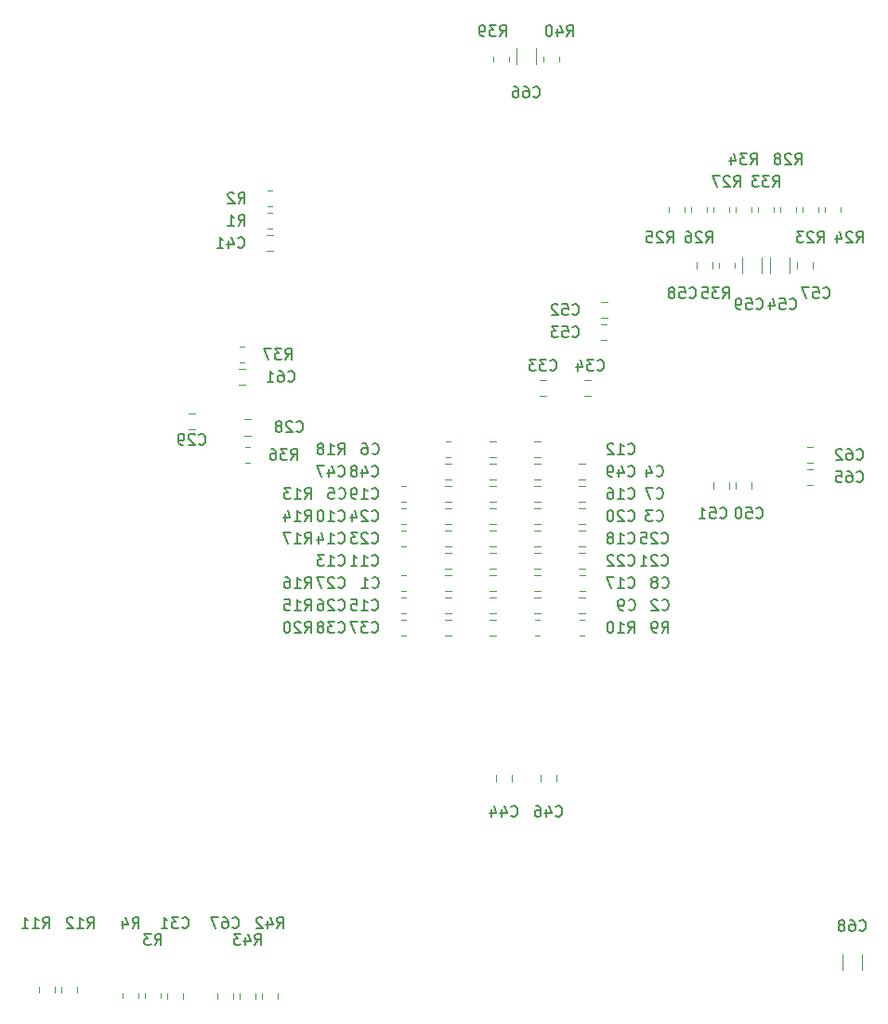
<source format=gbr>
%TF.GenerationSoftware,KiCad,Pcbnew,9.0.6-9.0.6~ubuntu24.04.1*%
%TF.CreationDate,2026-02-01T19:09:27-03:00*%
%TF.ProjectId,nuvoton_nuc980,6e75766f-746f-46e5-9f6e-75633938302e,0.0*%
%TF.SameCoordinates,Original*%
%TF.FileFunction,Legend,Bot*%
%TF.FilePolarity,Positive*%
%FSLAX46Y46*%
G04 Gerber Fmt 4.6, Leading zero omitted, Abs format (unit mm)*
G04 Created by KiCad (PCBNEW 9.0.6-9.0.6~ubuntu24.04.1) date 2026-02-01 19:09:27*
%MOMM*%
%LPD*%
G01*
G04 APERTURE LIST*
%ADD10C,0.150000*%
%ADD11C,0.120000*%
G04 APERTURE END LIST*
D10*
X145422857Y-96625580D02*
X145470476Y-96673200D01*
X145470476Y-96673200D02*
X145613333Y-96720819D01*
X145613333Y-96720819D02*
X145708571Y-96720819D01*
X145708571Y-96720819D02*
X145851428Y-96673200D01*
X145851428Y-96673200D02*
X145946666Y-96577961D01*
X145946666Y-96577961D02*
X145994285Y-96482723D01*
X145994285Y-96482723D02*
X146041904Y-96292247D01*
X146041904Y-96292247D02*
X146041904Y-96149390D01*
X146041904Y-96149390D02*
X145994285Y-95958914D01*
X145994285Y-95958914D02*
X145946666Y-95863676D01*
X145946666Y-95863676D02*
X145851428Y-95768438D01*
X145851428Y-95768438D02*
X145708571Y-95720819D01*
X145708571Y-95720819D02*
X145613333Y-95720819D01*
X145613333Y-95720819D02*
X145470476Y-95768438D01*
X145470476Y-95768438D02*
X145422857Y-95816057D01*
X144518095Y-95720819D02*
X144994285Y-95720819D01*
X144994285Y-95720819D02*
X145041904Y-96197009D01*
X145041904Y-96197009D02*
X144994285Y-96149390D01*
X144994285Y-96149390D02*
X144899047Y-96101771D01*
X144899047Y-96101771D02*
X144660952Y-96101771D01*
X144660952Y-96101771D02*
X144565714Y-96149390D01*
X144565714Y-96149390D02*
X144518095Y-96197009D01*
X144518095Y-96197009D02*
X144470476Y-96292247D01*
X144470476Y-96292247D02*
X144470476Y-96530342D01*
X144470476Y-96530342D02*
X144518095Y-96625580D01*
X144518095Y-96625580D02*
X144565714Y-96673200D01*
X144565714Y-96673200D02*
X144660952Y-96720819D01*
X144660952Y-96720819D02*
X144899047Y-96720819D01*
X144899047Y-96720819D02*
X144994285Y-96673200D01*
X144994285Y-96673200D02*
X145041904Y-96625580D01*
X143851428Y-95720819D02*
X143756190Y-95720819D01*
X143756190Y-95720819D02*
X143660952Y-95768438D01*
X143660952Y-95768438D02*
X143613333Y-95816057D01*
X143613333Y-95816057D02*
X143565714Y-95911295D01*
X143565714Y-95911295D02*
X143518095Y-96101771D01*
X143518095Y-96101771D02*
X143518095Y-96339866D01*
X143518095Y-96339866D02*
X143565714Y-96530342D01*
X143565714Y-96530342D02*
X143613333Y-96625580D01*
X143613333Y-96625580D02*
X143660952Y-96673200D01*
X143660952Y-96673200D02*
X143756190Y-96720819D01*
X143756190Y-96720819D02*
X143851428Y-96720819D01*
X143851428Y-96720819D02*
X143946666Y-96673200D01*
X143946666Y-96673200D02*
X143994285Y-96625580D01*
X143994285Y-96625580D02*
X144041904Y-96530342D01*
X144041904Y-96530342D02*
X144089523Y-96339866D01*
X144089523Y-96339866D02*
X144089523Y-96101771D01*
X144089523Y-96101771D02*
X144041904Y-95911295D01*
X144041904Y-95911295D02*
X143994285Y-95816057D01*
X143994285Y-95816057D02*
X143946666Y-95768438D01*
X143946666Y-95768438D02*
X143851428Y-95720819D01*
X154820857Y-134217580D02*
X154868476Y-134265200D01*
X154868476Y-134265200D02*
X155011333Y-134312819D01*
X155011333Y-134312819D02*
X155106571Y-134312819D01*
X155106571Y-134312819D02*
X155249428Y-134265200D01*
X155249428Y-134265200D02*
X155344666Y-134169961D01*
X155344666Y-134169961D02*
X155392285Y-134074723D01*
X155392285Y-134074723D02*
X155439904Y-133884247D01*
X155439904Y-133884247D02*
X155439904Y-133741390D01*
X155439904Y-133741390D02*
X155392285Y-133550914D01*
X155392285Y-133550914D02*
X155344666Y-133455676D01*
X155344666Y-133455676D02*
X155249428Y-133360438D01*
X155249428Y-133360438D02*
X155106571Y-133312819D01*
X155106571Y-133312819D02*
X155011333Y-133312819D01*
X155011333Y-133312819D02*
X154868476Y-133360438D01*
X154868476Y-133360438D02*
X154820857Y-133408057D01*
X153963714Y-133312819D02*
X154154190Y-133312819D01*
X154154190Y-133312819D02*
X154249428Y-133360438D01*
X154249428Y-133360438D02*
X154297047Y-133408057D01*
X154297047Y-133408057D02*
X154392285Y-133550914D01*
X154392285Y-133550914D02*
X154439904Y-133741390D01*
X154439904Y-133741390D02*
X154439904Y-134122342D01*
X154439904Y-134122342D02*
X154392285Y-134217580D01*
X154392285Y-134217580D02*
X154344666Y-134265200D01*
X154344666Y-134265200D02*
X154249428Y-134312819D01*
X154249428Y-134312819D02*
X154058952Y-134312819D01*
X154058952Y-134312819D02*
X153963714Y-134265200D01*
X153963714Y-134265200D02*
X153916095Y-134217580D01*
X153916095Y-134217580D02*
X153868476Y-134122342D01*
X153868476Y-134122342D02*
X153868476Y-133884247D01*
X153868476Y-133884247D02*
X153916095Y-133789009D01*
X153916095Y-133789009D02*
X153963714Y-133741390D01*
X153963714Y-133741390D02*
X154058952Y-133693771D01*
X154058952Y-133693771D02*
X154249428Y-133693771D01*
X154249428Y-133693771D02*
X154344666Y-133741390D01*
X154344666Y-133741390D02*
X154392285Y-133789009D01*
X154392285Y-133789009D02*
X154439904Y-133884247D01*
X153297047Y-133741390D02*
X153392285Y-133693771D01*
X153392285Y-133693771D02*
X153439904Y-133646152D01*
X153439904Y-133646152D02*
X153487523Y-133550914D01*
X153487523Y-133550914D02*
X153487523Y-133503295D01*
X153487523Y-133503295D02*
X153439904Y-133408057D01*
X153439904Y-133408057D02*
X153392285Y-133360438D01*
X153392285Y-133360438D02*
X153297047Y-133312819D01*
X153297047Y-133312819D02*
X153106571Y-133312819D01*
X153106571Y-133312819D02*
X153011333Y-133360438D01*
X153011333Y-133360438D02*
X152963714Y-133408057D01*
X152963714Y-133408057D02*
X152916095Y-133503295D01*
X152916095Y-133503295D02*
X152916095Y-133550914D01*
X152916095Y-133550914D02*
X152963714Y-133646152D01*
X152963714Y-133646152D02*
X153011333Y-133693771D01*
X153011333Y-133693771D02*
X153106571Y-133741390D01*
X153106571Y-133741390D02*
X153297047Y-133741390D01*
X153297047Y-133741390D02*
X153392285Y-133789009D01*
X153392285Y-133789009D02*
X153439904Y-133836628D01*
X153439904Y-133836628D02*
X153487523Y-133931866D01*
X153487523Y-133931866D02*
X153487523Y-134122342D01*
X153487523Y-134122342D02*
X153439904Y-134217580D01*
X153439904Y-134217580D02*
X153392285Y-134265200D01*
X153392285Y-134265200D02*
X153297047Y-134312819D01*
X153297047Y-134312819D02*
X153106571Y-134312819D01*
X153106571Y-134312819D02*
X153011333Y-134265200D01*
X153011333Y-134265200D02*
X152963714Y-134217580D01*
X152963714Y-134217580D02*
X152916095Y-134122342D01*
X152916095Y-134122342D02*
X152916095Y-133931866D01*
X152916095Y-133931866D02*
X152963714Y-133836628D01*
X152963714Y-133836628D02*
X153011333Y-133789009D01*
X153011333Y-133789009D02*
X153106571Y-133741390D01*
X104274857Y-105102819D02*
X104608190Y-104626628D01*
X104846285Y-105102819D02*
X104846285Y-104102819D01*
X104846285Y-104102819D02*
X104465333Y-104102819D01*
X104465333Y-104102819D02*
X104370095Y-104150438D01*
X104370095Y-104150438D02*
X104322476Y-104198057D01*
X104322476Y-104198057D02*
X104274857Y-104293295D01*
X104274857Y-104293295D02*
X104274857Y-104436152D01*
X104274857Y-104436152D02*
X104322476Y-104531390D01*
X104322476Y-104531390D02*
X104370095Y-104579009D01*
X104370095Y-104579009D02*
X104465333Y-104626628D01*
X104465333Y-104626628D02*
X104846285Y-104626628D01*
X103322476Y-105102819D02*
X103893904Y-105102819D01*
X103608190Y-105102819D02*
X103608190Y-104102819D01*
X103608190Y-104102819D02*
X103703428Y-104245676D01*
X103703428Y-104245676D02*
X103798666Y-104340914D01*
X103798666Y-104340914D02*
X103893904Y-104388533D01*
X102417714Y-104102819D02*
X102893904Y-104102819D01*
X102893904Y-104102819D02*
X102941523Y-104579009D01*
X102941523Y-104579009D02*
X102893904Y-104531390D01*
X102893904Y-104531390D02*
X102798666Y-104483771D01*
X102798666Y-104483771D02*
X102560571Y-104483771D01*
X102560571Y-104483771D02*
X102465333Y-104531390D01*
X102465333Y-104531390D02*
X102417714Y-104579009D01*
X102417714Y-104579009D02*
X102370095Y-104674247D01*
X102370095Y-104674247D02*
X102370095Y-104912342D01*
X102370095Y-104912342D02*
X102417714Y-105007580D01*
X102417714Y-105007580D02*
X102465333Y-105055200D01*
X102465333Y-105055200D02*
X102560571Y-105102819D01*
X102560571Y-105102819D02*
X102798666Y-105102819D01*
X102798666Y-105102819D02*
X102893904Y-105055200D01*
X102893904Y-105055200D02*
X102941523Y-105007580D01*
X133738857Y-96879580D02*
X133786476Y-96927200D01*
X133786476Y-96927200D02*
X133929333Y-96974819D01*
X133929333Y-96974819D02*
X134024571Y-96974819D01*
X134024571Y-96974819D02*
X134167428Y-96927200D01*
X134167428Y-96927200D02*
X134262666Y-96831961D01*
X134262666Y-96831961D02*
X134310285Y-96736723D01*
X134310285Y-96736723D02*
X134357904Y-96546247D01*
X134357904Y-96546247D02*
X134357904Y-96403390D01*
X134357904Y-96403390D02*
X134310285Y-96212914D01*
X134310285Y-96212914D02*
X134262666Y-96117676D01*
X134262666Y-96117676D02*
X134167428Y-96022438D01*
X134167428Y-96022438D02*
X134024571Y-95974819D01*
X134024571Y-95974819D02*
X133929333Y-95974819D01*
X133929333Y-95974819D02*
X133786476Y-96022438D01*
X133786476Y-96022438D02*
X133738857Y-96070057D01*
X133357904Y-96070057D02*
X133310285Y-96022438D01*
X133310285Y-96022438D02*
X133215047Y-95974819D01*
X133215047Y-95974819D02*
X132976952Y-95974819D01*
X132976952Y-95974819D02*
X132881714Y-96022438D01*
X132881714Y-96022438D02*
X132834095Y-96070057D01*
X132834095Y-96070057D02*
X132786476Y-96165295D01*
X132786476Y-96165295D02*
X132786476Y-96260533D01*
X132786476Y-96260533D02*
X132834095Y-96403390D01*
X132834095Y-96403390D02*
X133405523Y-96974819D01*
X133405523Y-96974819D02*
X132786476Y-96974819D01*
X132167428Y-95974819D02*
X132072190Y-95974819D01*
X132072190Y-95974819D02*
X131976952Y-96022438D01*
X131976952Y-96022438D02*
X131929333Y-96070057D01*
X131929333Y-96070057D02*
X131881714Y-96165295D01*
X131881714Y-96165295D02*
X131834095Y-96355771D01*
X131834095Y-96355771D02*
X131834095Y-96593866D01*
X131834095Y-96593866D02*
X131881714Y-96784342D01*
X131881714Y-96784342D02*
X131929333Y-96879580D01*
X131929333Y-96879580D02*
X131976952Y-96927200D01*
X131976952Y-96927200D02*
X132072190Y-96974819D01*
X132072190Y-96974819D02*
X132167428Y-96974819D01*
X132167428Y-96974819D02*
X132262666Y-96927200D01*
X132262666Y-96927200D02*
X132310285Y-96879580D01*
X132310285Y-96879580D02*
X132357904Y-96784342D01*
X132357904Y-96784342D02*
X132405523Y-96593866D01*
X132405523Y-96593866D02*
X132405523Y-96355771D01*
X132405523Y-96355771D02*
X132357904Y-96165295D01*
X132357904Y-96165295D02*
X132310285Y-96070057D01*
X132310285Y-96070057D02*
X132262666Y-96022438D01*
X132262666Y-96022438D02*
X132167428Y-95974819D01*
X110370857Y-96879580D02*
X110418476Y-96927200D01*
X110418476Y-96927200D02*
X110561333Y-96974819D01*
X110561333Y-96974819D02*
X110656571Y-96974819D01*
X110656571Y-96974819D02*
X110799428Y-96927200D01*
X110799428Y-96927200D02*
X110894666Y-96831961D01*
X110894666Y-96831961D02*
X110942285Y-96736723D01*
X110942285Y-96736723D02*
X110989904Y-96546247D01*
X110989904Y-96546247D02*
X110989904Y-96403390D01*
X110989904Y-96403390D02*
X110942285Y-96212914D01*
X110942285Y-96212914D02*
X110894666Y-96117676D01*
X110894666Y-96117676D02*
X110799428Y-96022438D01*
X110799428Y-96022438D02*
X110656571Y-95974819D01*
X110656571Y-95974819D02*
X110561333Y-95974819D01*
X110561333Y-95974819D02*
X110418476Y-96022438D01*
X110418476Y-96022438D02*
X110370857Y-96070057D01*
X109989904Y-96070057D02*
X109942285Y-96022438D01*
X109942285Y-96022438D02*
X109847047Y-95974819D01*
X109847047Y-95974819D02*
X109608952Y-95974819D01*
X109608952Y-95974819D02*
X109513714Y-96022438D01*
X109513714Y-96022438D02*
X109466095Y-96070057D01*
X109466095Y-96070057D02*
X109418476Y-96165295D01*
X109418476Y-96165295D02*
X109418476Y-96260533D01*
X109418476Y-96260533D02*
X109466095Y-96403390D01*
X109466095Y-96403390D02*
X110037523Y-96974819D01*
X110037523Y-96974819D02*
X109418476Y-96974819D01*
X108561333Y-96308152D02*
X108561333Y-96974819D01*
X108799428Y-95927200D02*
X109037523Y-96641485D01*
X109037523Y-96641485D02*
X108418476Y-96641485D01*
X80398857Y-134058819D02*
X80732190Y-133582628D01*
X80970285Y-134058819D02*
X80970285Y-133058819D01*
X80970285Y-133058819D02*
X80589333Y-133058819D01*
X80589333Y-133058819D02*
X80494095Y-133106438D01*
X80494095Y-133106438D02*
X80446476Y-133154057D01*
X80446476Y-133154057D02*
X80398857Y-133249295D01*
X80398857Y-133249295D02*
X80398857Y-133392152D01*
X80398857Y-133392152D02*
X80446476Y-133487390D01*
X80446476Y-133487390D02*
X80494095Y-133535009D01*
X80494095Y-133535009D02*
X80589333Y-133582628D01*
X80589333Y-133582628D02*
X80970285Y-133582628D01*
X79446476Y-134058819D02*
X80017904Y-134058819D01*
X79732190Y-134058819D02*
X79732190Y-133058819D01*
X79732190Y-133058819D02*
X79827428Y-133201676D01*
X79827428Y-133201676D02*
X79922666Y-133296914D01*
X79922666Y-133296914D02*
X80017904Y-133344533D01*
X78494095Y-134058819D02*
X79065523Y-134058819D01*
X78779809Y-134058819D02*
X78779809Y-133058819D01*
X78779809Y-133058819D02*
X78875047Y-133201676D01*
X78875047Y-133201676D02*
X78970285Y-133296914D01*
X78970285Y-133296914D02*
X79065523Y-133344533D01*
X102750857Y-84179580D02*
X102798476Y-84227200D01*
X102798476Y-84227200D02*
X102941333Y-84274819D01*
X102941333Y-84274819D02*
X103036571Y-84274819D01*
X103036571Y-84274819D02*
X103179428Y-84227200D01*
X103179428Y-84227200D02*
X103274666Y-84131961D01*
X103274666Y-84131961D02*
X103322285Y-84036723D01*
X103322285Y-84036723D02*
X103369904Y-83846247D01*
X103369904Y-83846247D02*
X103369904Y-83703390D01*
X103369904Y-83703390D02*
X103322285Y-83512914D01*
X103322285Y-83512914D02*
X103274666Y-83417676D01*
X103274666Y-83417676D02*
X103179428Y-83322438D01*
X103179428Y-83322438D02*
X103036571Y-83274819D01*
X103036571Y-83274819D02*
X102941333Y-83274819D01*
X102941333Y-83274819D02*
X102798476Y-83322438D01*
X102798476Y-83322438D02*
X102750857Y-83370057D01*
X101893714Y-83274819D02*
X102084190Y-83274819D01*
X102084190Y-83274819D02*
X102179428Y-83322438D01*
X102179428Y-83322438D02*
X102227047Y-83370057D01*
X102227047Y-83370057D02*
X102322285Y-83512914D01*
X102322285Y-83512914D02*
X102369904Y-83703390D01*
X102369904Y-83703390D02*
X102369904Y-84084342D01*
X102369904Y-84084342D02*
X102322285Y-84179580D01*
X102322285Y-84179580D02*
X102274666Y-84227200D01*
X102274666Y-84227200D02*
X102179428Y-84274819D01*
X102179428Y-84274819D02*
X101988952Y-84274819D01*
X101988952Y-84274819D02*
X101893714Y-84227200D01*
X101893714Y-84227200D02*
X101846095Y-84179580D01*
X101846095Y-84179580D02*
X101798476Y-84084342D01*
X101798476Y-84084342D02*
X101798476Y-83846247D01*
X101798476Y-83846247D02*
X101846095Y-83751009D01*
X101846095Y-83751009D02*
X101893714Y-83703390D01*
X101893714Y-83703390D02*
X101988952Y-83655771D01*
X101988952Y-83655771D02*
X102179428Y-83655771D01*
X102179428Y-83655771D02*
X102274666Y-83703390D01*
X102274666Y-83703390D02*
X102322285Y-83751009D01*
X102322285Y-83751009D02*
X102369904Y-83846247D01*
X100846095Y-84274819D02*
X101417523Y-84274819D01*
X101131809Y-84274819D02*
X101131809Y-83274819D01*
X101131809Y-83274819D02*
X101227047Y-83417676D01*
X101227047Y-83417676D02*
X101322285Y-83512914D01*
X101322285Y-83512914D02*
X101417523Y-83560533D01*
X133770666Y-105007580D02*
X133818285Y-105055200D01*
X133818285Y-105055200D02*
X133961142Y-105102819D01*
X133961142Y-105102819D02*
X134056380Y-105102819D01*
X134056380Y-105102819D02*
X134199237Y-105055200D01*
X134199237Y-105055200D02*
X134294475Y-104959961D01*
X134294475Y-104959961D02*
X134342094Y-104864723D01*
X134342094Y-104864723D02*
X134389713Y-104674247D01*
X134389713Y-104674247D02*
X134389713Y-104531390D01*
X134389713Y-104531390D02*
X134342094Y-104340914D01*
X134342094Y-104340914D02*
X134294475Y-104245676D01*
X134294475Y-104245676D02*
X134199237Y-104150438D01*
X134199237Y-104150438D02*
X134056380Y-104102819D01*
X134056380Y-104102819D02*
X133961142Y-104102819D01*
X133961142Y-104102819D02*
X133818285Y-104150438D01*
X133818285Y-104150438D02*
X133770666Y-104198057D01*
X133294475Y-105102819D02*
X133103999Y-105102819D01*
X133103999Y-105102819D02*
X133008761Y-105055200D01*
X133008761Y-105055200D02*
X132961142Y-105007580D01*
X132961142Y-105007580D02*
X132865904Y-104864723D01*
X132865904Y-104864723D02*
X132818285Y-104674247D01*
X132818285Y-104674247D02*
X132818285Y-104293295D01*
X132818285Y-104293295D02*
X132865904Y-104198057D01*
X132865904Y-104198057D02*
X132913523Y-104150438D01*
X132913523Y-104150438D02*
X133008761Y-104102819D01*
X133008761Y-104102819D02*
X133199237Y-104102819D01*
X133199237Y-104102819D02*
X133294475Y-104150438D01*
X133294475Y-104150438D02*
X133342094Y-104198057D01*
X133342094Y-104198057D02*
X133389713Y-104293295D01*
X133389713Y-104293295D02*
X133389713Y-104531390D01*
X133389713Y-104531390D02*
X133342094Y-104626628D01*
X133342094Y-104626628D02*
X133294475Y-104674247D01*
X133294475Y-104674247D02*
X133199237Y-104721866D01*
X133199237Y-104721866D02*
X133008761Y-104721866D01*
X133008761Y-104721866D02*
X132913523Y-104674247D01*
X132913523Y-104674247D02*
X132865904Y-104626628D01*
X132865904Y-104626628D02*
X132818285Y-104531390D01*
X128150857Y-52778819D02*
X128484190Y-52302628D01*
X128722285Y-52778819D02*
X128722285Y-51778819D01*
X128722285Y-51778819D02*
X128341333Y-51778819D01*
X128341333Y-51778819D02*
X128246095Y-51826438D01*
X128246095Y-51826438D02*
X128198476Y-51874057D01*
X128198476Y-51874057D02*
X128150857Y-51969295D01*
X128150857Y-51969295D02*
X128150857Y-52112152D01*
X128150857Y-52112152D02*
X128198476Y-52207390D01*
X128198476Y-52207390D02*
X128246095Y-52255009D01*
X128246095Y-52255009D02*
X128341333Y-52302628D01*
X128341333Y-52302628D02*
X128722285Y-52302628D01*
X127293714Y-52112152D02*
X127293714Y-52778819D01*
X127531809Y-51731200D02*
X127769904Y-52445485D01*
X127769904Y-52445485D02*
X127150857Y-52445485D01*
X126579428Y-51778819D02*
X126484190Y-51778819D01*
X126484190Y-51778819D02*
X126388952Y-51826438D01*
X126388952Y-51826438D02*
X126341333Y-51874057D01*
X126341333Y-51874057D02*
X126293714Y-51969295D01*
X126293714Y-51969295D02*
X126246095Y-52159771D01*
X126246095Y-52159771D02*
X126246095Y-52397866D01*
X126246095Y-52397866D02*
X126293714Y-52588342D01*
X126293714Y-52588342D02*
X126341333Y-52683580D01*
X126341333Y-52683580D02*
X126388952Y-52731200D01*
X126388952Y-52731200D02*
X126484190Y-52778819D01*
X126484190Y-52778819D02*
X126579428Y-52778819D01*
X126579428Y-52778819D02*
X126674666Y-52731200D01*
X126674666Y-52731200D02*
X126722285Y-52683580D01*
X126722285Y-52683580D02*
X126769904Y-52588342D01*
X126769904Y-52588342D02*
X126817523Y-52397866D01*
X126817523Y-52397866D02*
X126817523Y-52159771D01*
X126817523Y-52159771D02*
X126769904Y-51969295D01*
X126769904Y-51969295D02*
X126722285Y-51874057D01*
X126722285Y-51874057D02*
X126674666Y-51826438D01*
X126674666Y-51826438D02*
X126579428Y-51778819D01*
X136786857Y-98911580D02*
X136834476Y-98959200D01*
X136834476Y-98959200D02*
X136977333Y-99006819D01*
X136977333Y-99006819D02*
X137072571Y-99006819D01*
X137072571Y-99006819D02*
X137215428Y-98959200D01*
X137215428Y-98959200D02*
X137310666Y-98863961D01*
X137310666Y-98863961D02*
X137358285Y-98768723D01*
X137358285Y-98768723D02*
X137405904Y-98578247D01*
X137405904Y-98578247D02*
X137405904Y-98435390D01*
X137405904Y-98435390D02*
X137358285Y-98244914D01*
X137358285Y-98244914D02*
X137310666Y-98149676D01*
X137310666Y-98149676D02*
X137215428Y-98054438D01*
X137215428Y-98054438D02*
X137072571Y-98006819D01*
X137072571Y-98006819D02*
X136977333Y-98006819D01*
X136977333Y-98006819D02*
X136834476Y-98054438D01*
X136834476Y-98054438D02*
X136786857Y-98102057D01*
X136405904Y-98102057D02*
X136358285Y-98054438D01*
X136358285Y-98054438D02*
X136263047Y-98006819D01*
X136263047Y-98006819D02*
X136024952Y-98006819D01*
X136024952Y-98006819D02*
X135929714Y-98054438D01*
X135929714Y-98054438D02*
X135882095Y-98102057D01*
X135882095Y-98102057D02*
X135834476Y-98197295D01*
X135834476Y-98197295D02*
X135834476Y-98292533D01*
X135834476Y-98292533D02*
X135882095Y-98435390D01*
X135882095Y-98435390D02*
X136453523Y-99006819D01*
X136453523Y-99006819D02*
X135834476Y-99006819D01*
X134929714Y-98006819D02*
X135405904Y-98006819D01*
X135405904Y-98006819D02*
X135453523Y-98483009D01*
X135453523Y-98483009D02*
X135405904Y-98435390D01*
X135405904Y-98435390D02*
X135310666Y-98387771D01*
X135310666Y-98387771D02*
X135072571Y-98387771D01*
X135072571Y-98387771D02*
X134977333Y-98435390D01*
X134977333Y-98435390D02*
X134929714Y-98483009D01*
X134929714Y-98483009D02*
X134882095Y-98578247D01*
X134882095Y-98578247D02*
X134882095Y-98816342D01*
X134882095Y-98816342D02*
X134929714Y-98911580D01*
X134929714Y-98911580D02*
X134977333Y-98959200D01*
X134977333Y-98959200D02*
X135072571Y-99006819D01*
X135072571Y-99006819D02*
X135310666Y-99006819D01*
X135310666Y-99006819D02*
X135405904Y-98959200D01*
X135405904Y-98959200D02*
X135453523Y-98911580D01*
X98210666Y-68018819D02*
X98543999Y-67542628D01*
X98782094Y-68018819D02*
X98782094Y-67018819D01*
X98782094Y-67018819D02*
X98401142Y-67018819D01*
X98401142Y-67018819D02*
X98305904Y-67066438D01*
X98305904Y-67066438D02*
X98258285Y-67114057D01*
X98258285Y-67114057D02*
X98210666Y-67209295D01*
X98210666Y-67209295D02*
X98210666Y-67352152D01*
X98210666Y-67352152D02*
X98258285Y-67447390D01*
X98258285Y-67447390D02*
X98305904Y-67495009D01*
X98305904Y-67495009D02*
X98401142Y-67542628D01*
X98401142Y-67542628D02*
X98782094Y-67542628D01*
X97829713Y-67114057D02*
X97782094Y-67066438D01*
X97782094Y-67066438D02*
X97686856Y-67018819D01*
X97686856Y-67018819D02*
X97448761Y-67018819D01*
X97448761Y-67018819D02*
X97353523Y-67066438D01*
X97353523Y-67066438D02*
X97305904Y-67114057D01*
X97305904Y-67114057D02*
X97258285Y-67209295D01*
X97258285Y-67209295D02*
X97258285Y-67304533D01*
X97258285Y-67304533D02*
X97305904Y-67447390D01*
X97305904Y-67447390D02*
X97877332Y-68018819D01*
X97877332Y-68018819D02*
X97258285Y-68018819D01*
X130944857Y-83163580D02*
X130992476Y-83211200D01*
X130992476Y-83211200D02*
X131135333Y-83258819D01*
X131135333Y-83258819D02*
X131230571Y-83258819D01*
X131230571Y-83258819D02*
X131373428Y-83211200D01*
X131373428Y-83211200D02*
X131468666Y-83115961D01*
X131468666Y-83115961D02*
X131516285Y-83020723D01*
X131516285Y-83020723D02*
X131563904Y-82830247D01*
X131563904Y-82830247D02*
X131563904Y-82687390D01*
X131563904Y-82687390D02*
X131516285Y-82496914D01*
X131516285Y-82496914D02*
X131468666Y-82401676D01*
X131468666Y-82401676D02*
X131373428Y-82306438D01*
X131373428Y-82306438D02*
X131230571Y-82258819D01*
X131230571Y-82258819D02*
X131135333Y-82258819D01*
X131135333Y-82258819D02*
X130992476Y-82306438D01*
X130992476Y-82306438D02*
X130944857Y-82354057D01*
X130611523Y-82258819D02*
X129992476Y-82258819D01*
X129992476Y-82258819D02*
X130325809Y-82639771D01*
X130325809Y-82639771D02*
X130182952Y-82639771D01*
X130182952Y-82639771D02*
X130087714Y-82687390D01*
X130087714Y-82687390D02*
X130040095Y-82735009D01*
X130040095Y-82735009D02*
X129992476Y-82830247D01*
X129992476Y-82830247D02*
X129992476Y-83068342D01*
X129992476Y-83068342D02*
X130040095Y-83163580D01*
X130040095Y-83163580D02*
X130087714Y-83211200D01*
X130087714Y-83211200D02*
X130182952Y-83258819D01*
X130182952Y-83258819D02*
X130468666Y-83258819D01*
X130468666Y-83258819D02*
X130563904Y-83211200D01*
X130563904Y-83211200D02*
X130611523Y-83163580D01*
X129135333Y-82592152D02*
X129135333Y-83258819D01*
X129373428Y-82211200D02*
X129611523Y-82925485D01*
X129611523Y-82925485D02*
X128992476Y-82925485D01*
X144914857Y-64462819D02*
X145248190Y-63986628D01*
X145486285Y-64462819D02*
X145486285Y-63462819D01*
X145486285Y-63462819D02*
X145105333Y-63462819D01*
X145105333Y-63462819D02*
X145010095Y-63510438D01*
X145010095Y-63510438D02*
X144962476Y-63558057D01*
X144962476Y-63558057D02*
X144914857Y-63653295D01*
X144914857Y-63653295D02*
X144914857Y-63796152D01*
X144914857Y-63796152D02*
X144962476Y-63891390D01*
X144962476Y-63891390D02*
X145010095Y-63939009D01*
X145010095Y-63939009D02*
X145105333Y-63986628D01*
X145105333Y-63986628D02*
X145486285Y-63986628D01*
X144581523Y-63462819D02*
X143962476Y-63462819D01*
X143962476Y-63462819D02*
X144295809Y-63843771D01*
X144295809Y-63843771D02*
X144152952Y-63843771D01*
X144152952Y-63843771D02*
X144057714Y-63891390D01*
X144057714Y-63891390D02*
X144010095Y-63939009D01*
X144010095Y-63939009D02*
X143962476Y-64034247D01*
X143962476Y-64034247D02*
X143962476Y-64272342D01*
X143962476Y-64272342D02*
X144010095Y-64367580D01*
X144010095Y-64367580D02*
X144057714Y-64415200D01*
X144057714Y-64415200D02*
X144152952Y-64462819D01*
X144152952Y-64462819D02*
X144438666Y-64462819D01*
X144438666Y-64462819D02*
X144533904Y-64415200D01*
X144533904Y-64415200D02*
X144581523Y-64367580D01*
X143105333Y-63796152D02*
X143105333Y-64462819D01*
X143343428Y-63415200D02*
X143581523Y-64129485D01*
X143581523Y-64129485D02*
X142962476Y-64129485D01*
X94622857Y-89923580D02*
X94670476Y-89971200D01*
X94670476Y-89971200D02*
X94813333Y-90018819D01*
X94813333Y-90018819D02*
X94908571Y-90018819D01*
X94908571Y-90018819D02*
X95051428Y-89971200D01*
X95051428Y-89971200D02*
X95146666Y-89875961D01*
X95146666Y-89875961D02*
X95194285Y-89780723D01*
X95194285Y-89780723D02*
X95241904Y-89590247D01*
X95241904Y-89590247D02*
X95241904Y-89447390D01*
X95241904Y-89447390D02*
X95194285Y-89256914D01*
X95194285Y-89256914D02*
X95146666Y-89161676D01*
X95146666Y-89161676D02*
X95051428Y-89066438D01*
X95051428Y-89066438D02*
X94908571Y-89018819D01*
X94908571Y-89018819D02*
X94813333Y-89018819D01*
X94813333Y-89018819D02*
X94670476Y-89066438D01*
X94670476Y-89066438D02*
X94622857Y-89114057D01*
X94241904Y-89114057D02*
X94194285Y-89066438D01*
X94194285Y-89066438D02*
X94099047Y-89018819D01*
X94099047Y-89018819D02*
X93860952Y-89018819D01*
X93860952Y-89018819D02*
X93765714Y-89066438D01*
X93765714Y-89066438D02*
X93718095Y-89114057D01*
X93718095Y-89114057D02*
X93670476Y-89209295D01*
X93670476Y-89209295D02*
X93670476Y-89304533D01*
X93670476Y-89304533D02*
X93718095Y-89447390D01*
X93718095Y-89447390D02*
X94289523Y-90018819D01*
X94289523Y-90018819D02*
X93670476Y-90018819D01*
X93194285Y-90018819D02*
X93003809Y-90018819D01*
X93003809Y-90018819D02*
X92908571Y-89971200D01*
X92908571Y-89971200D02*
X92860952Y-89923580D01*
X92860952Y-89923580D02*
X92765714Y-89780723D01*
X92765714Y-89780723D02*
X92718095Y-89590247D01*
X92718095Y-89590247D02*
X92718095Y-89209295D01*
X92718095Y-89209295D02*
X92765714Y-89114057D01*
X92765714Y-89114057D02*
X92813333Y-89066438D01*
X92813333Y-89066438D02*
X92908571Y-89018819D01*
X92908571Y-89018819D02*
X93099047Y-89018819D01*
X93099047Y-89018819D02*
X93194285Y-89066438D01*
X93194285Y-89066438D02*
X93241904Y-89114057D01*
X93241904Y-89114057D02*
X93289523Y-89209295D01*
X93289523Y-89209295D02*
X93289523Y-89447390D01*
X93289523Y-89447390D02*
X93241904Y-89542628D01*
X93241904Y-89542628D02*
X93194285Y-89590247D01*
X93194285Y-89590247D02*
X93099047Y-89637866D01*
X93099047Y-89637866D02*
X92908571Y-89637866D01*
X92908571Y-89637866D02*
X92813333Y-89590247D01*
X92813333Y-89590247D02*
X92765714Y-89542628D01*
X92765714Y-89542628D02*
X92718095Y-89447390D01*
X98210666Y-70050819D02*
X98543999Y-69574628D01*
X98782094Y-70050819D02*
X98782094Y-69050819D01*
X98782094Y-69050819D02*
X98401142Y-69050819D01*
X98401142Y-69050819D02*
X98305904Y-69098438D01*
X98305904Y-69098438D02*
X98258285Y-69146057D01*
X98258285Y-69146057D02*
X98210666Y-69241295D01*
X98210666Y-69241295D02*
X98210666Y-69384152D01*
X98210666Y-69384152D02*
X98258285Y-69479390D01*
X98258285Y-69479390D02*
X98305904Y-69527009D01*
X98305904Y-69527009D02*
X98401142Y-69574628D01*
X98401142Y-69574628D02*
X98782094Y-69574628D01*
X97258285Y-70050819D02*
X97829713Y-70050819D01*
X97543999Y-70050819D02*
X97543999Y-69050819D01*
X97543999Y-69050819D02*
X97639237Y-69193676D01*
X97639237Y-69193676D02*
X97734475Y-69288914D01*
X97734475Y-69288914D02*
X97829713Y-69336533D01*
X110370857Y-94847580D02*
X110418476Y-94895200D01*
X110418476Y-94895200D02*
X110561333Y-94942819D01*
X110561333Y-94942819D02*
X110656571Y-94942819D01*
X110656571Y-94942819D02*
X110799428Y-94895200D01*
X110799428Y-94895200D02*
X110894666Y-94799961D01*
X110894666Y-94799961D02*
X110942285Y-94704723D01*
X110942285Y-94704723D02*
X110989904Y-94514247D01*
X110989904Y-94514247D02*
X110989904Y-94371390D01*
X110989904Y-94371390D02*
X110942285Y-94180914D01*
X110942285Y-94180914D02*
X110894666Y-94085676D01*
X110894666Y-94085676D02*
X110799428Y-93990438D01*
X110799428Y-93990438D02*
X110656571Y-93942819D01*
X110656571Y-93942819D02*
X110561333Y-93942819D01*
X110561333Y-93942819D02*
X110418476Y-93990438D01*
X110418476Y-93990438D02*
X110370857Y-94038057D01*
X109418476Y-94942819D02*
X109989904Y-94942819D01*
X109704190Y-94942819D02*
X109704190Y-93942819D01*
X109704190Y-93942819D02*
X109799428Y-94085676D01*
X109799428Y-94085676D02*
X109894666Y-94180914D01*
X109894666Y-94180914D02*
X109989904Y-94228533D01*
X108942285Y-94942819D02*
X108751809Y-94942819D01*
X108751809Y-94942819D02*
X108656571Y-94895200D01*
X108656571Y-94895200D02*
X108608952Y-94847580D01*
X108608952Y-94847580D02*
X108513714Y-94704723D01*
X108513714Y-94704723D02*
X108466095Y-94514247D01*
X108466095Y-94514247D02*
X108466095Y-94133295D01*
X108466095Y-94133295D02*
X108513714Y-94038057D01*
X108513714Y-94038057D02*
X108561333Y-93990438D01*
X108561333Y-93990438D02*
X108656571Y-93942819D01*
X108656571Y-93942819D02*
X108847047Y-93942819D01*
X108847047Y-93942819D02*
X108942285Y-93990438D01*
X108942285Y-93990438D02*
X108989904Y-94038057D01*
X108989904Y-94038057D02*
X109037523Y-94133295D01*
X109037523Y-94133295D02*
X109037523Y-94371390D01*
X109037523Y-94371390D02*
X108989904Y-94466628D01*
X108989904Y-94466628D02*
X108942285Y-94514247D01*
X108942285Y-94514247D02*
X108847047Y-94561866D01*
X108847047Y-94561866D02*
X108656571Y-94561866D01*
X108656571Y-94561866D02*
X108561333Y-94514247D01*
X108561333Y-94514247D02*
X108513714Y-94466628D01*
X108513714Y-94466628D02*
X108466095Y-94371390D01*
X107322857Y-98911580D02*
X107370476Y-98959200D01*
X107370476Y-98959200D02*
X107513333Y-99006819D01*
X107513333Y-99006819D02*
X107608571Y-99006819D01*
X107608571Y-99006819D02*
X107751428Y-98959200D01*
X107751428Y-98959200D02*
X107846666Y-98863961D01*
X107846666Y-98863961D02*
X107894285Y-98768723D01*
X107894285Y-98768723D02*
X107941904Y-98578247D01*
X107941904Y-98578247D02*
X107941904Y-98435390D01*
X107941904Y-98435390D02*
X107894285Y-98244914D01*
X107894285Y-98244914D02*
X107846666Y-98149676D01*
X107846666Y-98149676D02*
X107751428Y-98054438D01*
X107751428Y-98054438D02*
X107608571Y-98006819D01*
X107608571Y-98006819D02*
X107513333Y-98006819D01*
X107513333Y-98006819D02*
X107370476Y-98054438D01*
X107370476Y-98054438D02*
X107322857Y-98102057D01*
X106370476Y-99006819D02*
X106941904Y-99006819D01*
X106656190Y-99006819D02*
X106656190Y-98006819D01*
X106656190Y-98006819D02*
X106751428Y-98149676D01*
X106751428Y-98149676D02*
X106846666Y-98244914D01*
X106846666Y-98244914D02*
X106941904Y-98292533D01*
X105513333Y-98340152D02*
X105513333Y-99006819D01*
X105751428Y-97959200D02*
X105989523Y-98673485D01*
X105989523Y-98673485D02*
X105370476Y-98673485D01*
X151010857Y-71574819D02*
X151344190Y-71098628D01*
X151582285Y-71574819D02*
X151582285Y-70574819D01*
X151582285Y-70574819D02*
X151201333Y-70574819D01*
X151201333Y-70574819D02*
X151106095Y-70622438D01*
X151106095Y-70622438D02*
X151058476Y-70670057D01*
X151058476Y-70670057D02*
X151010857Y-70765295D01*
X151010857Y-70765295D02*
X151010857Y-70908152D01*
X151010857Y-70908152D02*
X151058476Y-71003390D01*
X151058476Y-71003390D02*
X151106095Y-71051009D01*
X151106095Y-71051009D02*
X151201333Y-71098628D01*
X151201333Y-71098628D02*
X151582285Y-71098628D01*
X150629904Y-70670057D02*
X150582285Y-70622438D01*
X150582285Y-70622438D02*
X150487047Y-70574819D01*
X150487047Y-70574819D02*
X150248952Y-70574819D01*
X150248952Y-70574819D02*
X150153714Y-70622438D01*
X150153714Y-70622438D02*
X150106095Y-70670057D01*
X150106095Y-70670057D02*
X150058476Y-70765295D01*
X150058476Y-70765295D02*
X150058476Y-70860533D01*
X150058476Y-70860533D02*
X150106095Y-71003390D01*
X150106095Y-71003390D02*
X150677523Y-71574819D01*
X150677523Y-71574819D02*
X150058476Y-71574819D01*
X149725142Y-70574819D02*
X149106095Y-70574819D01*
X149106095Y-70574819D02*
X149439428Y-70955771D01*
X149439428Y-70955771D02*
X149296571Y-70955771D01*
X149296571Y-70955771D02*
X149201333Y-71003390D01*
X149201333Y-71003390D02*
X149153714Y-71051009D01*
X149153714Y-71051009D02*
X149106095Y-71146247D01*
X149106095Y-71146247D02*
X149106095Y-71384342D01*
X149106095Y-71384342D02*
X149153714Y-71479580D01*
X149153714Y-71479580D02*
X149201333Y-71527200D01*
X149201333Y-71527200D02*
X149296571Y-71574819D01*
X149296571Y-71574819D02*
X149582285Y-71574819D01*
X149582285Y-71574819D02*
X149677523Y-71527200D01*
X149677523Y-71527200D02*
X149725142Y-71479580D01*
X104274857Y-107134819D02*
X104608190Y-106658628D01*
X104846285Y-107134819D02*
X104846285Y-106134819D01*
X104846285Y-106134819D02*
X104465333Y-106134819D01*
X104465333Y-106134819D02*
X104370095Y-106182438D01*
X104370095Y-106182438D02*
X104322476Y-106230057D01*
X104322476Y-106230057D02*
X104274857Y-106325295D01*
X104274857Y-106325295D02*
X104274857Y-106468152D01*
X104274857Y-106468152D02*
X104322476Y-106563390D01*
X104322476Y-106563390D02*
X104370095Y-106611009D01*
X104370095Y-106611009D02*
X104465333Y-106658628D01*
X104465333Y-106658628D02*
X104846285Y-106658628D01*
X103893904Y-106230057D02*
X103846285Y-106182438D01*
X103846285Y-106182438D02*
X103751047Y-106134819D01*
X103751047Y-106134819D02*
X103512952Y-106134819D01*
X103512952Y-106134819D02*
X103417714Y-106182438D01*
X103417714Y-106182438D02*
X103370095Y-106230057D01*
X103370095Y-106230057D02*
X103322476Y-106325295D01*
X103322476Y-106325295D02*
X103322476Y-106420533D01*
X103322476Y-106420533D02*
X103370095Y-106563390D01*
X103370095Y-106563390D02*
X103941523Y-107134819D01*
X103941523Y-107134819D02*
X103322476Y-107134819D01*
X102703428Y-106134819D02*
X102608190Y-106134819D01*
X102608190Y-106134819D02*
X102512952Y-106182438D01*
X102512952Y-106182438D02*
X102465333Y-106230057D01*
X102465333Y-106230057D02*
X102417714Y-106325295D01*
X102417714Y-106325295D02*
X102370095Y-106515771D01*
X102370095Y-106515771D02*
X102370095Y-106753866D01*
X102370095Y-106753866D02*
X102417714Y-106944342D01*
X102417714Y-106944342D02*
X102465333Y-107039580D01*
X102465333Y-107039580D02*
X102512952Y-107087200D01*
X102512952Y-107087200D02*
X102608190Y-107134819D01*
X102608190Y-107134819D02*
X102703428Y-107134819D01*
X102703428Y-107134819D02*
X102798666Y-107087200D01*
X102798666Y-107087200D02*
X102846285Y-107039580D01*
X102846285Y-107039580D02*
X102893904Y-106944342D01*
X102893904Y-106944342D02*
X102941523Y-106753866D01*
X102941523Y-106753866D02*
X102941523Y-106515771D01*
X102941523Y-106515771D02*
X102893904Y-106325295D01*
X102893904Y-106325295D02*
X102846285Y-106230057D01*
X102846285Y-106230057D02*
X102798666Y-106182438D01*
X102798666Y-106182438D02*
X102703428Y-106134819D01*
X110402666Y-102975580D02*
X110450285Y-103023200D01*
X110450285Y-103023200D02*
X110593142Y-103070819D01*
X110593142Y-103070819D02*
X110688380Y-103070819D01*
X110688380Y-103070819D02*
X110831237Y-103023200D01*
X110831237Y-103023200D02*
X110926475Y-102927961D01*
X110926475Y-102927961D02*
X110974094Y-102832723D01*
X110974094Y-102832723D02*
X111021713Y-102642247D01*
X111021713Y-102642247D02*
X111021713Y-102499390D01*
X111021713Y-102499390D02*
X110974094Y-102308914D01*
X110974094Y-102308914D02*
X110926475Y-102213676D01*
X110926475Y-102213676D02*
X110831237Y-102118438D01*
X110831237Y-102118438D02*
X110688380Y-102070819D01*
X110688380Y-102070819D02*
X110593142Y-102070819D01*
X110593142Y-102070819D02*
X110450285Y-102118438D01*
X110450285Y-102118438D02*
X110402666Y-102166057D01*
X109450285Y-103070819D02*
X110021713Y-103070819D01*
X109735999Y-103070819D02*
X109735999Y-102070819D01*
X109735999Y-102070819D02*
X109831237Y-102213676D01*
X109831237Y-102213676D02*
X109926475Y-102308914D01*
X109926475Y-102308914D02*
X110021713Y-102356533D01*
X148470857Y-77575580D02*
X148518476Y-77623200D01*
X148518476Y-77623200D02*
X148661333Y-77670819D01*
X148661333Y-77670819D02*
X148756571Y-77670819D01*
X148756571Y-77670819D02*
X148899428Y-77623200D01*
X148899428Y-77623200D02*
X148994666Y-77527961D01*
X148994666Y-77527961D02*
X149042285Y-77432723D01*
X149042285Y-77432723D02*
X149089904Y-77242247D01*
X149089904Y-77242247D02*
X149089904Y-77099390D01*
X149089904Y-77099390D02*
X149042285Y-76908914D01*
X149042285Y-76908914D02*
X148994666Y-76813676D01*
X148994666Y-76813676D02*
X148899428Y-76718438D01*
X148899428Y-76718438D02*
X148756571Y-76670819D01*
X148756571Y-76670819D02*
X148661333Y-76670819D01*
X148661333Y-76670819D02*
X148518476Y-76718438D01*
X148518476Y-76718438D02*
X148470857Y-76766057D01*
X147566095Y-76670819D02*
X148042285Y-76670819D01*
X148042285Y-76670819D02*
X148089904Y-77147009D01*
X148089904Y-77147009D02*
X148042285Y-77099390D01*
X148042285Y-77099390D02*
X147947047Y-77051771D01*
X147947047Y-77051771D02*
X147708952Y-77051771D01*
X147708952Y-77051771D02*
X147613714Y-77099390D01*
X147613714Y-77099390D02*
X147566095Y-77147009D01*
X147566095Y-77147009D02*
X147518476Y-77242247D01*
X147518476Y-77242247D02*
X147518476Y-77480342D01*
X147518476Y-77480342D02*
X147566095Y-77575580D01*
X147566095Y-77575580D02*
X147613714Y-77623200D01*
X147613714Y-77623200D02*
X147708952Y-77670819D01*
X147708952Y-77670819D02*
X147947047Y-77670819D01*
X147947047Y-77670819D02*
X148042285Y-77623200D01*
X148042285Y-77623200D02*
X148089904Y-77575580D01*
X146661333Y-77004152D02*
X146661333Y-77670819D01*
X146899428Y-76623200D02*
X147137523Y-77337485D01*
X147137523Y-77337485D02*
X146518476Y-77337485D01*
X133738857Y-94847580D02*
X133786476Y-94895200D01*
X133786476Y-94895200D02*
X133929333Y-94942819D01*
X133929333Y-94942819D02*
X134024571Y-94942819D01*
X134024571Y-94942819D02*
X134167428Y-94895200D01*
X134167428Y-94895200D02*
X134262666Y-94799961D01*
X134262666Y-94799961D02*
X134310285Y-94704723D01*
X134310285Y-94704723D02*
X134357904Y-94514247D01*
X134357904Y-94514247D02*
X134357904Y-94371390D01*
X134357904Y-94371390D02*
X134310285Y-94180914D01*
X134310285Y-94180914D02*
X134262666Y-94085676D01*
X134262666Y-94085676D02*
X134167428Y-93990438D01*
X134167428Y-93990438D02*
X134024571Y-93942819D01*
X134024571Y-93942819D02*
X133929333Y-93942819D01*
X133929333Y-93942819D02*
X133786476Y-93990438D01*
X133786476Y-93990438D02*
X133738857Y-94038057D01*
X132786476Y-94942819D02*
X133357904Y-94942819D01*
X133072190Y-94942819D02*
X133072190Y-93942819D01*
X133072190Y-93942819D02*
X133167428Y-94085676D01*
X133167428Y-94085676D02*
X133262666Y-94180914D01*
X133262666Y-94180914D02*
X133357904Y-94228533D01*
X131929333Y-93942819D02*
X132119809Y-93942819D01*
X132119809Y-93942819D02*
X132215047Y-93990438D01*
X132215047Y-93990438D02*
X132262666Y-94038057D01*
X132262666Y-94038057D02*
X132357904Y-94180914D01*
X132357904Y-94180914D02*
X132405523Y-94371390D01*
X132405523Y-94371390D02*
X132405523Y-94752342D01*
X132405523Y-94752342D02*
X132357904Y-94847580D01*
X132357904Y-94847580D02*
X132310285Y-94895200D01*
X132310285Y-94895200D02*
X132215047Y-94942819D01*
X132215047Y-94942819D02*
X132024571Y-94942819D01*
X132024571Y-94942819D02*
X131929333Y-94895200D01*
X131929333Y-94895200D02*
X131881714Y-94847580D01*
X131881714Y-94847580D02*
X131834095Y-94752342D01*
X131834095Y-94752342D02*
X131834095Y-94514247D01*
X131834095Y-94514247D02*
X131881714Y-94419009D01*
X131881714Y-94419009D02*
X131929333Y-94371390D01*
X131929333Y-94371390D02*
X132024571Y-94323771D01*
X132024571Y-94323771D02*
X132215047Y-94323771D01*
X132215047Y-94323771D02*
X132310285Y-94371390D01*
X132310285Y-94371390D02*
X132357904Y-94419009D01*
X132357904Y-94419009D02*
X132405523Y-94514247D01*
X136786857Y-100943580D02*
X136834476Y-100991200D01*
X136834476Y-100991200D02*
X136977333Y-101038819D01*
X136977333Y-101038819D02*
X137072571Y-101038819D01*
X137072571Y-101038819D02*
X137215428Y-100991200D01*
X137215428Y-100991200D02*
X137310666Y-100895961D01*
X137310666Y-100895961D02*
X137358285Y-100800723D01*
X137358285Y-100800723D02*
X137405904Y-100610247D01*
X137405904Y-100610247D02*
X137405904Y-100467390D01*
X137405904Y-100467390D02*
X137358285Y-100276914D01*
X137358285Y-100276914D02*
X137310666Y-100181676D01*
X137310666Y-100181676D02*
X137215428Y-100086438D01*
X137215428Y-100086438D02*
X137072571Y-100038819D01*
X137072571Y-100038819D02*
X136977333Y-100038819D01*
X136977333Y-100038819D02*
X136834476Y-100086438D01*
X136834476Y-100086438D02*
X136786857Y-100134057D01*
X136405904Y-100134057D02*
X136358285Y-100086438D01*
X136358285Y-100086438D02*
X136263047Y-100038819D01*
X136263047Y-100038819D02*
X136024952Y-100038819D01*
X136024952Y-100038819D02*
X135929714Y-100086438D01*
X135929714Y-100086438D02*
X135882095Y-100134057D01*
X135882095Y-100134057D02*
X135834476Y-100229295D01*
X135834476Y-100229295D02*
X135834476Y-100324533D01*
X135834476Y-100324533D02*
X135882095Y-100467390D01*
X135882095Y-100467390D02*
X136453523Y-101038819D01*
X136453523Y-101038819D02*
X135834476Y-101038819D01*
X134882095Y-101038819D02*
X135453523Y-101038819D01*
X135167809Y-101038819D02*
X135167809Y-100038819D01*
X135167809Y-100038819D02*
X135263047Y-100181676D01*
X135263047Y-100181676D02*
X135358285Y-100276914D01*
X135358285Y-100276914D02*
X135453523Y-100324533D01*
X97670857Y-133963580D02*
X97718476Y-134011200D01*
X97718476Y-134011200D02*
X97861333Y-134058819D01*
X97861333Y-134058819D02*
X97956571Y-134058819D01*
X97956571Y-134058819D02*
X98099428Y-134011200D01*
X98099428Y-134011200D02*
X98194666Y-133915961D01*
X98194666Y-133915961D02*
X98242285Y-133820723D01*
X98242285Y-133820723D02*
X98289904Y-133630247D01*
X98289904Y-133630247D02*
X98289904Y-133487390D01*
X98289904Y-133487390D02*
X98242285Y-133296914D01*
X98242285Y-133296914D02*
X98194666Y-133201676D01*
X98194666Y-133201676D02*
X98099428Y-133106438D01*
X98099428Y-133106438D02*
X97956571Y-133058819D01*
X97956571Y-133058819D02*
X97861333Y-133058819D01*
X97861333Y-133058819D02*
X97718476Y-133106438D01*
X97718476Y-133106438D02*
X97670857Y-133154057D01*
X96813714Y-133058819D02*
X97004190Y-133058819D01*
X97004190Y-133058819D02*
X97099428Y-133106438D01*
X97099428Y-133106438D02*
X97147047Y-133154057D01*
X97147047Y-133154057D02*
X97242285Y-133296914D01*
X97242285Y-133296914D02*
X97289904Y-133487390D01*
X97289904Y-133487390D02*
X97289904Y-133868342D01*
X97289904Y-133868342D02*
X97242285Y-133963580D01*
X97242285Y-133963580D02*
X97194666Y-134011200D01*
X97194666Y-134011200D02*
X97099428Y-134058819D01*
X97099428Y-134058819D02*
X96908952Y-134058819D01*
X96908952Y-134058819D02*
X96813714Y-134011200D01*
X96813714Y-134011200D02*
X96766095Y-133963580D01*
X96766095Y-133963580D02*
X96718476Y-133868342D01*
X96718476Y-133868342D02*
X96718476Y-133630247D01*
X96718476Y-133630247D02*
X96766095Y-133535009D01*
X96766095Y-133535009D02*
X96813714Y-133487390D01*
X96813714Y-133487390D02*
X96908952Y-133439771D01*
X96908952Y-133439771D02*
X97099428Y-133439771D01*
X97099428Y-133439771D02*
X97194666Y-133487390D01*
X97194666Y-133487390D02*
X97242285Y-133535009D01*
X97242285Y-133535009D02*
X97289904Y-133630247D01*
X96385142Y-133058819D02*
X95718476Y-133058819D01*
X95718476Y-133058819D02*
X96147047Y-134058819D01*
X148978857Y-64462819D02*
X149312190Y-63986628D01*
X149550285Y-64462819D02*
X149550285Y-63462819D01*
X149550285Y-63462819D02*
X149169333Y-63462819D01*
X149169333Y-63462819D02*
X149074095Y-63510438D01*
X149074095Y-63510438D02*
X149026476Y-63558057D01*
X149026476Y-63558057D02*
X148978857Y-63653295D01*
X148978857Y-63653295D02*
X148978857Y-63796152D01*
X148978857Y-63796152D02*
X149026476Y-63891390D01*
X149026476Y-63891390D02*
X149074095Y-63939009D01*
X149074095Y-63939009D02*
X149169333Y-63986628D01*
X149169333Y-63986628D02*
X149550285Y-63986628D01*
X148597904Y-63558057D02*
X148550285Y-63510438D01*
X148550285Y-63510438D02*
X148455047Y-63462819D01*
X148455047Y-63462819D02*
X148216952Y-63462819D01*
X148216952Y-63462819D02*
X148121714Y-63510438D01*
X148121714Y-63510438D02*
X148074095Y-63558057D01*
X148074095Y-63558057D02*
X148026476Y-63653295D01*
X148026476Y-63653295D02*
X148026476Y-63748533D01*
X148026476Y-63748533D02*
X148074095Y-63891390D01*
X148074095Y-63891390D02*
X148645523Y-64462819D01*
X148645523Y-64462819D02*
X148026476Y-64462819D01*
X147455047Y-63891390D02*
X147550285Y-63843771D01*
X147550285Y-63843771D02*
X147597904Y-63796152D01*
X147597904Y-63796152D02*
X147645523Y-63700914D01*
X147645523Y-63700914D02*
X147645523Y-63653295D01*
X147645523Y-63653295D02*
X147597904Y-63558057D01*
X147597904Y-63558057D02*
X147550285Y-63510438D01*
X147550285Y-63510438D02*
X147455047Y-63462819D01*
X147455047Y-63462819D02*
X147264571Y-63462819D01*
X147264571Y-63462819D02*
X147169333Y-63510438D01*
X147169333Y-63510438D02*
X147121714Y-63558057D01*
X147121714Y-63558057D02*
X147074095Y-63653295D01*
X147074095Y-63653295D02*
X147074095Y-63700914D01*
X147074095Y-63700914D02*
X147121714Y-63796152D01*
X147121714Y-63796152D02*
X147169333Y-63843771D01*
X147169333Y-63843771D02*
X147264571Y-63891390D01*
X147264571Y-63891390D02*
X147455047Y-63891390D01*
X147455047Y-63891390D02*
X147550285Y-63939009D01*
X147550285Y-63939009D02*
X147597904Y-63986628D01*
X147597904Y-63986628D02*
X147645523Y-64081866D01*
X147645523Y-64081866D02*
X147645523Y-64272342D01*
X147645523Y-64272342D02*
X147597904Y-64367580D01*
X147597904Y-64367580D02*
X147550285Y-64415200D01*
X147550285Y-64415200D02*
X147455047Y-64462819D01*
X147455047Y-64462819D02*
X147264571Y-64462819D01*
X147264571Y-64462819D02*
X147169333Y-64415200D01*
X147169333Y-64415200D02*
X147121714Y-64367580D01*
X147121714Y-64367580D02*
X147074095Y-64272342D01*
X147074095Y-64272342D02*
X147074095Y-64081866D01*
X147074095Y-64081866D02*
X147121714Y-63986628D01*
X147121714Y-63986628D02*
X147169333Y-63939009D01*
X147169333Y-63939009D02*
X147264571Y-63891390D01*
X110370857Y-105007580D02*
X110418476Y-105055200D01*
X110418476Y-105055200D02*
X110561333Y-105102819D01*
X110561333Y-105102819D02*
X110656571Y-105102819D01*
X110656571Y-105102819D02*
X110799428Y-105055200D01*
X110799428Y-105055200D02*
X110894666Y-104959961D01*
X110894666Y-104959961D02*
X110942285Y-104864723D01*
X110942285Y-104864723D02*
X110989904Y-104674247D01*
X110989904Y-104674247D02*
X110989904Y-104531390D01*
X110989904Y-104531390D02*
X110942285Y-104340914D01*
X110942285Y-104340914D02*
X110894666Y-104245676D01*
X110894666Y-104245676D02*
X110799428Y-104150438D01*
X110799428Y-104150438D02*
X110656571Y-104102819D01*
X110656571Y-104102819D02*
X110561333Y-104102819D01*
X110561333Y-104102819D02*
X110418476Y-104150438D01*
X110418476Y-104150438D02*
X110370857Y-104198057D01*
X109418476Y-105102819D02*
X109989904Y-105102819D01*
X109704190Y-105102819D02*
X109704190Y-104102819D01*
X109704190Y-104102819D02*
X109799428Y-104245676D01*
X109799428Y-104245676D02*
X109894666Y-104340914D01*
X109894666Y-104340914D02*
X109989904Y-104388533D01*
X108513714Y-104102819D02*
X108989904Y-104102819D01*
X108989904Y-104102819D02*
X109037523Y-104579009D01*
X109037523Y-104579009D02*
X108989904Y-104531390D01*
X108989904Y-104531390D02*
X108894666Y-104483771D01*
X108894666Y-104483771D02*
X108656571Y-104483771D01*
X108656571Y-104483771D02*
X108561333Y-104531390D01*
X108561333Y-104531390D02*
X108513714Y-104579009D01*
X108513714Y-104579009D02*
X108466095Y-104674247D01*
X108466095Y-104674247D02*
X108466095Y-104912342D01*
X108466095Y-104912342D02*
X108513714Y-105007580D01*
X108513714Y-105007580D02*
X108561333Y-105055200D01*
X108561333Y-105055200D02*
X108656571Y-105102819D01*
X108656571Y-105102819D02*
X108894666Y-105102819D01*
X108894666Y-105102819D02*
X108989904Y-105055200D01*
X108989904Y-105055200D02*
X109037523Y-105007580D01*
X99702857Y-135582819D02*
X100036190Y-135106628D01*
X100274285Y-135582819D02*
X100274285Y-134582819D01*
X100274285Y-134582819D02*
X99893333Y-134582819D01*
X99893333Y-134582819D02*
X99798095Y-134630438D01*
X99798095Y-134630438D02*
X99750476Y-134678057D01*
X99750476Y-134678057D02*
X99702857Y-134773295D01*
X99702857Y-134773295D02*
X99702857Y-134916152D01*
X99702857Y-134916152D02*
X99750476Y-135011390D01*
X99750476Y-135011390D02*
X99798095Y-135059009D01*
X99798095Y-135059009D02*
X99893333Y-135106628D01*
X99893333Y-135106628D02*
X100274285Y-135106628D01*
X98845714Y-134916152D02*
X98845714Y-135582819D01*
X99083809Y-134535200D02*
X99321904Y-135249485D01*
X99321904Y-135249485D02*
X98702857Y-135249485D01*
X98417142Y-134582819D02*
X97798095Y-134582819D01*
X97798095Y-134582819D02*
X98131428Y-134963771D01*
X98131428Y-134963771D02*
X97988571Y-134963771D01*
X97988571Y-134963771D02*
X97893333Y-135011390D01*
X97893333Y-135011390D02*
X97845714Y-135059009D01*
X97845714Y-135059009D02*
X97798095Y-135154247D01*
X97798095Y-135154247D02*
X97798095Y-135392342D01*
X97798095Y-135392342D02*
X97845714Y-135487580D01*
X97845714Y-135487580D02*
X97893333Y-135535200D01*
X97893333Y-135535200D02*
X97988571Y-135582819D01*
X97988571Y-135582819D02*
X98274285Y-135582819D01*
X98274285Y-135582819D02*
X98369523Y-135535200D01*
X98369523Y-135535200D02*
X98417142Y-135487580D01*
X88558666Y-134058819D02*
X88891999Y-133582628D01*
X89130094Y-134058819D02*
X89130094Y-133058819D01*
X89130094Y-133058819D02*
X88749142Y-133058819D01*
X88749142Y-133058819D02*
X88653904Y-133106438D01*
X88653904Y-133106438D02*
X88606285Y-133154057D01*
X88606285Y-133154057D02*
X88558666Y-133249295D01*
X88558666Y-133249295D02*
X88558666Y-133392152D01*
X88558666Y-133392152D02*
X88606285Y-133487390D01*
X88606285Y-133487390D02*
X88653904Y-133535009D01*
X88653904Y-133535009D02*
X88749142Y-133582628D01*
X88749142Y-133582628D02*
X89130094Y-133582628D01*
X87701523Y-133392152D02*
X87701523Y-134058819D01*
X87939618Y-133011200D02*
X88177713Y-133725485D01*
X88177713Y-133725485D02*
X87558666Y-133725485D01*
X137294857Y-71574819D02*
X137628190Y-71098628D01*
X137866285Y-71574819D02*
X137866285Y-70574819D01*
X137866285Y-70574819D02*
X137485333Y-70574819D01*
X137485333Y-70574819D02*
X137390095Y-70622438D01*
X137390095Y-70622438D02*
X137342476Y-70670057D01*
X137342476Y-70670057D02*
X137294857Y-70765295D01*
X137294857Y-70765295D02*
X137294857Y-70908152D01*
X137294857Y-70908152D02*
X137342476Y-71003390D01*
X137342476Y-71003390D02*
X137390095Y-71051009D01*
X137390095Y-71051009D02*
X137485333Y-71098628D01*
X137485333Y-71098628D02*
X137866285Y-71098628D01*
X136913904Y-70670057D02*
X136866285Y-70622438D01*
X136866285Y-70622438D02*
X136771047Y-70574819D01*
X136771047Y-70574819D02*
X136532952Y-70574819D01*
X136532952Y-70574819D02*
X136437714Y-70622438D01*
X136437714Y-70622438D02*
X136390095Y-70670057D01*
X136390095Y-70670057D02*
X136342476Y-70765295D01*
X136342476Y-70765295D02*
X136342476Y-70860533D01*
X136342476Y-70860533D02*
X136390095Y-71003390D01*
X136390095Y-71003390D02*
X136961523Y-71574819D01*
X136961523Y-71574819D02*
X136342476Y-71574819D01*
X135437714Y-70574819D02*
X135913904Y-70574819D01*
X135913904Y-70574819D02*
X135961523Y-71051009D01*
X135961523Y-71051009D02*
X135913904Y-71003390D01*
X135913904Y-71003390D02*
X135818666Y-70955771D01*
X135818666Y-70955771D02*
X135580571Y-70955771D01*
X135580571Y-70955771D02*
X135485333Y-71003390D01*
X135485333Y-71003390D02*
X135437714Y-71051009D01*
X135437714Y-71051009D02*
X135390095Y-71146247D01*
X135390095Y-71146247D02*
X135390095Y-71384342D01*
X135390095Y-71384342D02*
X135437714Y-71479580D01*
X135437714Y-71479580D02*
X135485333Y-71527200D01*
X135485333Y-71527200D02*
X135580571Y-71574819D01*
X135580571Y-71574819D02*
X135818666Y-71574819D01*
X135818666Y-71574819D02*
X135913904Y-71527200D01*
X135913904Y-71527200D02*
X135961523Y-71479580D01*
X107322857Y-105007580D02*
X107370476Y-105055200D01*
X107370476Y-105055200D02*
X107513333Y-105102819D01*
X107513333Y-105102819D02*
X107608571Y-105102819D01*
X107608571Y-105102819D02*
X107751428Y-105055200D01*
X107751428Y-105055200D02*
X107846666Y-104959961D01*
X107846666Y-104959961D02*
X107894285Y-104864723D01*
X107894285Y-104864723D02*
X107941904Y-104674247D01*
X107941904Y-104674247D02*
X107941904Y-104531390D01*
X107941904Y-104531390D02*
X107894285Y-104340914D01*
X107894285Y-104340914D02*
X107846666Y-104245676D01*
X107846666Y-104245676D02*
X107751428Y-104150438D01*
X107751428Y-104150438D02*
X107608571Y-104102819D01*
X107608571Y-104102819D02*
X107513333Y-104102819D01*
X107513333Y-104102819D02*
X107370476Y-104150438D01*
X107370476Y-104150438D02*
X107322857Y-104198057D01*
X106941904Y-104198057D02*
X106894285Y-104150438D01*
X106894285Y-104150438D02*
X106799047Y-104102819D01*
X106799047Y-104102819D02*
X106560952Y-104102819D01*
X106560952Y-104102819D02*
X106465714Y-104150438D01*
X106465714Y-104150438D02*
X106418095Y-104198057D01*
X106418095Y-104198057D02*
X106370476Y-104293295D01*
X106370476Y-104293295D02*
X106370476Y-104388533D01*
X106370476Y-104388533D02*
X106418095Y-104531390D01*
X106418095Y-104531390D02*
X106989523Y-105102819D01*
X106989523Y-105102819D02*
X106370476Y-105102819D01*
X105513333Y-104102819D02*
X105703809Y-104102819D01*
X105703809Y-104102819D02*
X105799047Y-104150438D01*
X105799047Y-104150438D02*
X105846666Y-104198057D01*
X105846666Y-104198057D02*
X105941904Y-104340914D01*
X105941904Y-104340914D02*
X105989523Y-104531390D01*
X105989523Y-104531390D02*
X105989523Y-104912342D01*
X105989523Y-104912342D02*
X105941904Y-105007580D01*
X105941904Y-105007580D02*
X105894285Y-105055200D01*
X105894285Y-105055200D02*
X105799047Y-105102819D01*
X105799047Y-105102819D02*
X105608571Y-105102819D01*
X105608571Y-105102819D02*
X105513333Y-105055200D01*
X105513333Y-105055200D02*
X105465714Y-105007580D01*
X105465714Y-105007580D02*
X105418095Y-104912342D01*
X105418095Y-104912342D02*
X105418095Y-104674247D01*
X105418095Y-104674247D02*
X105465714Y-104579009D01*
X105465714Y-104579009D02*
X105513333Y-104531390D01*
X105513333Y-104531390D02*
X105608571Y-104483771D01*
X105608571Y-104483771D02*
X105799047Y-104483771D01*
X105799047Y-104483771D02*
X105894285Y-104531390D01*
X105894285Y-104531390D02*
X105941904Y-104579009D01*
X105941904Y-104579009D02*
X105989523Y-104674247D01*
X145422857Y-77575580D02*
X145470476Y-77623200D01*
X145470476Y-77623200D02*
X145613333Y-77670819D01*
X145613333Y-77670819D02*
X145708571Y-77670819D01*
X145708571Y-77670819D02*
X145851428Y-77623200D01*
X145851428Y-77623200D02*
X145946666Y-77527961D01*
X145946666Y-77527961D02*
X145994285Y-77432723D01*
X145994285Y-77432723D02*
X146041904Y-77242247D01*
X146041904Y-77242247D02*
X146041904Y-77099390D01*
X146041904Y-77099390D02*
X145994285Y-76908914D01*
X145994285Y-76908914D02*
X145946666Y-76813676D01*
X145946666Y-76813676D02*
X145851428Y-76718438D01*
X145851428Y-76718438D02*
X145708571Y-76670819D01*
X145708571Y-76670819D02*
X145613333Y-76670819D01*
X145613333Y-76670819D02*
X145470476Y-76718438D01*
X145470476Y-76718438D02*
X145422857Y-76766057D01*
X144518095Y-76670819D02*
X144994285Y-76670819D01*
X144994285Y-76670819D02*
X145041904Y-77147009D01*
X145041904Y-77147009D02*
X144994285Y-77099390D01*
X144994285Y-77099390D02*
X144899047Y-77051771D01*
X144899047Y-77051771D02*
X144660952Y-77051771D01*
X144660952Y-77051771D02*
X144565714Y-77099390D01*
X144565714Y-77099390D02*
X144518095Y-77147009D01*
X144518095Y-77147009D02*
X144470476Y-77242247D01*
X144470476Y-77242247D02*
X144470476Y-77480342D01*
X144470476Y-77480342D02*
X144518095Y-77575580D01*
X144518095Y-77575580D02*
X144565714Y-77623200D01*
X144565714Y-77623200D02*
X144660952Y-77670819D01*
X144660952Y-77670819D02*
X144899047Y-77670819D01*
X144899047Y-77670819D02*
X144994285Y-77623200D01*
X144994285Y-77623200D02*
X145041904Y-77575580D01*
X143994285Y-77670819D02*
X143803809Y-77670819D01*
X143803809Y-77670819D02*
X143708571Y-77623200D01*
X143708571Y-77623200D02*
X143660952Y-77575580D01*
X143660952Y-77575580D02*
X143565714Y-77432723D01*
X143565714Y-77432723D02*
X143518095Y-77242247D01*
X143518095Y-77242247D02*
X143518095Y-76861295D01*
X143518095Y-76861295D02*
X143565714Y-76766057D01*
X143565714Y-76766057D02*
X143613333Y-76718438D01*
X143613333Y-76718438D02*
X143708571Y-76670819D01*
X143708571Y-76670819D02*
X143899047Y-76670819D01*
X143899047Y-76670819D02*
X143994285Y-76718438D01*
X143994285Y-76718438D02*
X144041904Y-76766057D01*
X144041904Y-76766057D02*
X144089523Y-76861295D01*
X144089523Y-76861295D02*
X144089523Y-77099390D01*
X144089523Y-77099390D02*
X144041904Y-77194628D01*
X144041904Y-77194628D02*
X143994285Y-77242247D01*
X143994285Y-77242247D02*
X143899047Y-77289866D01*
X143899047Y-77289866D02*
X143708571Y-77289866D01*
X143708571Y-77289866D02*
X143613333Y-77242247D01*
X143613333Y-77242247D02*
X143565714Y-77194628D01*
X143565714Y-77194628D02*
X143518095Y-77099390D01*
X110370857Y-100943580D02*
X110418476Y-100991200D01*
X110418476Y-100991200D02*
X110561333Y-101038819D01*
X110561333Y-101038819D02*
X110656571Y-101038819D01*
X110656571Y-101038819D02*
X110799428Y-100991200D01*
X110799428Y-100991200D02*
X110894666Y-100895961D01*
X110894666Y-100895961D02*
X110942285Y-100800723D01*
X110942285Y-100800723D02*
X110989904Y-100610247D01*
X110989904Y-100610247D02*
X110989904Y-100467390D01*
X110989904Y-100467390D02*
X110942285Y-100276914D01*
X110942285Y-100276914D02*
X110894666Y-100181676D01*
X110894666Y-100181676D02*
X110799428Y-100086438D01*
X110799428Y-100086438D02*
X110656571Y-100038819D01*
X110656571Y-100038819D02*
X110561333Y-100038819D01*
X110561333Y-100038819D02*
X110418476Y-100086438D01*
X110418476Y-100086438D02*
X110370857Y-100134057D01*
X109418476Y-101038819D02*
X109989904Y-101038819D01*
X109704190Y-101038819D02*
X109704190Y-100038819D01*
X109704190Y-100038819D02*
X109799428Y-100181676D01*
X109799428Y-100181676D02*
X109894666Y-100276914D01*
X109894666Y-100276914D02*
X109989904Y-100324533D01*
X108466095Y-101038819D02*
X109037523Y-101038819D01*
X108751809Y-101038819D02*
X108751809Y-100038819D01*
X108751809Y-100038819D02*
X108847047Y-100181676D01*
X108847047Y-100181676D02*
X108942285Y-100276914D01*
X108942285Y-100276914D02*
X109037523Y-100324533D01*
X133738857Y-100943580D02*
X133786476Y-100991200D01*
X133786476Y-100991200D02*
X133929333Y-101038819D01*
X133929333Y-101038819D02*
X134024571Y-101038819D01*
X134024571Y-101038819D02*
X134167428Y-100991200D01*
X134167428Y-100991200D02*
X134262666Y-100895961D01*
X134262666Y-100895961D02*
X134310285Y-100800723D01*
X134310285Y-100800723D02*
X134357904Y-100610247D01*
X134357904Y-100610247D02*
X134357904Y-100467390D01*
X134357904Y-100467390D02*
X134310285Y-100276914D01*
X134310285Y-100276914D02*
X134262666Y-100181676D01*
X134262666Y-100181676D02*
X134167428Y-100086438D01*
X134167428Y-100086438D02*
X134024571Y-100038819D01*
X134024571Y-100038819D02*
X133929333Y-100038819D01*
X133929333Y-100038819D02*
X133786476Y-100086438D01*
X133786476Y-100086438D02*
X133738857Y-100134057D01*
X133357904Y-100134057D02*
X133310285Y-100086438D01*
X133310285Y-100086438D02*
X133215047Y-100038819D01*
X133215047Y-100038819D02*
X132976952Y-100038819D01*
X132976952Y-100038819D02*
X132881714Y-100086438D01*
X132881714Y-100086438D02*
X132834095Y-100134057D01*
X132834095Y-100134057D02*
X132786476Y-100229295D01*
X132786476Y-100229295D02*
X132786476Y-100324533D01*
X132786476Y-100324533D02*
X132834095Y-100467390D01*
X132834095Y-100467390D02*
X133405523Y-101038819D01*
X133405523Y-101038819D02*
X132786476Y-101038819D01*
X132405523Y-100134057D02*
X132357904Y-100086438D01*
X132357904Y-100086438D02*
X132262666Y-100038819D01*
X132262666Y-100038819D02*
X132024571Y-100038819D01*
X132024571Y-100038819D02*
X131929333Y-100086438D01*
X131929333Y-100086438D02*
X131881714Y-100134057D01*
X131881714Y-100134057D02*
X131834095Y-100229295D01*
X131834095Y-100229295D02*
X131834095Y-100324533D01*
X131834095Y-100324533D02*
X131881714Y-100467390D01*
X131881714Y-100467390D02*
X132453142Y-101038819D01*
X132453142Y-101038819D02*
X131834095Y-101038819D01*
X154566857Y-93323580D02*
X154614476Y-93371200D01*
X154614476Y-93371200D02*
X154757333Y-93418819D01*
X154757333Y-93418819D02*
X154852571Y-93418819D01*
X154852571Y-93418819D02*
X154995428Y-93371200D01*
X154995428Y-93371200D02*
X155090666Y-93275961D01*
X155090666Y-93275961D02*
X155138285Y-93180723D01*
X155138285Y-93180723D02*
X155185904Y-92990247D01*
X155185904Y-92990247D02*
X155185904Y-92847390D01*
X155185904Y-92847390D02*
X155138285Y-92656914D01*
X155138285Y-92656914D02*
X155090666Y-92561676D01*
X155090666Y-92561676D02*
X154995428Y-92466438D01*
X154995428Y-92466438D02*
X154852571Y-92418819D01*
X154852571Y-92418819D02*
X154757333Y-92418819D01*
X154757333Y-92418819D02*
X154614476Y-92466438D01*
X154614476Y-92466438D02*
X154566857Y-92514057D01*
X153709714Y-92418819D02*
X153900190Y-92418819D01*
X153900190Y-92418819D02*
X153995428Y-92466438D01*
X153995428Y-92466438D02*
X154043047Y-92514057D01*
X154043047Y-92514057D02*
X154138285Y-92656914D01*
X154138285Y-92656914D02*
X154185904Y-92847390D01*
X154185904Y-92847390D02*
X154185904Y-93228342D01*
X154185904Y-93228342D02*
X154138285Y-93323580D01*
X154138285Y-93323580D02*
X154090666Y-93371200D01*
X154090666Y-93371200D02*
X153995428Y-93418819D01*
X153995428Y-93418819D02*
X153804952Y-93418819D01*
X153804952Y-93418819D02*
X153709714Y-93371200D01*
X153709714Y-93371200D02*
X153662095Y-93323580D01*
X153662095Y-93323580D02*
X153614476Y-93228342D01*
X153614476Y-93228342D02*
X153614476Y-92990247D01*
X153614476Y-92990247D02*
X153662095Y-92895009D01*
X153662095Y-92895009D02*
X153709714Y-92847390D01*
X153709714Y-92847390D02*
X153804952Y-92799771D01*
X153804952Y-92799771D02*
X153995428Y-92799771D01*
X153995428Y-92799771D02*
X154090666Y-92847390D01*
X154090666Y-92847390D02*
X154138285Y-92895009D01*
X154138285Y-92895009D02*
X154185904Y-92990247D01*
X152709714Y-92418819D02*
X153185904Y-92418819D01*
X153185904Y-92418819D02*
X153233523Y-92895009D01*
X153233523Y-92895009D02*
X153185904Y-92847390D01*
X153185904Y-92847390D02*
X153090666Y-92799771D01*
X153090666Y-92799771D02*
X152852571Y-92799771D01*
X152852571Y-92799771D02*
X152757333Y-92847390D01*
X152757333Y-92847390D02*
X152709714Y-92895009D01*
X152709714Y-92895009D02*
X152662095Y-92990247D01*
X152662095Y-92990247D02*
X152662095Y-93228342D01*
X152662095Y-93228342D02*
X152709714Y-93323580D01*
X152709714Y-93323580D02*
X152757333Y-93371200D01*
X152757333Y-93371200D02*
X152852571Y-93418819D01*
X152852571Y-93418819D02*
X153090666Y-93418819D01*
X153090666Y-93418819D02*
X153185904Y-93371200D01*
X153185904Y-93371200D02*
X153233523Y-93323580D01*
X146946857Y-66494819D02*
X147280190Y-66018628D01*
X147518285Y-66494819D02*
X147518285Y-65494819D01*
X147518285Y-65494819D02*
X147137333Y-65494819D01*
X147137333Y-65494819D02*
X147042095Y-65542438D01*
X147042095Y-65542438D02*
X146994476Y-65590057D01*
X146994476Y-65590057D02*
X146946857Y-65685295D01*
X146946857Y-65685295D02*
X146946857Y-65828152D01*
X146946857Y-65828152D02*
X146994476Y-65923390D01*
X146994476Y-65923390D02*
X147042095Y-65971009D01*
X147042095Y-65971009D02*
X147137333Y-66018628D01*
X147137333Y-66018628D02*
X147518285Y-66018628D01*
X146613523Y-65494819D02*
X145994476Y-65494819D01*
X145994476Y-65494819D02*
X146327809Y-65875771D01*
X146327809Y-65875771D02*
X146184952Y-65875771D01*
X146184952Y-65875771D02*
X146089714Y-65923390D01*
X146089714Y-65923390D02*
X146042095Y-65971009D01*
X146042095Y-65971009D02*
X145994476Y-66066247D01*
X145994476Y-66066247D02*
X145994476Y-66304342D01*
X145994476Y-66304342D02*
X146042095Y-66399580D01*
X146042095Y-66399580D02*
X146089714Y-66447200D01*
X146089714Y-66447200D02*
X146184952Y-66494819D01*
X146184952Y-66494819D02*
X146470666Y-66494819D01*
X146470666Y-66494819D02*
X146565904Y-66447200D01*
X146565904Y-66447200D02*
X146613523Y-66399580D01*
X145661142Y-65494819D02*
X145042095Y-65494819D01*
X145042095Y-65494819D02*
X145375428Y-65875771D01*
X145375428Y-65875771D02*
X145232571Y-65875771D01*
X145232571Y-65875771D02*
X145137333Y-65923390D01*
X145137333Y-65923390D02*
X145089714Y-65971009D01*
X145089714Y-65971009D02*
X145042095Y-66066247D01*
X145042095Y-66066247D02*
X145042095Y-66304342D01*
X145042095Y-66304342D02*
X145089714Y-66399580D01*
X145089714Y-66399580D02*
X145137333Y-66447200D01*
X145137333Y-66447200D02*
X145232571Y-66494819D01*
X145232571Y-66494819D02*
X145518285Y-66494819D01*
X145518285Y-66494819D02*
X145613523Y-66447200D01*
X145613523Y-66447200D02*
X145661142Y-66399580D01*
X125102857Y-58271580D02*
X125150476Y-58319200D01*
X125150476Y-58319200D02*
X125293333Y-58366819D01*
X125293333Y-58366819D02*
X125388571Y-58366819D01*
X125388571Y-58366819D02*
X125531428Y-58319200D01*
X125531428Y-58319200D02*
X125626666Y-58223961D01*
X125626666Y-58223961D02*
X125674285Y-58128723D01*
X125674285Y-58128723D02*
X125721904Y-57938247D01*
X125721904Y-57938247D02*
X125721904Y-57795390D01*
X125721904Y-57795390D02*
X125674285Y-57604914D01*
X125674285Y-57604914D02*
X125626666Y-57509676D01*
X125626666Y-57509676D02*
X125531428Y-57414438D01*
X125531428Y-57414438D02*
X125388571Y-57366819D01*
X125388571Y-57366819D02*
X125293333Y-57366819D01*
X125293333Y-57366819D02*
X125150476Y-57414438D01*
X125150476Y-57414438D02*
X125102857Y-57462057D01*
X124245714Y-57366819D02*
X124436190Y-57366819D01*
X124436190Y-57366819D02*
X124531428Y-57414438D01*
X124531428Y-57414438D02*
X124579047Y-57462057D01*
X124579047Y-57462057D02*
X124674285Y-57604914D01*
X124674285Y-57604914D02*
X124721904Y-57795390D01*
X124721904Y-57795390D02*
X124721904Y-58176342D01*
X124721904Y-58176342D02*
X124674285Y-58271580D01*
X124674285Y-58271580D02*
X124626666Y-58319200D01*
X124626666Y-58319200D02*
X124531428Y-58366819D01*
X124531428Y-58366819D02*
X124340952Y-58366819D01*
X124340952Y-58366819D02*
X124245714Y-58319200D01*
X124245714Y-58319200D02*
X124198095Y-58271580D01*
X124198095Y-58271580D02*
X124150476Y-58176342D01*
X124150476Y-58176342D02*
X124150476Y-57938247D01*
X124150476Y-57938247D02*
X124198095Y-57843009D01*
X124198095Y-57843009D02*
X124245714Y-57795390D01*
X124245714Y-57795390D02*
X124340952Y-57747771D01*
X124340952Y-57747771D02*
X124531428Y-57747771D01*
X124531428Y-57747771D02*
X124626666Y-57795390D01*
X124626666Y-57795390D02*
X124674285Y-57843009D01*
X124674285Y-57843009D02*
X124721904Y-57938247D01*
X123293333Y-57366819D02*
X123483809Y-57366819D01*
X123483809Y-57366819D02*
X123579047Y-57414438D01*
X123579047Y-57414438D02*
X123626666Y-57462057D01*
X123626666Y-57462057D02*
X123721904Y-57604914D01*
X123721904Y-57604914D02*
X123769523Y-57795390D01*
X123769523Y-57795390D02*
X123769523Y-58176342D01*
X123769523Y-58176342D02*
X123721904Y-58271580D01*
X123721904Y-58271580D02*
X123674285Y-58319200D01*
X123674285Y-58319200D02*
X123579047Y-58366819D01*
X123579047Y-58366819D02*
X123388571Y-58366819D01*
X123388571Y-58366819D02*
X123293333Y-58319200D01*
X123293333Y-58319200D02*
X123245714Y-58271580D01*
X123245714Y-58271580D02*
X123198095Y-58176342D01*
X123198095Y-58176342D02*
X123198095Y-57938247D01*
X123198095Y-57938247D02*
X123245714Y-57843009D01*
X123245714Y-57843009D02*
X123293333Y-57795390D01*
X123293333Y-57795390D02*
X123388571Y-57747771D01*
X123388571Y-57747771D02*
X123579047Y-57747771D01*
X123579047Y-57747771D02*
X123674285Y-57795390D01*
X123674285Y-57795390D02*
X123721904Y-57843009D01*
X123721904Y-57843009D02*
X123769523Y-57938247D01*
X136310666Y-92815580D02*
X136358285Y-92863200D01*
X136358285Y-92863200D02*
X136501142Y-92910819D01*
X136501142Y-92910819D02*
X136596380Y-92910819D01*
X136596380Y-92910819D02*
X136739237Y-92863200D01*
X136739237Y-92863200D02*
X136834475Y-92767961D01*
X136834475Y-92767961D02*
X136882094Y-92672723D01*
X136882094Y-92672723D02*
X136929713Y-92482247D01*
X136929713Y-92482247D02*
X136929713Y-92339390D01*
X136929713Y-92339390D02*
X136882094Y-92148914D01*
X136882094Y-92148914D02*
X136834475Y-92053676D01*
X136834475Y-92053676D02*
X136739237Y-91958438D01*
X136739237Y-91958438D02*
X136596380Y-91910819D01*
X136596380Y-91910819D02*
X136501142Y-91910819D01*
X136501142Y-91910819D02*
X136358285Y-91958438D01*
X136358285Y-91958438D02*
X136310666Y-92006057D01*
X135453523Y-92244152D02*
X135453523Y-92910819D01*
X135691618Y-91863200D02*
X135929713Y-92577485D01*
X135929713Y-92577485D02*
X135310666Y-92577485D01*
X103004857Y-91386819D02*
X103338190Y-90910628D01*
X103576285Y-91386819D02*
X103576285Y-90386819D01*
X103576285Y-90386819D02*
X103195333Y-90386819D01*
X103195333Y-90386819D02*
X103100095Y-90434438D01*
X103100095Y-90434438D02*
X103052476Y-90482057D01*
X103052476Y-90482057D02*
X103004857Y-90577295D01*
X103004857Y-90577295D02*
X103004857Y-90720152D01*
X103004857Y-90720152D02*
X103052476Y-90815390D01*
X103052476Y-90815390D02*
X103100095Y-90863009D01*
X103100095Y-90863009D02*
X103195333Y-90910628D01*
X103195333Y-90910628D02*
X103576285Y-90910628D01*
X102671523Y-90386819D02*
X102052476Y-90386819D01*
X102052476Y-90386819D02*
X102385809Y-90767771D01*
X102385809Y-90767771D02*
X102242952Y-90767771D01*
X102242952Y-90767771D02*
X102147714Y-90815390D01*
X102147714Y-90815390D02*
X102100095Y-90863009D01*
X102100095Y-90863009D02*
X102052476Y-90958247D01*
X102052476Y-90958247D02*
X102052476Y-91196342D01*
X102052476Y-91196342D02*
X102100095Y-91291580D01*
X102100095Y-91291580D02*
X102147714Y-91339200D01*
X102147714Y-91339200D02*
X102242952Y-91386819D01*
X102242952Y-91386819D02*
X102528666Y-91386819D01*
X102528666Y-91386819D02*
X102623904Y-91339200D01*
X102623904Y-91339200D02*
X102671523Y-91291580D01*
X101195333Y-90386819D02*
X101385809Y-90386819D01*
X101385809Y-90386819D02*
X101481047Y-90434438D01*
X101481047Y-90434438D02*
X101528666Y-90482057D01*
X101528666Y-90482057D02*
X101623904Y-90624914D01*
X101623904Y-90624914D02*
X101671523Y-90815390D01*
X101671523Y-90815390D02*
X101671523Y-91196342D01*
X101671523Y-91196342D02*
X101623904Y-91291580D01*
X101623904Y-91291580D02*
X101576285Y-91339200D01*
X101576285Y-91339200D02*
X101481047Y-91386819D01*
X101481047Y-91386819D02*
X101290571Y-91386819D01*
X101290571Y-91386819D02*
X101195333Y-91339200D01*
X101195333Y-91339200D02*
X101147714Y-91291580D01*
X101147714Y-91291580D02*
X101100095Y-91196342D01*
X101100095Y-91196342D02*
X101100095Y-90958247D01*
X101100095Y-90958247D02*
X101147714Y-90863009D01*
X101147714Y-90863009D02*
X101195333Y-90815390D01*
X101195333Y-90815390D02*
X101290571Y-90767771D01*
X101290571Y-90767771D02*
X101481047Y-90767771D01*
X101481047Y-90767771D02*
X101576285Y-90815390D01*
X101576285Y-90815390D02*
X101623904Y-90863009D01*
X101623904Y-90863009D02*
X101671523Y-90958247D01*
X101734857Y-134058819D02*
X102068190Y-133582628D01*
X102306285Y-134058819D02*
X102306285Y-133058819D01*
X102306285Y-133058819D02*
X101925333Y-133058819D01*
X101925333Y-133058819D02*
X101830095Y-133106438D01*
X101830095Y-133106438D02*
X101782476Y-133154057D01*
X101782476Y-133154057D02*
X101734857Y-133249295D01*
X101734857Y-133249295D02*
X101734857Y-133392152D01*
X101734857Y-133392152D02*
X101782476Y-133487390D01*
X101782476Y-133487390D02*
X101830095Y-133535009D01*
X101830095Y-133535009D02*
X101925333Y-133582628D01*
X101925333Y-133582628D02*
X102306285Y-133582628D01*
X100877714Y-133392152D02*
X100877714Y-134058819D01*
X101115809Y-133011200D02*
X101353904Y-133725485D01*
X101353904Y-133725485D02*
X100734857Y-133725485D01*
X100401523Y-133154057D02*
X100353904Y-133106438D01*
X100353904Y-133106438D02*
X100258666Y-133058819D01*
X100258666Y-133058819D02*
X100020571Y-133058819D01*
X100020571Y-133058819D02*
X99925333Y-133106438D01*
X99925333Y-133106438D02*
X99877714Y-133154057D01*
X99877714Y-133154057D02*
X99830095Y-133249295D01*
X99830095Y-133249295D02*
X99830095Y-133344533D01*
X99830095Y-133344533D02*
X99877714Y-133487390D01*
X99877714Y-133487390D02*
X100449142Y-134058819D01*
X100449142Y-134058819D02*
X99830095Y-134058819D01*
X133738857Y-92815580D02*
X133786476Y-92863200D01*
X133786476Y-92863200D02*
X133929333Y-92910819D01*
X133929333Y-92910819D02*
X134024571Y-92910819D01*
X134024571Y-92910819D02*
X134167428Y-92863200D01*
X134167428Y-92863200D02*
X134262666Y-92767961D01*
X134262666Y-92767961D02*
X134310285Y-92672723D01*
X134310285Y-92672723D02*
X134357904Y-92482247D01*
X134357904Y-92482247D02*
X134357904Y-92339390D01*
X134357904Y-92339390D02*
X134310285Y-92148914D01*
X134310285Y-92148914D02*
X134262666Y-92053676D01*
X134262666Y-92053676D02*
X134167428Y-91958438D01*
X134167428Y-91958438D02*
X134024571Y-91910819D01*
X134024571Y-91910819D02*
X133929333Y-91910819D01*
X133929333Y-91910819D02*
X133786476Y-91958438D01*
X133786476Y-91958438D02*
X133738857Y-92006057D01*
X132881714Y-92244152D02*
X132881714Y-92910819D01*
X133119809Y-91863200D02*
X133357904Y-92577485D01*
X133357904Y-92577485D02*
X132738857Y-92577485D01*
X132310285Y-92910819D02*
X132119809Y-92910819D01*
X132119809Y-92910819D02*
X132024571Y-92863200D01*
X132024571Y-92863200D02*
X131976952Y-92815580D01*
X131976952Y-92815580D02*
X131881714Y-92672723D01*
X131881714Y-92672723D02*
X131834095Y-92482247D01*
X131834095Y-92482247D02*
X131834095Y-92101295D01*
X131834095Y-92101295D02*
X131881714Y-92006057D01*
X131881714Y-92006057D02*
X131929333Y-91958438D01*
X131929333Y-91958438D02*
X132024571Y-91910819D01*
X132024571Y-91910819D02*
X132215047Y-91910819D01*
X132215047Y-91910819D02*
X132310285Y-91958438D01*
X132310285Y-91958438D02*
X132357904Y-92006057D01*
X132357904Y-92006057D02*
X132405523Y-92101295D01*
X132405523Y-92101295D02*
X132405523Y-92339390D01*
X132405523Y-92339390D02*
X132357904Y-92434628D01*
X132357904Y-92434628D02*
X132310285Y-92482247D01*
X132310285Y-92482247D02*
X132215047Y-92529866D01*
X132215047Y-92529866D02*
X132024571Y-92529866D01*
X132024571Y-92529866D02*
X131929333Y-92482247D01*
X131929333Y-92482247D02*
X131881714Y-92434628D01*
X131881714Y-92434628D02*
X131834095Y-92339390D01*
X103512857Y-88751580D02*
X103560476Y-88799200D01*
X103560476Y-88799200D02*
X103703333Y-88846819D01*
X103703333Y-88846819D02*
X103798571Y-88846819D01*
X103798571Y-88846819D02*
X103941428Y-88799200D01*
X103941428Y-88799200D02*
X104036666Y-88703961D01*
X104036666Y-88703961D02*
X104084285Y-88608723D01*
X104084285Y-88608723D02*
X104131904Y-88418247D01*
X104131904Y-88418247D02*
X104131904Y-88275390D01*
X104131904Y-88275390D02*
X104084285Y-88084914D01*
X104084285Y-88084914D02*
X104036666Y-87989676D01*
X104036666Y-87989676D02*
X103941428Y-87894438D01*
X103941428Y-87894438D02*
X103798571Y-87846819D01*
X103798571Y-87846819D02*
X103703333Y-87846819D01*
X103703333Y-87846819D02*
X103560476Y-87894438D01*
X103560476Y-87894438D02*
X103512857Y-87942057D01*
X103131904Y-87942057D02*
X103084285Y-87894438D01*
X103084285Y-87894438D02*
X102989047Y-87846819D01*
X102989047Y-87846819D02*
X102750952Y-87846819D01*
X102750952Y-87846819D02*
X102655714Y-87894438D01*
X102655714Y-87894438D02*
X102608095Y-87942057D01*
X102608095Y-87942057D02*
X102560476Y-88037295D01*
X102560476Y-88037295D02*
X102560476Y-88132533D01*
X102560476Y-88132533D02*
X102608095Y-88275390D01*
X102608095Y-88275390D02*
X103179523Y-88846819D01*
X103179523Y-88846819D02*
X102560476Y-88846819D01*
X101989047Y-88275390D02*
X102084285Y-88227771D01*
X102084285Y-88227771D02*
X102131904Y-88180152D01*
X102131904Y-88180152D02*
X102179523Y-88084914D01*
X102179523Y-88084914D02*
X102179523Y-88037295D01*
X102179523Y-88037295D02*
X102131904Y-87942057D01*
X102131904Y-87942057D02*
X102084285Y-87894438D01*
X102084285Y-87894438D02*
X101989047Y-87846819D01*
X101989047Y-87846819D02*
X101798571Y-87846819D01*
X101798571Y-87846819D02*
X101703333Y-87894438D01*
X101703333Y-87894438D02*
X101655714Y-87942057D01*
X101655714Y-87942057D02*
X101608095Y-88037295D01*
X101608095Y-88037295D02*
X101608095Y-88084914D01*
X101608095Y-88084914D02*
X101655714Y-88180152D01*
X101655714Y-88180152D02*
X101703333Y-88227771D01*
X101703333Y-88227771D02*
X101798571Y-88275390D01*
X101798571Y-88275390D02*
X101989047Y-88275390D01*
X101989047Y-88275390D02*
X102084285Y-88323009D01*
X102084285Y-88323009D02*
X102131904Y-88370628D01*
X102131904Y-88370628D02*
X102179523Y-88465866D01*
X102179523Y-88465866D02*
X102179523Y-88656342D01*
X102179523Y-88656342D02*
X102131904Y-88751580D01*
X102131904Y-88751580D02*
X102084285Y-88799200D01*
X102084285Y-88799200D02*
X101989047Y-88846819D01*
X101989047Y-88846819D02*
X101798571Y-88846819D01*
X101798571Y-88846819D02*
X101703333Y-88799200D01*
X101703333Y-88799200D02*
X101655714Y-88751580D01*
X101655714Y-88751580D02*
X101608095Y-88656342D01*
X101608095Y-88656342D02*
X101608095Y-88465866D01*
X101608095Y-88465866D02*
X101655714Y-88370628D01*
X101655714Y-88370628D02*
X101703333Y-88323009D01*
X101703333Y-88323009D02*
X101798571Y-88275390D01*
X93098857Y-133963580D02*
X93146476Y-134011200D01*
X93146476Y-134011200D02*
X93289333Y-134058819D01*
X93289333Y-134058819D02*
X93384571Y-134058819D01*
X93384571Y-134058819D02*
X93527428Y-134011200D01*
X93527428Y-134011200D02*
X93622666Y-133915961D01*
X93622666Y-133915961D02*
X93670285Y-133820723D01*
X93670285Y-133820723D02*
X93717904Y-133630247D01*
X93717904Y-133630247D02*
X93717904Y-133487390D01*
X93717904Y-133487390D02*
X93670285Y-133296914D01*
X93670285Y-133296914D02*
X93622666Y-133201676D01*
X93622666Y-133201676D02*
X93527428Y-133106438D01*
X93527428Y-133106438D02*
X93384571Y-133058819D01*
X93384571Y-133058819D02*
X93289333Y-133058819D01*
X93289333Y-133058819D02*
X93146476Y-133106438D01*
X93146476Y-133106438D02*
X93098857Y-133154057D01*
X92765523Y-133058819D02*
X92146476Y-133058819D01*
X92146476Y-133058819D02*
X92479809Y-133439771D01*
X92479809Y-133439771D02*
X92336952Y-133439771D01*
X92336952Y-133439771D02*
X92241714Y-133487390D01*
X92241714Y-133487390D02*
X92194095Y-133535009D01*
X92194095Y-133535009D02*
X92146476Y-133630247D01*
X92146476Y-133630247D02*
X92146476Y-133868342D01*
X92146476Y-133868342D02*
X92194095Y-133963580D01*
X92194095Y-133963580D02*
X92241714Y-134011200D01*
X92241714Y-134011200D02*
X92336952Y-134058819D01*
X92336952Y-134058819D02*
X92622666Y-134058819D01*
X92622666Y-134058819D02*
X92717904Y-134011200D01*
X92717904Y-134011200D02*
X92765523Y-133963580D01*
X91194095Y-134058819D02*
X91765523Y-134058819D01*
X91479809Y-134058819D02*
X91479809Y-133058819D01*
X91479809Y-133058819D02*
X91575047Y-133201676D01*
X91575047Y-133201676D02*
X91670285Y-133296914D01*
X91670285Y-133296914D02*
X91765523Y-133344533D01*
X151518857Y-76559580D02*
X151566476Y-76607200D01*
X151566476Y-76607200D02*
X151709333Y-76654819D01*
X151709333Y-76654819D02*
X151804571Y-76654819D01*
X151804571Y-76654819D02*
X151947428Y-76607200D01*
X151947428Y-76607200D02*
X152042666Y-76511961D01*
X152042666Y-76511961D02*
X152090285Y-76416723D01*
X152090285Y-76416723D02*
X152137904Y-76226247D01*
X152137904Y-76226247D02*
X152137904Y-76083390D01*
X152137904Y-76083390D02*
X152090285Y-75892914D01*
X152090285Y-75892914D02*
X152042666Y-75797676D01*
X152042666Y-75797676D02*
X151947428Y-75702438D01*
X151947428Y-75702438D02*
X151804571Y-75654819D01*
X151804571Y-75654819D02*
X151709333Y-75654819D01*
X151709333Y-75654819D02*
X151566476Y-75702438D01*
X151566476Y-75702438D02*
X151518857Y-75750057D01*
X150614095Y-75654819D02*
X151090285Y-75654819D01*
X151090285Y-75654819D02*
X151137904Y-76131009D01*
X151137904Y-76131009D02*
X151090285Y-76083390D01*
X151090285Y-76083390D02*
X150995047Y-76035771D01*
X150995047Y-76035771D02*
X150756952Y-76035771D01*
X150756952Y-76035771D02*
X150661714Y-76083390D01*
X150661714Y-76083390D02*
X150614095Y-76131009D01*
X150614095Y-76131009D02*
X150566476Y-76226247D01*
X150566476Y-76226247D02*
X150566476Y-76464342D01*
X150566476Y-76464342D02*
X150614095Y-76559580D01*
X150614095Y-76559580D02*
X150661714Y-76607200D01*
X150661714Y-76607200D02*
X150756952Y-76654819D01*
X150756952Y-76654819D02*
X150995047Y-76654819D01*
X150995047Y-76654819D02*
X151090285Y-76607200D01*
X151090285Y-76607200D02*
X151137904Y-76559580D01*
X150233142Y-75654819D02*
X149566476Y-75654819D01*
X149566476Y-75654819D02*
X149995047Y-76654819D01*
X142120857Y-96625580D02*
X142168476Y-96673200D01*
X142168476Y-96673200D02*
X142311333Y-96720819D01*
X142311333Y-96720819D02*
X142406571Y-96720819D01*
X142406571Y-96720819D02*
X142549428Y-96673200D01*
X142549428Y-96673200D02*
X142644666Y-96577961D01*
X142644666Y-96577961D02*
X142692285Y-96482723D01*
X142692285Y-96482723D02*
X142739904Y-96292247D01*
X142739904Y-96292247D02*
X142739904Y-96149390D01*
X142739904Y-96149390D02*
X142692285Y-95958914D01*
X142692285Y-95958914D02*
X142644666Y-95863676D01*
X142644666Y-95863676D02*
X142549428Y-95768438D01*
X142549428Y-95768438D02*
X142406571Y-95720819D01*
X142406571Y-95720819D02*
X142311333Y-95720819D01*
X142311333Y-95720819D02*
X142168476Y-95768438D01*
X142168476Y-95768438D02*
X142120857Y-95816057D01*
X141216095Y-95720819D02*
X141692285Y-95720819D01*
X141692285Y-95720819D02*
X141739904Y-96197009D01*
X141739904Y-96197009D02*
X141692285Y-96149390D01*
X141692285Y-96149390D02*
X141597047Y-96101771D01*
X141597047Y-96101771D02*
X141358952Y-96101771D01*
X141358952Y-96101771D02*
X141263714Y-96149390D01*
X141263714Y-96149390D02*
X141216095Y-96197009D01*
X141216095Y-96197009D02*
X141168476Y-96292247D01*
X141168476Y-96292247D02*
X141168476Y-96530342D01*
X141168476Y-96530342D02*
X141216095Y-96625580D01*
X141216095Y-96625580D02*
X141263714Y-96673200D01*
X141263714Y-96673200D02*
X141358952Y-96720819D01*
X141358952Y-96720819D02*
X141597047Y-96720819D01*
X141597047Y-96720819D02*
X141692285Y-96673200D01*
X141692285Y-96673200D02*
X141739904Y-96625580D01*
X140216095Y-96720819D02*
X140787523Y-96720819D01*
X140501809Y-96720819D02*
X140501809Y-95720819D01*
X140501809Y-95720819D02*
X140597047Y-95863676D01*
X140597047Y-95863676D02*
X140692285Y-95958914D01*
X140692285Y-95958914D02*
X140787523Y-96006533D01*
X107322857Y-102975580D02*
X107370476Y-103023200D01*
X107370476Y-103023200D02*
X107513333Y-103070819D01*
X107513333Y-103070819D02*
X107608571Y-103070819D01*
X107608571Y-103070819D02*
X107751428Y-103023200D01*
X107751428Y-103023200D02*
X107846666Y-102927961D01*
X107846666Y-102927961D02*
X107894285Y-102832723D01*
X107894285Y-102832723D02*
X107941904Y-102642247D01*
X107941904Y-102642247D02*
X107941904Y-102499390D01*
X107941904Y-102499390D02*
X107894285Y-102308914D01*
X107894285Y-102308914D02*
X107846666Y-102213676D01*
X107846666Y-102213676D02*
X107751428Y-102118438D01*
X107751428Y-102118438D02*
X107608571Y-102070819D01*
X107608571Y-102070819D02*
X107513333Y-102070819D01*
X107513333Y-102070819D02*
X107370476Y-102118438D01*
X107370476Y-102118438D02*
X107322857Y-102166057D01*
X106941904Y-102166057D02*
X106894285Y-102118438D01*
X106894285Y-102118438D02*
X106799047Y-102070819D01*
X106799047Y-102070819D02*
X106560952Y-102070819D01*
X106560952Y-102070819D02*
X106465714Y-102118438D01*
X106465714Y-102118438D02*
X106418095Y-102166057D01*
X106418095Y-102166057D02*
X106370476Y-102261295D01*
X106370476Y-102261295D02*
X106370476Y-102356533D01*
X106370476Y-102356533D02*
X106418095Y-102499390D01*
X106418095Y-102499390D02*
X106989523Y-103070819D01*
X106989523Y-103070819D02*
X106370476Y-103070819D01*
X106037142Y-102070819D02*
X105370476Y-102070819D01*
X105370476Y-102070819D02*
X105799047Y-103070819D01*
X126626857Y-83163580D02*
X126674476Y-83211200D01*
X126674476Y-83211200D02*
X126817333Y-83258819D01*
X126817333Y-83258819D02*
X126912571Y-83258819D01*
X126912571Y-83258819D02*
X127055428Y-83211200D01*
X127055428Y-83211200D02*
X127150666Y-83115961D01*
X127150666Y-83115961D02*
X127198285Y-83020723D01*
X127198285Y-83020723D02*
X127245904Y-82830247D01*
X127245904Y-82830247D02*
X127245904Y-82687390D01*
X127245904Y-82687390D02*
X127198285Y-82496914D01*
X127198285Y-82496914D02*
X127150666Y-82401676D01*
X127150666Y-82401676D02*
X127055428Y-82306438D01*
X127055428Y-82306438D02*
X126912571Y-82258819D01*
X126912571Y-82258819D02*
X126817333Y-82258819D01*
X126817333Y-82258819D02*
X126674476Y-82306438D01*
X126674476Y-82306438D02*
X126626857Y-82354057D01*
X126293523Y-82258819D02*
X125674476Y-82258819D01*
X125674476Y-82258819D02*
X126007809Y-82639771D01*
X126007809Y-82639771D02*
X125864952Y-82639771D01*
X125864952Y-82639771D02*
X125769714Y-82687390D01*
X125769714Y-82687390D02*
X125722095Y-82735009D01*
X125722095Y-82735009D02*
X125674476Y-82830247D01*
X125674476Y-82830247D02*
X125674476Y-83068342D01*
X125674476Y-83068342D02*
X125722095Y-83163580D01*
X125722095Y-83163580D02*
X125769714Y-83211200D01*
X125769714Y-83211200D02*
X125864952Y-83258819D01*
X125864952Y-83258819D02*
X126150666Y-83258819D01*
X126150666Y-83258819D02*
X126245904Y-83211200D01*
X126245904Y-83211200D02*
X126293523Y-83163580D01*
X125341142Y-82258819D02*
X124722095Y-82258819D01*
X124722095Y-82258819D02*
X125055428Y-82639771D01*
X125055428Y-82639771D02*
X124912571Y-82639771D01*
X124912571Y-82639771D02*
X124817333Y-82687390D01*
X124817333Y-82687390D02*
X124769714Y-82735009D01*
X124769714Y-82735009D02*
X124722095Y-82830247D01*
X124722095Y-82830247D02*
X124722095Y-83068342D01*
X124722095Y-83068342D02*
X124769714Y-83163580D01*
X124769714Y-83163580D02*
X124817333Y-83211200D01*
X124817333Y-83211200D02*
X124912571Y-83258819D01*
X124912571Y-83258819D02*
X125198285Y-83258819D01*
X125198285Y-83258819D02*
X125293523Y-83211200D01*
X125293523Y-83211200D02*
X125341142Y-83163580D01*
X104274857Y-103070819D02*
X104608190Y-102594628D01*
X104846285Y-103070819D02*
X104846285Y-102070819D01*
X104846285Y-102070819D02*
X104465333Y-102070819D01*
X104465333Y-102070819D02*
X104370095Y-102118438D01*
X104370095Y-102118438D02*
X104322476Y-102166057D01*
X104322476Y-102166057D02*
X104274857Y-102261295D01*
X104274857Y-102261295D02*
X104274857Y-102404152D01*
X104274857Y-102404152D02*
X104322476Y-102499390D01*
X104322476Y-102499390D02*
X104370095Y-102547009D01*
X104370095Y-102547009D02*
X104465333Y-102594628D01*
X104465333Y-102594628D02*
X104846285Y-102594628D01*
X103322476Y-103070819D02*
X103893904Y-103070819D01*
X103608190Y-103070819D02*
X103608190Y-102070819D01*
X103608190Y-102070819D02*
X103703428Y-102213676D01*
X103703428Y-102213676D02*
X103798666Y-102308914D01*
X103798666Y-102308914D02*
X103893904Y-102356533D01*
X102465333Y-102070819D02*
X102655809Y-102070819D01*
X102655809Y-102070819D02*
X102751047Y-102118438D01*
X102751047Y-102118438D02*
X102798666Y-102166057D01*
X102798666Y-102166057D02*
X102893904Y-102308914D01*
X102893904Y-102308914D02*
X102941523Y-102499390D01*
X102941523Y-102499390D02*
X102941523Y-102880342D01*
X102941523Y-102880342D02*
X102893904Y-102975580D01*
X102893904Y-102975580D02*
X102846285Y-103023200D01*
X102846285Y-103023200D02*
X102751047Y-103070819D01*
X102751047Y-103070819D02*
X102560571Y-103070819D01*
X102560571Y-103070819D02*
X102465333Y-103023200D01*
X102465333Y-103023200D02*
X102417714Y-102975580D01*
X102417714Y-102975580D02*
X102370095Y-102880342D01*
X102370095Y-102880342D02*
X102370095Y-102642247D01*
X102370095Y-102642247D02*
X102417714Y-102547009D01*
X102417714Y-102547009D02*
X102465333Y-102499390D01*
X102465333Y-102499390D02*
X102560571Y-102451771D01*
X102560571Y-102451771D02*
X102751047Y-102451771D01*
X102751047Y-102451771D02*
X102846285Y-102499390D01*
X102846285Y-102499390D02*
X102893904Y-102547009D01*
X102893904Y-102547009D02*
X102941523Y-102642247D01*
X110370857Y-98911580D02*
X110418476Y-98959200D01*
X110418476Y-98959200D02*
X110561333Y-99006819D01*
X110561333Y-99006819D02*
X110656571Y-99006819D01*
X110656571Y-99006819D02*
X110799428Y-98959200D01*
X110799428Y-98959200D02*
X110894666Y-98863961D01*
X110894666Y-98863961D02*
X110942285Y-98768723D01*
X110942285Y-98768723D02*
X110989904Y-98578247D01*
X110989904Y-98578247D02*
X110989904Y-98435390D01*
X110989904Y-98435390D02*
X110942285Y-98244914D01*
X110942285Y-98244914D02*
X110894666Y-98149676D01*
X110894666Y-98149676D02*
X110799428Y-98054438D01*
X110799428Y-98054438D02*
X110656571Y-98006819D01*
X110656571Y-98006819D02*
X110561333Y-98006819D01*
X110561333Y-98006819D02*
X110418476Y-98054438D01*
X110418476Y-98054438D02*
X110370857Y-98102057D01*
X109989904Y-98102057D02*
X109942285Y-98054438D01*
X109942285Y-98054438D02*
X109847047Y-98006819D01*
X109847047Y-98006819D02*
X109608952Y-98006819D01*
X109608952Y-98006819D02*
X109513714Y-98054438D01*
X109513714Y-98054438D02*
X109466095Y-98102057D01*
X109466095Y-98102057D02*
X109418476Y-98197295D01*
X109418476Y-98197295D02*
X109418476Y-98292533D01*
X109418476Y-98292533D02*
X109466095Y-98435390D01*
X109466095Y-98435390D02*
X110037523Y-99006819D01*
X110037523Y-99006819D02*
X109418476Y-99006819D01*
X109085142Y-98006819D02*
X108466095Y-98006819D01*
X108466095Y-98006819D02*
X108799428Y-98387771D01*
X108799428Y-98387771D02*
X108656571Y-98387771D01*
X108656571Y-98387771D02*
X108561333Y-98435390D01*
X108561333Y-98435390D02*
X108513714Y-98483009D01*
X108513714Y-98483009D02*
X108466095Y-98578247D01*
X108466095Y-98578247D02*
X108466095Y-98816342D01*
X108466095Y-98816342D02*
X108513714Y-98911580D01*
X108513714Y-98911580D02*
X108561333Y-98959200D01*
X108561333Y-98959200D02*
X108656571Y-99006819D01*
X108656571Y-99006819D02*
X108942285Y-99006819D01*
X108942285Y-99006819D02*
X109037523Y-98959200D01*
X109037523Y-98959200D02*
X109085142Y-98911580D01*
X127134857Y-123803580D02*
X127182476Y-123851200D01*
X127182476Y-123851200D02*
X127325333Y-123898819D01*
X127325333Y-123898819D02*
X127420571Y-123898819D01*
X127420571Y-123898819D02*
X127563428Y-123851200D01*
X127563428Y-123851200D02*
X127658666Y-123755961D01*
X127658666Y-123755961D02*
X127706285Y-123660723D01*
X127706285Y-123660723D02*
X127753904Y-123470247D01*
X127753904Y-123470247D02*
X127753904Y-123327390D01*
X127753904Y-123327390D02*
X127706285Y-123136914D01*
X127706285Y-123136914D02*
X127658666Y-123041676D01*
X127658666Y-123041676D02*
X127563428Y-122946438D01*
X127563428Y-122946438D02*
X127420571Y-122898819D01*
X127420571Y-122898819D02*
X127325333Y-122898819D01*
X127325333Y-122898819D02*
X127182476Y-122946438D01*
X127182476Y-122946438D02*
X127134857Y-122994057D01*
X126277714Y-123232152D02*
X126277714Y-123898819D01*
X126515809Y-122851200D02*
X126753904Y-123565485D01*
X126753904Y-123565485D02*
X126134857Y-123565485D01*
X125325333Y-122898819D02*
X125515809Y-122898819D01*
X125515809Y-122898819D02*
X125611047Y-122946438D01*
X125611047Y-122946438D02*
X125658666Y-122994057D01*
X125658666Y-122994057D02*
X125753904Y-123136914D01*
X125753904Y-123136914D02*
X125801523Y-123327390D01*
X125801523Y-123327390D02*
X125801523Y-123708342D01*
X125801523Y-123708342D02*
X125753904Y-123803580D01*
X125753904Y-123803580D02*
X125706285Y-123851200D01*
X125706285Y-123851200D02*
X125611047Y-123898819D01*
X125611047Y-123898819D02*
X125420571Y-123898819D01*
X125420571Y-123898819D02*
X125325333Y-123851200D01*
X125325333Y-123851200D02*
X125277714Y-123803580D01*
X125277714Y-123803580D02*
X125230095Y-123708342D01*
X125230095Y-123708342D02*
X125230095Y-123470247D01*
X125230095Y-123470247D02*
X125277714Y-123375009D01*
X125277714Y-123375009D02*
X125325333Y-123327390D01*
X125325333Y-123327390D02*
X125420571Y-123279771D01*
X125420571Y-123279771D02*
X125611047Y-123279771D01*
X125611047Y-123279771D02*
X125706285Y-123327390D01*
X125706285Y-123327390D02*
X125753904Y-123375009D01*
X125753904Y-123375009D02*
X125801523Y-123470247D01*
X133738857Y-107134819D02*
X134072190Y-106658628D01*
X134310285Y-107134819D02*
X134310285Y-106134819D01*
X134310285Y-106134819D02*
X133929333Y-106134819D01*
X133929333Y-106134819D02*
X133834095Y-106182438D01*
X133834095Y-106182438D02*
X133786476Y-106230057D01*
X133786476Y-106230057D02*
X133738857Y-106325295D01*
X133738857Y-106325295D02*
X133738857Y-106468152D01*
X133738857Y-106468152D02*
X133786476Y-106563390D01*
X133786476Y-106563390D02*
X133834095Y-106611009D01*
X133834095Y-106611009D02*
X133929333Y-106658628D01*
X133929333Y-106658628D02*
X134310285Y-106658628D01*
X132786476Y-107134819D02*
X133357904Y-107134819D01*
X133072190Y-107134819D02*
X133072190Y-106134819D01*
X133072190Y-106134819D02*
X133167428Y-106277676D01*
X133167428Y-106277676D02*
X133262666Y-106372914D01*
X133262666Y-106372914D02*
X133357904Y-106420533D01*
X132167428Y-106134819D02*
X132072190Y-106134819D01*
X132072190Y-106134819D02*
X131976952Y-106182438D01*
X131976952Y-106182438D02*
X131929333Y-106230057D01*
X131929333Y-106230057D02*
X131881714Y-106325295D01*
X131881714Y-106325295D02*
X131834095Y-106515771D01*
X131834095Y-106515771D02*
X131834095Y-106753866D01*
X131834095Y-106753866D02*
X131881714Y-106944342D01*
X131881714Y-106944342D02*
X131929333Y-107039580D01*
X131929333Y-107039580D02*
X131976952Y-107087200D01*
X131976952Y-107087200D02*
X132072190Y-107134819D01*
X132072190Y-107134819D02*
X132167428Y-107134819D01*
X132167428Y-107134819D02*
X132262666Y-107087200D01*
X132262666Y-107087200D02*
X132310285Y-107039580D01*
X132310285Y-107039580D02*
X132357904Y-106944342D01*
X132357904Y-106944342D02*
X132405523Y-106753866D01*
X132405523Y-106753866D02*
X132405523Y-106515771D01*
X132405523Y-106515771D02*
X132357904Y-106325295D01*
X132357904Y-106325295D02*
X132310285Y-106230057D01*
X132310285Y-106230057D02*
X132262666Y-106182438D01*
X132262666Y-106182438D02*
X132167428Y-106134819D01*
X104274857Y-99006819D02*
X104608190Y-98530628D01*
X104846285Y-99006819D02*
X104846285Y-98006819D01*
X104846285Y-98006819D02*
X104465333Y-98006819D01*
X104465333Y-98006819D02*
X104370095Y-98054438D01*
X104370095Y-98054438D02*
X104322476Y-98102057D01*
X104322476Y-98102057D02*
X104274857Y-98197295D01*
X104274857Y-98197295D02*
X104274857Y-98340152D01*
X104274857Y-98340152D02*
X104322476Y-98435390D01*
X104322476Y-98435390D02*
X104370095Y-98483009D01*
X104370095Y-98483009D02*
X104465333Y-98530628D01*
X104465333Y-98530628D02*
X104846285Y-98530628D01*
X103322476Y-99006819D02*
X103893904Y-99006819D01*
X103608190Y-99006819D02*
X103608190Y-98006819D01*
X103608190Y-98006819D02*
X103703428Y-98149676D01*
X103703428Y-98149676D02*
X103798666Y-98244914D01*
X103798666Y-98244914D02*
X103893904Y-98292533D01*
X102989142Y-98006819D02*
X102322476Y-98006819D01*
X102322476Y-98006819D02*
X102751047Y-99006819D01*
X133738857Y-98911580D02*
X133786476Y-98959200D01*
X133786476Y-98959200D02*
X133929333Y-99006819D01*
X133929333Y-99006819D02*
X134024571Y-99006819D01*
X134024571Y-99006819D02*
X134167428Y-98959200D01*
X134167428Y-98959200D02*
X134262666Y-98863961D01*
X134262666Y-98863961D02*
X134310285Y-98768723D01*
X134310285Y-98768723D02*
X134357904Y-98578247D01*
X134357904Y-98578247D02*
X134357904Y-98435390D01*
X134357904Y-98435390D02*
X134310285Y-98244914D01*
X134310285Y-98244914D02*
X134262666Y-98149676D01*
X134262666Y-98149676D02*
X134167428Y-98054438D01*
X134167428Y-98054438D02*
X134024571Y-98006819D01*
X134024571Y-98006819D02*
X133929333Y-98006819D01*
X133929333Y-98006819D02*
X133786476Y-98054438D01*
X133786476Y-98054438D02*
X133738857Y-98102057D01*
X132786476Y-99006819D02*
X133357904Y-99006819D01*
X133072190Y-99006819D02*
X133072190Y-98006819D01*
X133072190Y-98006819D02*
X133167428Y-98149676D01*
X133167428Y-98149676D02*
X133262666Y-98244914D01*
X133262666Y-98244914D02*
X133357904Y-98292533D01*
X132215047Y-98435390D02*
X132310285Y-98387771D01*
X132310285Y-98387771D02*
X132357904Y-98340152D01*
X132357904Y-98340152D02*
X132405523Y-98244914D01*
X132405523Y-98244914D02*
X132405523Y-98197295D01*
X132405523Y-98197295D02*
X132357904Y-98102057D01*
X132357904Y-98102057D02*
X132310285Y-98054438D01*
X132310285Y-98054438D02*
X132215047Y-98006819D01*
X132215047Y-98006819D02*
X132024571Y-98006819D01*
X132024571Y-98006819D02*
X131929333Y-98054438D01*
X131929333Y-98054438D02*
X131881714Y-98102057D01*
X131881714Y-98102057D02*
X131834095Y-98197295D01*
X131834095Y-98197295D02*
X131834095Y-98244914D01*
X131834095Y-98244914D02*
X131881714Y-98340152D01*
X131881714Y-98340152D02*
X131929333Y-98387771D01*
X131929333Y-98387771D02*
X132024571Y-98435390D01*
X132024571Y-98435390D02*
X132215047Y-98435390D01*
X132215047Y-98435390D02*
X132310285Y-98483009D01*
X132310285Y-98483009D02*
X132357904Y-98530628D01*
X132357904Y-98530628D02*
X132405523Y-98625866D01*
X132405523Y-98625866D02*
X132405523Y-98816342D01*
X132405523Y-98816342D02*
X132357904Y-98911580D01*
X132357904Y-98911580D02*
X132310285Y-98959200D01*
X132310285Y-98959200D02*
X132215047Y-99006819D01*
X132215047Y-99006819D02*
X132024571Y-99006819D01*
X132024571Y-99006819D02*
X131929333Y-98959200D01*
X131929333Y-98959200D02*
X131881714Y-98911580D01*
X131881714Y-98911580D02*
X131834095Y-98816342D01*
X131834095Y-98816342D02*
X131834095Y-98625866D01*
X131834095Y-98625866D02*
X131881714Y-98530628D01*
X131881714Y-98530628D02*
X131929333Y-98483009D01*
X131929333Y-98483009D02*
X132024571Y-98435390D01*
X102496857Y-82242819D02*
X102830190Y-81766628D01*
X103068285Y-82242819D02*
X103068285Y-81242819D01*
X103068285Y-81242819D02*
X102687333Y-81242819D01*
X102687333Y-81242819D02*
X102592095Y-81290438D01*
X102592095Y-81290438D02*
X102544476Y-81338057D01*
X102544476Y-81338057D02*
X102496857Y-81433295D01*
X102496857Y-81433295D02*
X102496857Y-81576152D01*
X102496857Y-81576152D02*
X102544476Y-81671390D01*
X102544476Y-81671390D02*
X102592095Y-81719009D01*
X102592095Y-81719009D02*
X102687333Y-81766628D01*
X102687333Y-81766628D02*
X103068285Y-81766628D01*
X102163523Y-81242819D02*
X101544476Y-81242819D01*
X101544476Y-81242819D02*
X101877809Y-81623771D01*
X101877809Y-81623771D02*
X101734952Y-81623771D01*
X101734952Y-81623771D02*
X101639714Y-81671390D01*
X101639714Y-81671390D02*
X101592095Y-81719009D01*
X101592095Y-81719009D02*
X101544476Y-81814247D01*
X101544476Y-81814247D02*
X101544476Y-82052342D01*
X101544476Y-82052342D02*
X101592095Y-82147580D01*
X101592095Y-82147580D02*
X101639714Y-82195200D01*
X101639714Y-82195200D02*
X101734952Y-82242819D01*
X101734952Y-82242819D02*
X102020666Y-82242819D01*
X102020666Y-82242819D02*
X102115904Y-82195200D01*
X102115904Y-82195200D02*
X102163523Y-82147580D01*
X101211142Y-81242819D02*
X100544476Y-81242819D01*
X100544476Y-81242819D02*
X100973047Y-82242819D01*
X98178857Y-71987580D02*
X98226476Y-72035200D01*
X98226476Y-72035200D02*
X98369333Y-72082819D01*
X98369333Y-72082819D02*
X98464571Y-72082819D01*
X98464571Y-72082819D02*
X98607428Y-72035200D01*
X98607428Y-72035200D02*
X98702666Y-71939961D01*
X98702666Y-71939961D02*
X98750285Y-71844723D01*
X98750285Y-71844723D02*
X98797904Y-71654247D01*
X98797904Y-71654247D02*
X98797904Y-71511390D01*
X98797904Y-71511390D02*
X98750285Y-71320914D01*
X98750285Y-71320914D02*
X98702666Y-71225676D01*
X98702666Y-71225676D02*
X98607428Y-71130438D01*
X98607428Y-71130438D02*
X98464571Y-71082819D01*
X98464571Y-71082819D02*
X98369333Y-71082819D01*
X98369333Y-71082819D02*
X98226476Y-71130438D01*
X98226476Y-71130438D02*
X98178857Y-71178057D01*
X97321714Y-71416152D02*
X97321714Y-72082819D01*
X97559809Y-71035200D02*
X97797904Y-71749485D01*
X97797904Y-71749485D02*
X97178857Y-71749485D01*
X96274095Y-72082819D02*
X96845523Y-72082819D01*
X96559809Y-72082819D02*
X96559809Y-71082819D01*
X96559809Y-71082819D02*
X96655047Y-71225676D01*
X96655047Y-71225676D02*
X96750285Y-71320914D01*
X96750285Y-71320914D02*
X96845523Y-71368533D01*
X133738857Y-102975580D02*
X133786476Y-103023200D01*
X133786476Y-103023200D02*
X133929333Y-103070819D01*
X133929333Y-103070819D02*
X134024571Y-103070819D01*
X134024571Y-103070819D02*
X134167428Y-103023200D01*
X134167428Y-103023200D02*
X134262666Y-102927961D01*
X134262666Y-102927961D02*
X134310285Y-102832723D01*
X134310285Y-102832723D02*
X134357904Y-102642247D01*
X134357904Y-102642247D02*
X134357904Y-102499390D01*
X134357904Y-102499390D02*
X134310285Y-102308914D01*
X134310285Y-102308914D02*
X134262666Y-102213676D01*
X134262666Y-102213676D02*
X134167428Y-102118438D01*
X134167428Y-102118438D02*
X134024571Y-102070819D01*
X134024571Y-102070819D02*
X133929333Y-102070819D01*
X133929333Y-102070819D02*
X133786476Y-102118438D01*
X133786476Y-102118438D02*
X133738857Y-102166057D01*
X132786476Y-103070819D02*
X133357904Y-103070819D01*
X133072190Y-103070819D02*
X133072190Y-102070819D01*
X133072190Y-102070819D02*
X133167428Y-102213676D01*
X133167428Y-102213676D02*
X133262666Y-102308914D01*
X133262666Y-102308914D02*
X133357904Y-102356533D01*
X132453142Y-102070819D02*
X131786476Y-102070819D01*
X131786476Y-102070819D02*
X132215047Y-103070819D01*
X128658857Y-80115580D02*
X128706476Y-80163200D01*
X128706476Y-80163200D02*
X128849333Y-80210819D01*
X128849333Y-80210819D02*
X128944571Y-80210819D01*
X128944571Y-80210819D02*
X129087428Y-80163200D01*
X129087428Y-80163200D02*
X129182666Y-80067961D01*
X129182666Y-80067961D02*
X129230285Y-79972723D01*
X129230285Y-79972723D02*
X129277904Y-79782247D01*
X129277904Y-79782247D02*
X129277904Y-79639390D01*
X129277904Y-79639390D02*
X129230285Y-79448914D01*
X129230285Y-79448914D02*
X129182666Y-79353676D01*
X129182666Y-79353676D02*
X129087428Y-79258438D01*
X129087428Y-79258438D02*
X128944571Y-79210819D01*
X128944571Y-79210819D02*
X128849333Y-79210819D01*
X128849333Y-79210819D02*
X128706476Y-79258438D01*
X128706476Y-79258438D02*
X128658857Y-79306057D01*
X127754095Y-79210819D02*
X128230285Y-79210819D01*
X128230285Y-79210819D02*
X128277904Y-79687009D01*
X128277904Y-79687009D02*
X128230285Y-79639390D01*
X128230285Y-79639390D02*
X128135047Y-79591771D01*
X128135047Y-79591771D02*
X127896952Y-79591771D01*
X127896952Y-79591771D02*
X127801714Y-79639390D01*
X127801714Y-79639390D02*
X127754095Y-79687009D01*
X127754095Y-79687009D02*
X127706476Y-79782247D01*
X127706476Y-79782247D02*
X127706476Y-80020342D01*
X127706476Y-80020342D02*
X127754095Y-80115580D01*
X127754095Y-80115580D02*
X127801714Y-80163200D01*
X127801714Y-80163200D02*
X127896952Y-80210819D01*
X127896952Y-80210819D02*
X128135047Y-80210819D01*
X128135047Y-80210819D02*
X128230285Y-80163200D01*
X128230285Y-80163200D02*
X128277904Y-80115580D01*
X127373142Y-79210819D02*
X126754095Y-79210819D01*
X126754095Y-79210819D02*
X127087428Y-79591771D01*
X127087428Y-79591771D02*
X126944571Y-79591771D01*
X126944571Y-79591771D02*
X126849333Y-79639390D01*
X126849333Y-79639390D02*
X126801714Y-79687009D01*
X126801714Y-79687009D02*
X126754095Y-79782247D01*
X126754095Y-79782247D02*
X126754095Y-80020342D01*
X126754095Y-80020342D02*
X126801714Y-80115580D01*
X126801714Y-80115580D02*
X126849333Y-80163200D01*
X126849333Y-80163200D02*
X126944571Y-80210819D01*
X126944571Y-80210819D02*
X127230285Y-80210819D01*
X127230285Y-80210819D02*
X127325523Y-80163200D01*
X127325523Y-80163200D02*
X127373142Y-80115580D01*
X110370857Y-107039580D02*
X110418476Y-107087200D01*
X110418476Y-107087200D02*
X110561333Y-107134819D01*
X110561333Y-107134819D02*
X110656571Y-107134819D01*
X110656571Y-107134819D02*
X110799428Y-107087200D01*
X110799428Y-107087200D02*
X110894666Y-106991961D01*
X110894666Y-106991961D02*
X110942285Y-106896723D01*
X110942285Y-106896723D02*
X110989904Y-106706247D01*
X110989904Y-106706247D02*
X110989904Y-106563390D01*
X110989904Y-106563390D02*
X110942285Y-106372914D01*
X110942285Y-106372914D02*
X110894666Y-106277676D01*
X110894666Y-106277676D02*
X110799428Y-106182438D01*
X110799428Y-106182438D02*
X110656571Y-106134819D01*
X110656571Y-106134819D02*
X110561333Y-106134819D01*
X110561333Y-106134819D02*
X110418476Y-106182438D01*
X110418476Y-106182438D02*
X110370857Y-106230057D01*
X110037523Y-106134819D02*
X109418476Y-106134819D01*
X109418476Y-106134819D02*
X109751809Y-106515771D01*
X109751809Y-106515771D02*
X109608952Y-106515771D01*
X109608952Y-106515771D02*
X109513714Y-106563390D01*
X109513714Y-106563390D02*
X109466095Y-106611009D01*
X109466095Y-106611009D02*
X109418476Y-106706247D01*
X109418476Y-106706247D02*
X109418476Y-106944342D01*
X109418476Y-106944342D02*
X109466095Y-107039580D01*
X109466095Y-107039580D02*
X109513714Y-107087200D01*
X109513714Y-107087200D02*
X109608952Y-107134819D01*
X109608952Y-107134819D02*
X109894666Y-107134819D01*
X109894666Y-107134819D02*
X109989904Y-107087200D01*
X109989904Y-107087200D02*
X110037523Y-107039580D01*
X109085142Y-106134819D02*
X108418476Y-106134819D01*
X108418476Y-106134819D02*
X108847047Y-107134819D01*
X123070857Y-123803580D02*
X123118476Y-123851200D01*
X123118476Y-123851200D02*
X123261333Y-123898819D01*
X123261333Y-123898819D02*
X123356571Y-123898819D01*
X123356571Y-123898819D02*
X123499428Y-123851200D01*
X123499428Y-123851200D02*
X123594666Y-123755961D01*
X123594666Y-123755961D02*
X123642285Y-123660723D01*
X123642285Y-123660723D02*
X123689904Y-123470247D01*
X123689904Y-123470247D02*
X123689904Y-123327390D01*
X123689904Y-123327390D02*
X123642285Y-123136914D01*
X123642285Y-123136914D02*
X123594666Y-123041676D01*
X123594666Y-123041676D02*
X123499428Y-122946438D01*
X123499428Y-122946438D02*
X123356571Y-122898819D01*
X123356571Y-122898819D02*
X123261333Y-122898819D01*
X123261333Y-122898819D02*
X123118476Y-122946438D01*
X123118476Y-122946438D02*
X123070857Y-122994057D01*
X122213714Y-123232152D02*
X122213714Y-123898819D01*
X122451809Y-122851200D02*
X122689904Y-123565485D01*
X122689904Y-123565485D02*
X122070857Y-123565485D01*
X121261333Y-123232152D02*
X121261333Y-123898819D01*
X121499428Y-122851200D02*
X121737523Y-123565485D01*
X121737523Y-123565485D02*
X121118476Y-123565485D01*
X84462857Y-134058819D02*
X84796190Y-133582628D01*
X85034285Y-134058819D02*
X85034285Y-133058819D01*
X85034285Y-133058819D02*
X84653333Y-133058819D01*
X84653333Y-133058819D02*
X84558095Y-133106438D01*
X84558095Y-133106438D02*
X84510476Y-133154057D01*
X84510476Y-133154057D02*
X84462857Y-133249295D01*
X84462857Y-133249295D02*
X84462857Y-133392152D01*
X84462857Y-133392152D02*
X84510476Y-133487390D01*
X84510476Y-133487390D02*
X84558095Y-133535009D01*
X84558095Y-133535009D02*
X84653333Y-133582628D01*
X84653333Y-133582628D02*
X85034285Y-133582628D01*
X83510476Y-134058819D02*
X84081904Y-134058819D01*
X83796190Y-134058819D02*
X83796190Y-133058819D01*
X83796190Y-133058819D02*
X83891428Y-133201676D01*
X83891428Y-133201676D02*
X83986666Y-133296914D01*
X83986666Y-133296914D02*
X84081904Y-133344533D01*
X83129523Y-133154057D02*
X83081904Y-133106438D01*
X83081904Y-133106438D02*
X82986666Y-133058819D01*
X82986666Y-133058819D02*
X82748571Y-133058819D01*
X82748571Y-133058819D02*
X82653333Y-133106438D01*
X82653333Y-133106438D02*
X82605714Y-133154057D01*
X82605714Y-133154057D02*
X82558095Y-133249295D01*
X82558095Y-133249295D02*
X82558095Y-133344533D01*
X82558095Y-133344533D02*
X82605714Y-133487390D01*
X82605714Y-133487390D02*
X83177142Y-134058819D01*
X83177142Y-134058819D02*
X82558095Y-134058819D01*
X142374857Y-76654819D02*
X142708190Y-76178628D01*
X142946285Y-76654819D02*
X142946285Y-75654819D01*
X142946285Y-75654819D02*
X142565333Y-75654819D01*
X142565333Y-75654819D02*
X142470095Y-75702438D01*
X142470095Y-75702438D02*
X142422476Y-75750057D01*
X142422476Y-75750057D02*
X142374857Y-75845295D01*
X142374857Y-75845295D02*
X142374857Y-75988152D01*
X142374857Y-75988152D02*
X142422476Y-76083390D01*
X142422476Y-76083390D02*
X142470095Y-76131009D01*
X142470095Y-76131009D02*
X142565333Y-76178628D01*
X142565333Y-76178628D02*
X142946285Y-76178628D01*
X142041523Y-75654819D02*
X141422476Y-75654819D01*
X141422476Y-75654819D02*
X141755809Y-76035771D01*
X141755809Y-76035771D02*
X141612952Y-76035771D01*
X141612952Y-76035771D02*
X141517714Y-76083390D01*
X141517714Y-76083390D02*
X141470095Y-76131009D01*
X141470095Y-76131009D02*
X141422476Y-76226247D01*
X141422476Y-76226247D02*
X141422476Y-76464342D01*
X141422476Y-76464342D02*
X141470095Y-76559580D01*
X141470095Y-76559580D02*
X141517714Y-76607200D01*
X141517714Y-76607200D02*
X141612952Y-76654819D01*
X141612952Y-76654819D02*
X141898666Y-76654819D01*
X141898666Y-76654819D02*
X141993904Y-76607200D01*
X141993904Y-76607200D02*
X142041523Y-76559580D01*
X140517714Y-75654819D02*
X140993904Y-75654819D01*
X140993904Y-75654819D02*
X141041523Y-76131009D01*
X141041523Y-76131009D02*
X140993904Y-76083390D01*
X140993904Y-76083390D02*
X140898666Y-76035771D01*
X140898666Y-76035771D02*
X140660571Y-76035771D01*
X140660571Y-76035771D02*
X140565333Y-76083390D01*
X140565333Y-76083390D02*
X140517714Y-76131009D01*
X140517714Y-76131009D02*
X140470095Y-76226247D01*
X140470095Y-76226247D02*
X140470095Y-76464342D01*
X140470095Y-76464342D02*
X140517714Y-76559580D01*
X140517714Y-76559580D02*
X140565333Y-76607200D01*
X140565333Y-76607200D02*
X140660571Y-76654819D01*
X140660571Y-76654819D02*
X140898666Y-76654819D01*
X140898666Y-76654819D02*
X140993904Y-76607200D01*
X140993904Y-76607200D02*
X141041523Y-76559580D01*
X136310666Y-94847580D02*
X136358285Y-94895200D01*
X136358285Y-94895200D02*
X136501142Y-94942819D01*
X136501142Y-94942819D02*
X136596380Y-94942819D01*
X136596380Y-94942819D02*
X136739237Y-94895200D01*
X136739237Y-94895200D02*
X136834475Y-94799961D01*
X136834475Y-94799961D02*
X136882094Y-94704723D01*
X136882094Y-94704723D02*
X136929713Y-94514247D01*
X136929713Y-94514247D02*
X136929713Y-94371390D01*
X136929713Y-94371390D02*
X136882094Y-94180914D01*
X136882094Y-94180914D02*
X136834475Y-94085676D01*
X136834475Y-94085676D02*
X136739237Y-93990438D01*
X136739237Y-93990438D02*
X136596380Y-93942819D01*
X136596380Y-93942819D02*
X136501142Y-93942819D01*
X136501142Y-93942819D02*
X136358285Y-93990438D01*
X136358285Y-93990438D02*
X136310666Y-94038057D01*
X135977332Y-93942819D02*
X135310666Y-93942819D01*
X135310666Y-93942819D02*
X135739237Y-94942819D01*
X136818666Y-102975580D02*
X136866285Y-103023200D01*
X136866285Y-103023200D02*
X137009142Y-103070819D01*
X137009142Y-103070819D02*
X137104380Y-103070819D01*
X137104380Y-103070819D02*
X137247237Y-103023200D01*
X137247237Y-103023200D02*
X137342475Y-102927961D01*
X137342475Y-102927961D02*
X137390094Y-102832723D01*
X137390094Y-102832723D02*
X137437713Y-102642247D01*
X137437713Y-102642247D02*
X137437713Y-102499390D01*
X137437713Y-102499390D02*
X137390094Y-102308914D01*
X137390094Y-102308914D02*
X137342475Y-102213676D01*
X137342475Y-102213676D02*
X137247237Y-102118438D01*
X137247237Y-102118438D02*
X137104380Y-102070819D01*
X137104380Y-102070819D02*
X137009142Y-102070819D01*
X137009142Y-102070819D02*
X136866285Y-102118438D01*
X136866285Y-102118438D02*
X136818666Y-102166057D01*
X136247237Y-102499390D02*
X136342475Y-102451771D01*
X136342475Y-102451771D02*
X136390094Y-102404152D01*
X136390094Y-102404152D02*
X136437713Y-102308914D01*
X136437713Y-102308914D02*
X136437713Y-102261295D01*
X136437713Y-102261295D02*
X136390094Y-102166057D01*
X136390094Y-102166057D02*
X136342475Y-102118438D01*
X136342475Y-102118438D02*
X136247237Y-102070819D01*
X136247237Y-102070819D02*
X136056761Y-102070819D01*
X136056761Y-102070819D02*
X135961523Y-102118438D01*
X135961523Y-102118438D02*
X135913904Y-102166057D01*
X135913904Y-102166057D02*
X135866285Y-102261295D01*
X135866285Y-102261295D02*
X135866285Y-102308914D01*
X135866285Y-102308914D02*
X135913904Y-102404152D01*
X135913904Y-102404152D02*
X135961523Y-102451771D01*
X135961523Y-102451771D02*
X136056761Y-102499390D01*
X136056761Y-102499390D02*
X136247237Y-102499390D01*
X136247237Y-102499390D02*
X136342475Y-102547009D01*
X136342475Y-102547009D02*
X136390094Y-102594628D01*
X136390094Y-102594628D02*
X136437713Y-102689866D01*
X136437713Y-102689866D02*
X136437713Y-102880342D01*
X136437713Y-102880342D02*
X136390094Y-102975580D01*
X136390094Y-102975580D02*
X136342475Y-103023200D01*
X136342475Y-103023200D02*
X136247237Y-103070819D01*
X136247237Y-103070819D02*
X136056761Y-103070819D01*
X136056761Y-103070819D02*
X135961523Y-103023200D01*
X135961523Y-103023200D02*
X135913904Y-102975580D01*
X135913904Y-102975580D02*
X135866285Y-102880342D01*
X135866285Y-102880342D02*
X135866285Y-102689866D01*
X135866285Y-102689866D02*
X135913904Y-102594628D01*
X135913904Y-102594628D02*
X135961523Y-102547009D01*
X135961523Y-102547009D02*
X136056761Y-102499390D01*
X107322857Y-90878819D02*
X107656190Y-90402628D01*
X107894285Y-90878819D02*
X107894285Y-89878819D01*
X107894285Y-89878819D02*
X107513333Y-89878819D01*
X107513333Y-89878819D02*
X107418095Y-89926438D01*
X107418095Y-89926438D02*
X107370476Y-89974057D01*
X107370476Y-89974057D02*
X107322857Y-90069295D01*
X107322857Y-90069295D02*
X107322857Y-90212152D01*
X107322857Y-90212152D02*
X107370476Y-90307390D01*
X107370476Y-90307390D02*
X107418095Y-90355009D01*
X107418095Y-90355009D02*
X107513333Y-90402628D01*
X107513333Y-90402628D02*
X107894285Y-90402628D01*
X106370476Y-90878819D02*
X106941904Y-90878819D01*
X106656190Y-90878819D02*
X106656190Y-89878819D01*
X106656190Y-89878819D02*
X106751428Y-90021676D01*
X106751428Y-90021676D02*
X106846666Y-90116914D01*
X106846666Y-90116914D02*
X106941904Y-90164533D01*
X105799047Y-90307390D02*
X105894285Y-90259771D01*
X105894285Y-90259771D02*
X105941904Y-90212152D01*
X105941904Y-90212152D02*
X105989523Y-90116914D01*
X105989523Y-90116914D02*
X105989523Y-90069295D01*
X105989523Y-90069295D02*
X105941904Y-89974057D01*
X105941904Y-89974057D02*
X105894285Y-89926438D01*
X105894285Y-89926438D02*
X105799047Y-89878819D01*
X105799047Y-89878819D02*
X105608571Y-89878819D01*
X105608571Y-89878819D02*
X105513333Y-89926438D01*
X105513333Y-89926438D02*
X105465714Y-89974057D01*
X105465714Y-89974057D02*
X105418095Y-90069295D01*
X105418095Y-90069295D02*
X105418095Y-90116914D01*
X105418095Y-90116914D02*
X105465714Y-90212152D01*
X105465714Y-90212152D02*
X105513333Y-90259771D01*
X105513333Y-90259771D02*
X105608571Y-90307390D01*
X105608571Y-90307390D02*
X105799047Y-90307390D01*
X105799047Y-90307390D02*
X105894285Y-90355009D01*
X105894285Y-90355009D02*
X105941904Y-90402628D01*
X105941904Y-90402628D02*
X105989523Y-90497866D01*
X105989523Y-90497866D02*
X105989523Y-90688342D01*
X105989523Y-90688342D02*
X105941904Y-90783580D01*
X105941904Y-90783580D02*
X105894285Y-90831200D01*
X105894285Y-90831200D02*
X105799047Y-90878819D01*
X105799047Y-90878819D02*
X105608571Y-90878819D01*
X105608571Y-90878819D02*
X105513333Y-90831200D01*
X105513333Y-90831200D02*
X105465714Y-90783580D01*
X105465714Y-90783580D02*
X105418095Y-90688342D01*
X105418095Y-90688342D02*
X105418095Y-90497866D01*
X105418095Y-90497866D02*
X105465714Y-90402628D01*
X105465714Y-90402628D02*
X105513333Y-90355009D01*
X105513333Y-90355009D02*
X105608571Y-90307390D01*
X107322857Y-100943580D02*
X107370476Y-100991200D01*
X107370476Y-100991200D02*
X107513333Y-101038819D01*
X107513333Y-101038819D02*
X107608571Y-101038819D01*
X107608571Y-101038819D02*
X107751428Y-100991200D01*
X107751428Y-100991200D02*
X107846666Y-100895961D01*
X107846666Y-100895961D02*
X107894285Y-100800723D01*
X107894285Y-100800723D02*
X107941904Y-100610247D01*
X107941904Y-100610247D02*
X107941904Y-100467390D01*
X107941904Y-100467390D02*
X107894285Y-100276914D01*
X107894285Y-100276914D02*
X107846666Y-100181676D01*
X107846666Y-100181676D02*
X107751428Y-100086438D01*
X107751428Y-100086438D02*
X107608571Y-100038819D01*
X107608571Y-100038819D02*
X107513333Y-100038819D01*
X107513333Y-100038819D02*
X107370476Y-100086438D01*
X107370476Y-100086438D02*
X107322857Y-100134057D01*
X106370476Y-101038819D02*
X106941904Y-101038819D01*
X106656190Y-101038819D02*
X106656190Y-100038819D01*
X106656190Y-100038819D02*
X106751428Y-100181676D01*
X106751428Y-100181676D02*
X106846666Y-100276914D01*
X106846666Y-100276914D02*
X106941904Y-100324533D01*
X106037142Y-100038819D02*
X105418095Y-100038819D01*
X105418095Y-100038819D02*
X105751428Y-100419771D01*
X105751428Y-100419771D02*
X105608571Y-100419771D01*
X105608571Y-100419771D02*
X105513333Y-100467390D01*
X105513333Y-100467390D02*
X105465714Y-100515009D01*
X105465714Y-100515009D02*
X105418095Y-100610247D01*
X105418095Y-100610247D02*
X105418095Y-100848342D01*
X105418095Y-100848342D02*
X105465714Y-100943580D01*
X105465714Y-100943580D02*
X105513333Y-100991200D01*
X105513333Y-100991200D02*
X105608571Y-101038819D01*
X105608571Y-101038819D02*
X105894285Y-101038819D01*
X105894285Y-101038819D02*
X105989523Y-100991200D01*
X105989523Y-100991200D02*
X106037142Y-100943580D01*
X107322857Y-92815580D02*
X107370476Y-92863200D01*
X107370476Y-92863200D02*
X107513333Y-92910819D01*
X107513333Y-92910819D02*
X107608571Y-92910819D01*
X107608571Y-92910819D02*
X107751428Y-92863200D01*
X107751428Y-92863200D02*
X107846666Y-92767961D01*
X107846666Y-92767961D02*
X107894285Y-92672723D01*
X107894285Y-92672723D02*
X107941904Y-92482247D01*
X107941904Y-92482247D02*
X107941904Y-92339390D01*
X107941904Y-92339390D02*
X107894285Y-92148914D01*
X107894285Y-92148914D02*
X107846666Y-92053676D01*
X107846666Y-92053676D02*
X107751428Y-91958438D01*
X107751428Y-91958438D02*
X107608571Y-91910819D01*
X107608571Y-91910819D02*
X107513333Y-91910819D01*
X107513333Y-91910819D02*
X107370476Y-91958438D01*
X107370476Y-91958438D02*
X107322857Y-92006057D01*
X106465714Y-92244152D02*
X106465714Y-92910819D01*
X106703809Y-91863200D02*
X106941904Y-92577485D01*
X106941904Y-92577485D02*
X106322857Y-92577485D01*
X106037142Y-91910819D02*
X105370476Y-91910819D01*
X105370476Y-91910819D02*
X105799047Y-92910819D01*
X90590666Y-135582819D02*
X90923999Y-135106628D01*
X91162094Y-135582819D02*
X91162094Y-134582819D01*
X91162094Y-134582819D02*
X90781142Y-134582819D01*
X90781142Y-134582819D02*
X90685904Y-134630438D01*
X90685904Y-134630438D02*
X90638285Y-134678057D01*
X90638285Y-134678057D02*
X90590666Y-134773295D01*
X90590666Y-134773295D02*
X90590666Y-134916152D01*
X90590666Y-134916152D02*
X90638285Y-135011390D01*
X90638285Y-135011390D02*
X90685904Y-135059009D01*
X90685904Y-135059009D02*
X90781142Y-135106628D01*
X90781142Y-135106628D02*
X91162094Y-135106628D01*
X90257332Y-134582819D02*
X89638285Y-134582819D01*
X89638285Y-134582819D02*
X89971618Y-134963771D01*
X89971618Y-134963771D02*
X89828761Y-134963771D01*
X89828761Y-134963771D02*
X89733523Y-135011390D01*
X89733523Y-135011390D02*
X89685904Y-135059009D01*
X89685904Y-135059009D02*
X89638285Y-135154247D01*
X89638285Y-135154247D02*
X89638285Y-135392342D01*
X89638285Y-135392342D02*
X89685904Y-135487580D01*
X89685904Y-135487580D02*
X89733523Y-135535200D01*
X89733523Y-135535200D02*
X89828761Y-135582819D01*
X89828761Y-135582819D02*
X90114475Y-135582819D01*
X90114475Y-135582819D02*
X90209713Y-135535200D01*
X90209713Y-135535200D02*
X90257332Y-135487580D01*
X139326857Y-76559580D02*
X139374476Y-76607200D01*
X139374476Y-76607200D02*
X139517333Y-76654819D01*
X139517333Y-76654819D02*
X139612571Y-76654819D01*
X139612571Y-76654819D02*
X139755428Y-76607200D01*
X139755428Y-76607200D02*
X139850666Y-76511961D01*
X139850666Y-76511961D02*
X139898285Y-76416723D01*
X139898285Y-76416723D02*
X139945904Y-76226247D01*
X139945904Y-76226247D02*
X139945904Y-76083390D01*
X139945904Y-76083390D02*
X139898285Y-75892914D01*
X139898285Y-75892914D02*
X139850666Y-75797676D01*
X139850666Y-75797676D02*
X139755428Y-75702438D01*
X139755428Y-75702438D02*
X139612571Y-75654819D01*
X139612571Y-75654819D02*
X139517333Y-75654819D01*
X139517333Y-75654819D02*
X139374476Y-75702438D01*
X139374476Y-75702438D02*
X139326857Y-75750057D01*
X138422095Y-75654819D02*
X138898285Y-75654819D01*
X138898285Y-75654819D02*
X138945904Y-76131009D01*
X138945904Y-76131009D02*
X138898285Y-76083390D01*
X138898285Y-76083390D02*
X138803047Y-76035771D01*
X138803047Y-76035771D02*
X138564952Y-76035771D01*
X138564952Y-76035771D02*
X138469714Y-76083390D01*
X138469714Y-76083390D02*
X138422095Y-76131009D01*
X138422095Y-76131009D02*
X138374476Y-76226247D01*
X138374476Y-76226247D02*
X138374476Y-76464342D01*
X138374476Y-76464342D02*
X138422095Y-76559580D01*
X138422095Y-76559580D02*
X138469714Y-76607200D01*
X138469714Y-76607200D02*
X138564952Y-76654819D01*
X138564952Y-76654819D02*
X138803047Y-76654819D01*
X138803047Y-76654819D02*
X138898285Y-76607200D01*
X138898285Y-76607200D02*
X138945904Y-76559580D01*
X137803047Y-76083390D02*
X137898285Y-76035771D01*
X137898285Y-76035771D02*
X137945904Y-75988152D01*
X137945904Y-75988152D02*
X137993523Y-75892914D01*
X137993523Y-75892914D02*
X137993523Y-75845295D01*
X137993523Y-75845295D02*
X137945904Y-75750057D01*
X137945904Y-75750057D02*
X137898285Y-75702438D01*
X137898285Y-75702438D02*
X137803047Y-75654819D01*
X137803047Y-75654819D02*
X137612571Y-75654819D01*
X137612571Y-75654819D02*
X137517333Y-75702438D01*
X137517333Y-75702438D02*
X137469714Y-75750057D01*
X137469714Y-75750057D02*
X137422095Y-75845295D01*
X137422095Y-75845295D02*
X137422095Y-75892914D01*
X137422095Y-75892914D02*
X137469714Y-75988152D01*
X137469714Y-75988152D02*
X137517333Y-76035771D01*
X137517333Y-76035771D02*
X137612571Y-76083390D01*
X137612571Y-76083390D02*
X137803047Y-76083390D01*
X137803047Y-76083390D02*
X137898285Y-76131009D01*
X137898285Y-76131009D02*
X137945904Y-76178628D01*
X137945904Y-76178628D02*
X137993523Y-76273866D01*
X137993523Y-76273866D02*
X137993523Y-76464342D01*
X137993523Y-76464342D02*
X137945904Y-76559580D01*
X137945904Y-76559580D02*
X137898285Y-76607200D01*
X137898285Y-76607200D02*
X137803047Y-76654819D01*
X137803047Y-76654819D02*
X137612571Y-76654819D01*
X137612571Y-76654819D02*
X137517333Y-76607200D01*
X137517333Y-76607200D02*
X137469714Y-76559580D01*
X137469714Y-76559580D02*
X137422095Y-76464342D01*
X137422095Y-76464342D02*
X137422095Y-76273866D01*
X137422095Y-76273866D02*
X137469714Y-76178628D01*
X137469714Y-76178628D02*
X137517333Y-76131009D01*
X137517333Y-76131009D02*
X137612571Y-76083390D01*
X136818666Y-105007580D02*
X136866285Y-105055200D01*
X136866285Y-105055200D02*
X137009142Y-105102819D01*
X137009142Y-105102819D02*
X137104380Y-105102819D01*
X137104380Y-105102819D02*
X137247237Y-105055200D01*
X137247237Y-105055200D02*
X137342475Y-104959961D01*
X137342475Y-104959961D02*
X137390094Y-104864723D01*
X137390094Y-104864723D02*
X137437713Y-104674247D01*
X137437713Y-104674247D02*
X137437713Y-104531390D01*
X137437713Y-104531390D02*
X137390094Y-104340914D01*
X137390094Y-104340914D02*
X137342475Y-104245676D01*
X137342475Y-104245676D02*
X137247237Y-104150438D01*
X137247237Y-104150438D02*
X137104380Y-104102819D01*
X137104380Y-104102819D02*
X137009142Y-104102819D01*
X137009142Y-104102819D02*
X136866285Y-104150438D01*
X136866285Y-104150438D02*
X136818666Y-104198057D01*
X136437713Y-104198057D02*
X136390094Y-104150438D01*
X136390094Y-104150438D02*
X136294856Y-104102819D01*
X136294856Y-104102819D02*
X136056761Y-104102819D01*
X136056761Y-104102819D02*
X135961523Y-104150438D01*
X135961523Y-104150438D02*
X135913904Y-104198057D01*
X135913904Y-104198057D02*
X135866285Y-104293295D01*
X135866285Y-104293295D02*
X135866285Y-104388533D01*
X135866285Y-104388533D02*
X135913904Y-104531390D01*
X135913904Y-104531390D02*
X136485332Y-105102819D01*
X136485332Y-105102819D02*
X135866285Y-105102819D01*
X140850857Y-71574819D02*
X141184190Y-71098628D01*
X141422285Y-71574819D02*
X141422285Y-70574819D01*
X141422285Y-70574819D02*
X141041333Y-70574819D01*
X141041333Y-70574819D02*
X140946095Y-70622438D01*
X140946095Y-70622438D02*
X140898476Y-70670057D01*
X140898476Y-70670057D02*
X140850857Y-70765295D01*
X140850857Y-70765295D02*
X140850857Y-70908152D01*
X140850857Y-70908152D02*
X140898476Y-71003390D01*
X140898476Y-71003390D02*
X140946095Y-71051009D01*
X140946095Y-71051009D02*
X141041333Y-71098628D01*
X141041333Y-71098628D02*
X141422285Y-71098628D01*
X140469904Y-70670057D02*
X140422285Y-70622438D01*
X140422285Y-70622438D02*
X140327047Y-70574819D01*
X140327047Y-70574819D02*
X140088952Y-70574819D01*
X140088952Y-70574819D02*
X139993714Y-70622438D01*
X139993714Y-70622438D02*
X139946095Y-70670057D01*
X139946095Y-70670057D02*
X139898476Y-70765295D01*
X139898476Y-70765295D02*
X139898476Y-70860533D01*
X139898476Y-70860533D02*
X139946095Y-71003390D01*
X139946095Y-71003390D02*
X140517523Y-71574819D01*
X140517523Y-71574819D02*
X139898476Y-71574819D01*
X139041333Y-70574819D02*
X139231809Y-70574819D01*
X139231809Y-70574819D02*
X139327047Y-70622438D01*
X139327047Y-70622438D02*
X139374666Y-70670057D01*
X139374666Y-70670057D02*
X139469904Y-70812914D01*
X139469904Y-70812914D02*
X139517523Y-71003390D01*
X139517523Y-71003390D02*
X139517523Y-71384342D01*
X139517523Y-71384342D02*
X139469904Y-71479580D01*
X139469904Y-71479580D02*
X139422285Y-71527200D01*
X139422285Y-71527200D02*
X139327047Y-71574819D01*
X139327047Y-71574819D02*
X139136571Y-71574819D01*
X139136571Y-71574819D02*
X139041333Y-71527200D01*
X139041333Y-71527200D02*
X138993714Y-71479580D01*
X138993714Y-71479580D02*
X138946095Y-71384342D01*
X138946095Y-71384342D02*
X138946095Y-71146247D01*
X138946095Y-71146247D02*
X138993714Y-71051009D01*
X138993714Y-71051009D02*
X139041333Y-71003390D01*
X139041333Y-71003390D02*
X139136571Y-70955771D01*
X139136571Y-70955771D02*
X139327047Y-70955771D01*
X139327047Y-70955771D02*
X139422285Y-71003390D01*
X139422285Y-71003390D02*
X139469904Y-71051009D01*
X139469904Y-71051009D02*
X139517523Y-71146247D01*
X107322857Y-107039580D02*
X107370476Y-107087200D01*
X107370476Y-107087200D02*
X107513333Y-107134819D01*
X107513333Y-107134819D02*
X107608571Y-107134819D01*
X107608571Y-107134819D02*
X107751428Y-107087200D01*
X107751428Y-107087200D02*
X107846666Y-106991961D01*
X107846666Y-106991961D02*
X107894285Y-106896723D01*
X107894285Y-106896723D02*
X107941904Y-106706247D01*
X107941904Y-106706247D02*
X107941904Y-106563390D01*
X107941904Y-106563390D02*
X107894285Y-106372914D01*
X107894285Y-106372914D02*
X107846666Y-106277676D01*
X107846666Y-106277676D02*
X107751428Y-106182438D01*
X107751428Y-106182438D02*
X107608571Y-106134819D01*
X107608571Y-106134819D02*
X107513333Y-106134819D01*
X107513333Y-106134819D02*
X107370476Y-106182438D01*
X107370476Y-106182438D02*
X107322857Y-106230057D01*
X106989523Y-106134819D02*
X106370476Y-106134819D01*
X106370476Y-106134819D02*
X106703809Y-106515771D01*
X106703809Y-106515771D02*
X106560952Y-106515771D01*
X106560952Y-106515771D02*
X106465714Y-106563390D01*
X106465714Y-106563390D02*
X106418095Y-106611009D01*
X106418095Y-106611009D02*
X106370476Y-106706247D01*
X106370476Y-106706247D02*
X106370476Y-106944342D01*
X106370476Y-106944342D02*
X106418095Y-107039580D01*
X106418095Y-107039580D02*
X106465714Y-107087200D01*
X106465714Y-107087200D02*
X106560952Y-107134819D01*
X106560952Y-107134819D02*
X106846666Y-107134819D01*
X106846666Y-107134819D02*
X106941904Y-107087200D01*
X106941904Y-107087200D02*
X106989523Y-107039580D01*
X105799047Y-106563390D02*
X105894285Y-106515771D01*
X105894285Y-106515771D02*
X105941904Y-106468152D01*
X105941904Y-106468152D02*
X105989523Y-106372914D01*
X105989523Y-106372914D02*
X105989523Y-106325295D01*
X105989523Y-106325295D02*
X105941904Y-106230057D01*
X105941904Y-106230057D02*
X105894285Y-106182438D01*
X105894285Y-106182438D02*
X105799047Y-106134819D01*
X105799047Y-106134819D02*
X105608571Y-106134819D01*
X105608571Y-106134819D02*
X105513333Y-106182438D01*
X105513333Y-106182438D02*
X105465714Y-106230057D01*
X105465714Y-106230057D02*
X105418095Y-106325295D01*
X105418095Y-106325295D02*
X105418095Y-106372914D01*
X105418095Y-106372914D02*
X105465714Y-106468152D01*
X105465714Y-106468152D02*
X105513333Y-106515771D01*
X105513333Y-106515771D02*
X105608571Y-106563390D01*
X105608571Y-106563390D02*
X105799047Y-106563390D01*
X105799047Y-106563390D02*
X105894285Y-106611009D01*
X105894285Y-106611009D02*
X105941904Y-106658628D01*
X105941904Y-106658628D02*
X105989523Y-106753866D01*
X105989523Y-106753866D02*
X105989523Y-106944342D01*
X105989523Y-106944342D02*
X105941904Y-107039580D01*
X105941904Y-107039580D02*
X105894285Y-107087200D01*
X105894285Y-107087200D02*
X105799047Y-107134819D01*
X105799047Y-107134819D02*
X105608571Y-107134819D01*
X105608571Y-107134819D02*
X105513333Y-107087200D01*
X105513333Y-107087200D02*
X105465714Y-107039580D01*
X105465714Y-107039580D02*
X105418095Y-106944342D01*
X105418095Y-106944342D02*
X105418095Y-106753866D01*
X105418095Y-106753866D02*
X105465714Y-106658628D01*
X105465714Y-106658628D02*
X105513333Y-106611009D01*
X105513333Y-106611009D02*
X105608571Y-106563390D01*
X128658857Y-78083580D02*
X128706476Y-78131200D01*
X128706476Y-78131200D02*
X128849333Y-78178819D01*
X128849333Y-78178819D02*
X128944571Y-78178819D01*
X128944571Y-78178819D02*
X129087428Y-78131200D01*
X129087428Y-78131200D02*
X129182666Y-78035961D01*
X129182666Y-78035961D02*
X129230285Y-77940723D01*
X129230285Y-77940723D02*
X129277904Y-77750247D01*
X129277904Y-77750247D02*
X129277904Y-77607390D01*
X129277904Y-77607390D02*
X129230285Y-77416914D01*
X129230285Y-77416914D02*
X129182666Y-77321676D01*
X129182666Y-77321676D02*
X129087428Y-77226438D01*
X129087428Y-77226438D02*
X128944571Y-77178819D01*
X128944571Y-77178819D02*
X128849333Y-77178819D01*
X128849333Y-77178819D02*
X128706476Y-77226438D01*
X128706476Y-77226438D02*
X128658857Y-77274057D01*
X127754095Y-77178819D02*
X128230285Y-77178819D01*
X128230285Y-77178819D02*
X128277904Y-77655009D01*
X128277904Y-77655009D02*
X128230285Y-77607390D01*
X128230285Y-77607390D02*
X128135047Y-77559771D01*
X128135047Y-77559771D02*
X127896952Y-77559771D01*
X127896952Y-77559771D02*
X127801714Y-77607390D01*
X127801714Y-77607390D02*
X127754095Y-77655009D01*
X127754095Y-77655009D02*
X127706476Y-77750247D01*
X127706476Y-77750247D02*
X127706476Y-77988342D01*
X127706476Y-77988342D02*
X127754095Y-78083580D01*
X127754095Y-78083580D02*
X127801714Y-78131200D01*
X127801714Y-78131200D02*
X127896952Y-78178819D01*
X127896952Y-78178819D02*
X128135047Y-78178819D01*
X128135047Y-78178819D02*
X128230285Y-78131200D01*
X128230285Y-78131200D02*
X128277904Y-78083580D01*
X127325523Y-77274057D02*
X127277904Y-77226438D01*
X127277904Y-77226438D02*
X127182666Y-77178819D01*
X127182666Y-77178819D02*
X126944571Y-77178819D01*
X126944571Y-77178819D02*
X126849333Y-77226438D01*
X126849333Y-77226438D02*
X126801714Y-77274057D01*
X126801714Y-77274057D02*
X126754095Y-77369295D01*
X126754095Y-77369295D02*
X126754095Y-77464533D01*
X126754095Y-77464533D02*
X126801714Y-77607390D01*
X126801714Y-77607390D02*
X127373142Y-78178819D01*
X127373142Y-78178819D02*
X126754095Y-78178819D01*
X136310666Y-96879580D02*
X136358285Y-96927200D01*
X136358285Y-96927200D02*
X136501142Y-96974819D01*
X136501142Y-96974819D02*
X136596380Y-96974819D01*
X136596380Y-96974819D02*
X136739237Y-96927200D01*
X136739237Y-96927200D02*
X136834475Y-96831961D01*
X136834475Y-96831961D02*
X136882094Y-96736723D01*
X136882094Y-96736723D02*
X136929713Y-96546247D01*
X136929713Y-96546247D02*
X136929713Y-96403390D01*
X136929713Y-96403390D02*
X136882094Y-96212914D01*
X136882094Y-96212914D02*
X136834475Y-96117676D01*
X136834475Y-96117676D02*
X136739237Y-96022438D01*
X136739237Y-96022438D02*
X136596380Y-95974819D01*
X136596380Y-95974819D02*
X136501142Y-95974819D01*
X136501142Y-95974819D02*
X136358285Y-96022438D01*
X136358285Y-96022438D02*
X136310666Y-96070057D01*
X135977332Y-95974819D02*
X135358285Y-95974819D01*
X135358285Y-95974819D02*
X135691618Y-96355771D01*
X135691618Y-96355771D02*
X135548761Y-96355771D01*
X135548761Y-96355771D02*
X135453523Y-96403390D01*
X135453523Y-96403390D02*
X135405904Y-96451009D01*
X135405904Y-96451009D02*
X135358285Y-96546247D01*
X135358285Y-96546247D02*
X135358285Y-96784342D01*
X135358285Y-96784342D02*
X135405904Y-96879580D01*
X135405904Y-96879580D02*
X135453523Y-96927200D01*
X135453523Y-96927200D02*
X135548761Y-96974819D01*
X135548761Y-96974819D02*
X135834475Y-96974819D01*
X135834475Y-96974819D02*
X135929713Y-96927200D01*
X135929713Y-96927200D02*
X135977332Y-96879580D01*
X110370857Y-92815580D02*
X110418476Y-92863200D01*
X110418476Y-92863200D02*
X110561333Y-92910819D01*
X110561333Y-92910819D02*
X110656571Y-92910819D01*
X110656571Y-92910819D02*
X110799428Y-92863200D01*
X110799428Y-92863200D02*
X110894666Y-92767961D01*
X110894666Y-92767961D02*
X110942285Y-92672723D01*
X110942285Y-92672723D02*
X110989904Y-92482247D01*
X110989904Y-92482247D02*
X110989904Y-92339390D01*
X110989904Y-92339390D02*
X110942285Y-92148914D01*
X110942285Y-92148914D02*
X110894666Y-92053676D01*
X110894666Y-92053676D02*
X110799428Y-91958438D01*
X110799428Y-91958438D02*
X110656571Y-91910819D01*
X110656571Y-91910819D02*
X110561333Y-91910819D01*
X110561333Y-91910819D02*
X110418476Y-91958438D01*
X110418476Y-91958438D02*
X110370857Y-92006057D01*
X109513714Y-92244152D02*
X109513714Y-92910819D01*
X109751809Y-91863200D02*
X109989904Y-92577485D01*
X109989904Y-92577485D02*
X109370857Y-92577485D01*
X108847047Y-92339390D02*
X108942285Y-92291771D01*
X108942285Y-92291771D02*
X108989904Y-92244152D01*
X108989904Y-92244152D02*
X109037523Y-92148914D01*
X109037523Y-92148914D02*
X109037523Y-92101295D01*
X109037523Y-92101295D02*
X108989904Y-92006057D01*
X108989904Y-92006057D02*
X108942285Y-91958438D01*
X108942285Y-91958438D02*
X108847047Y-91910819D01*
X108847047Y-91910819D02*
X108656571Y-91910819D01*
X108656571Y-91910819D02*
X108561333Y-91958438D01*
X108561333Y-91958438D02*
X108513714Y-92006057D01*
X108513714Y-92006057D02*
X108466095Y-92101295D01*
X108466095Y-92101295D02*
X108466095Y-92148914D01*
X108466095Y-92148914D02*
X108513714Y-92244152D01*
X108513714Y-92244152D02*
X108561333Y-92291771D01*
X108561333Y-92291771D02*
X108656571Y-92339390D01*
X108656571Y-92339390D02*
X108847047Y-92339390D01*
X108847047Y-92339390D02*
X108942285Y-92387009D01*
X108942285Y-92387009D02*
X108989904Y-92434628D01*
X108989904Y-92434628D02*
X109037523Y-92529866D01*
X109037523Y-92529866D02*
X109037523Y-92720342D01*
X109037523Y-92720342D02*
X108989904Y-92815580D01*
X108989904Y-92815580D02*
X108942285Y-92863200D01*
X108942285Y-92863200D02*
X108847047Y-92910819D01*
X108847047Y-92910819D02*
X108656571Y-92910819D01*
X108656571Y-92910819D02*
X108561333Y-92863200D01*
X108561333Y-92863200D02*
X108513714Y-92815580D01*
X108513714Y-92815580D02*
X108466095Y-92720342D01*
X108466095Y-92720342D02*
X108466095Y-92529866D01*
X108466095Y-92529866D02*
X108513714Y-92434628D01*
X108513714Y-92434628D02*
X108561333Y-92387009D01*
X108561333Y-92387009D02*
X108656571Y-92339390D01*
X154566857Y-91291580D02*
X154614476Y-91339200D01*
X154614476Y-91339200D02*
X154757333Y-91386819D01*
X154757333Y-91386819D02*
X154852571Y-91386819D01*
X154852571Y-91386819D02*
X154995428Y-91339200D01*
X154995428Y-91339200D02*
X155090666Y-91243961D01*
X155090666Y-91243961D02*
X155138285Y-91148723D01*
X155138285Y-91148723D02*
X155185904Y-90958247D01*
X155185904Y-90958247D02*
X155185904Y-90815390D01*
X155185904Y-90815390D02*
X155138285Y-90624914D01*
X155138285Y-90624914D02*
X155090666Y-90529676D01*
X155090666Y-90529676D02*
X154995428Y-90434438D01*
X154995428Y-90434438D02*
X154852571Y-90386819D01*
X154852571Y-90386819D02*
X154757333Y-90386819D01*
X154757333Y-90386819D02*
X154614476Y-90434438D01*
X154614476Y-90434438D02*
X154566857Y-90482057D01*
X153709714Y-90386819D02*
X153900190Y-90386819D01*
X153900190Y-90386819D02*
X153995428Y-90434438D01*
X153995428Y-90434438D02*
X154043047Y-90482057D01*
X154043047Y-90482057D02*
X154138285Y-90624914D01*
X154138285Y-90624914D02*
X154185904Y-90815390D01*
X154185904Y-90815390D02*
X154185904Y-91196342D01*
X154185904Y-91196342D02*
X154138285Y-91291580D01*
X154138285Y-91291580D02*
X154090666Y-91339200D01*
X154090666Y-91339200D02*
X153995428Y-91386819D01*
X153995428Y-91386819D02*
X153804952Y-91386819D01*
X153804952Y-91386819D02*
X153709714Y-91339200D01*
X153709714Y-91339200D02*
X153662095Y-91291580D01*
X153662095Y-91291580D02*
X153614476Y-91196342D01*
X153614476Y-91196342D02*
X153614476Y-90958247D01*
X153614476Y-90958247D02*
X153662095Y-90863009D01*
X153662095Y-90863009D02*
X153709714Y-90815390D01*
X153709714Y-90815390D02*
X153804952Y-90767771D01*
X153804952Y-90767771D02*
X153995428Y-90767771D01*
X153995428Y-90767771D02*
X154090666Y-90815390D01*
X154090666Y-90815390D02*
X154138285Y-90863009D01*
X154138285Y-90863009D02*
X154185904Y-90958247D01*
X153233523Y-90482057D02*
X153185904Y-90434438D01*
X153185904Y-90434438D02*
X153090666Y-90386819D01*
X153090666Y-90386819D02*
X152852571Y-90386819D01*
X152852571Y-90386819D02*
X152757333Y-90434438D01*
X152757333Y-90434438D02*
X152709714Y-90482057D01*
X152709714Y-90482057D02*
X152662095Y-90577295D01*
X152662095Y-90577295D02*
X152662095Y-90672533D01*
X152662095Y-90672533D02*
X152709714Y-90815390D01*
X152709714Y-90815390D02*
X153281142Y-91386819D01*
X153281142Y-91386819D02*
X152662095Y-91386819D01*
X133738857Y-90783580D02*
X133786476Y-90831200D01*
X133786476Y-90831200D02*
X133929333Y-90878819D01*
X133929333Y-90878819D02*
X134024571Y-90878819D01*
X134024571Y-90878819D02*
X134167428Y-90831200D01*
X134167428Y-90831200D02*
X134262666Y-90735961D01*
X134262666Y-90735961D02*
X134310285Y-90640723D01*
X134310285Y-90640723D02*
X134357904Y-90450247D01*
X134357904Y-90450247D02*
X134357904Y-90307390D01*
X134357904Y-90307390D02*
X134310285Y-90116914D01*
X134310285Y-90116914D02*
X134262666Y-90021676D01*
X134262666Y-90021676D02*
X134167428Y-89926438D01*
X134167428Y-89926438D02*
X134024571Y-89878819D01*
X134024571Y-89878819D02*
X133929333Y-89878819D01*
X133929333Y-89878819D02*
X133786476Y-89926438D01*
X133786476Y-89926438D02*
X133738857Y-89974057D01*
X132786476Y-90878819D02*
X133357904Y-90878819D01*
X133072190Y-90878819D02*
X133072190Y-89878819D01*
X133072190Y-89878819D02*
X133167428Y-90021676D01*
X133167428Y-90021676D02*
X133262666Y-90116914D01*
X133262666Y-90116914D02*
X133357904Y-90164533D01*
X132405523Y-89974057D02*
X132357904Y-89926438D01*
X132357904Y-89926438D02*
X132262666Y-89878819D01*
X132262666Y-89878819D02*
X132024571Y-89878819D01*
X132024571Y-89878819D02*
X131929333Y-89926438D01*
X131929333Y-89926438D02*
X131881714Y-89974057D01*
X131881714Y-89974057D02*
X131834095Y-90069295D01*
X131834095Y-90069295D02*
X131834095Y-90164533D01*
X131834095Y-90164533D02*
X131881714Y-90307390D01*
X131881714Y-90307390D02*
X132453142Y-90878819D01*
X132453142Y-90878819D02*
X131834095Y-90878819D01*
X107322857Y-96879580D02*
X107370476Y-96927200D01*
X107370476Y-96927200D02*
X107513333Y-96974819D01*
X107513333Y-96974819D02*
X107608571Y-96974819D01*
X107608571Y-96974819D02*
X107751428Y-96927200D01*
X107751428Y-96927200D02*
X107846666Y-96831961D01*
X107846666Y-96831961D02*
X107894285Y-96736723D01*
X107894285Y-96736723D02*
X107941904Y-96546247D01*
X107941904Y-96546247D02*
X107941904Y-96403390D01*
X107941904Y-96403390D02*
X107894285Y-96212914D01*
X107894285Y-96212914D02*
X107846666Y-96117676D01*
X107846666Y-96117676D02*
X107751428Y-96022438D01*
X107751428Y-96022438D02*
X107608571Y-95974819D01*
X107608571Y-95974819D02*
X107513333Y-95974819D01*
X107513333Y-95974819D02*
X107370476Y-96022438D01*
X107370476Y-96022438D02*
X107322857Y-96070057D01*
X106370476Y-96974819D02*
X106941904Y-96974819D01*
X106656190Y-96974819D02*
X106656190Y-95974819D01*
X106656190Y-95974819D02*
X106751428Y-96117676D01*
X106751428Y-96117676D02*
X106846666Y-96212914D01*
X106846666Y-96212914D02*
X106941904Y-96260533D01*
X105751428Y-95974819D02*
X105656190Y-95974819D01*
X105656190Y-95974819D02*
X105560952Y-96022438D01*
X105560952Y-96022438D02*
X105513333Y-96070057D01*
X105513333Y-96070057D02*
X105465714Y-96165295D01*
X105465714Y-96165295D02*
X105418095Y-96355771D01*
X105418095Y-96355771D02*
X105418095Y-96593866D01*
X105418095Y-96593866D02*
X105465714Y-96784342D01*
X105465714Y-96784342D02*
X105513333Y-96879580D01*
X105513333Y-96879580D02*
X105560952Y-96927200D01*
X105560952Y-96927200D02*
X105656190Y-96974819D01*
X105656190Y-96974819D02*
X105751428Y-96974819D01*
X105751428Y-96974819D02*
X105846666Y-96927200D01*
X105846666Y-96927200D02*
X105894285Y-96879580D01*
X105894285Y-96879580D02*
X105941904Y-96784342D01*
X105941904Y-96784342D02*
X105989523Y-96593866D01*
X105989523Y-96593866D02*
X105989523Y-96355771D01*
X105989523Y-96355771D02*
X105941904Y-96165295D01*
X105941904Y-96165295D02*
X105894285Y-96070057D01*
X105894285Y-96070057D02*
X105846666Y-96022438D01*
X105846666Y-96022438D02*
X105751428Y-95974819D01*
X143390857Y-66494819D02*
X143724190Y-66018628D01*
X143962285Y-66494819D02*
X143962285Y-65494819D01*
X143962285Y-65494819D02*
X143581333Y-65494819D01*
X143581333Y-65494819D02*
X143486095Y-65542438D01*
X143486095Y-65542438D02*
X143438476Y-65590057D01*
X143438476Y-65590057D02*
X143390857Y-65685295D01*
X143390857Y-65685295D02*
X143390857Y-65828152D01*
X143390857Y-65828152D02*
X143438476Y-65923390D01*
X143438476Y-65923390D02*
X143486095Y-65971009D01*
X143486095Y-65971009D02*
X143581333Y-66018628D01*
X143581333Y-66018628D02*
X143962285Y-66018628D01*
X143009904Y-65590057D02*
X142962285Y-65542438D01*
X142962285Y-65542438D02*
X142867047Y-65494819D01*
X142867047Y-65494819D02*
X142628952Y-65494819D01*
X142628952Y-65494819D02*
X142533714Y-65542438D01*
X142533714Y-65542438D02*
X142486095Y-65590057D01*
X142486095Y-65590057D02*
X142438476Y-65685295D01*
X142438476Y-65685295D02*
X142438476Y-65780533D01*
X142438476Y-65780533D02*
X142486095Y-65923390D01*
X142486095Y-65923390D02*
X143057523Y-66494819D01*
X143057523Y-66494819D02*
X142438476Y-66494819D01*
X142105142Y-65494819D02*
X141438476Y-65494819D01*
X141438476Y-65494819D02*
X141867047Y-66494819D01*
X107354666Y-94847580D02*
X107402285Y-94895200D01*
X107402285Y-94895200D02*
X107545142Y-94942819D01*
X107545142Y-94942819D02*
X107640380Y-94942819D01*
X107640380Y-94942819D02*
X107783237Y-94895200D01*
X107783237Y-94895200D02*
X107878475Y-94799961D01*
X107878475Y-94799961D02*
X107926094Y-94704723D01*
X107926094Y-94704723D02*
X107973713Y-94514247D01*
X107973713Y-94514247D02*
X107973713Y-94371390D01*
X107973713Y-94371390D02*
X107926094Y-94180914D01*
X107926094Y-94180914D02*
X107878475Y-94085676D01*
X107878475Y-94085676D02*
X107783237Y-93990438D01*
X107783237Y-93990438D02*
X107640380Y-93942819D01*
X107640380Y-93942819D02*
X107545142Y-93942819D01*
X107545142Y-93942819D02*
X107402285Y-93990438D01*
X107402285Y-93990438D02*
X107354666Y-94038057D01*
X106449904Y-93942819D02*
X106926094Y-93942819D01*
X106926094Y-93942819D02*
X106973713Y-94419009D01*
X106973713Y-94419009D02*
X106926094Y-94371390D01*
X106926094Y-94371390D02*
X106830856Y-94323771D01*
X106830856Y-94323771D02*
X106592761Y-94323771D01*
X106592761Y-94323771D02*
X106497523Y-94371390D01*
X106497523Y-94371390D02*
X106449904Y-94419009D01*
X106449904Y-94419009D02*
X106402285Y-94514247D01*
X106402285Y-94514247D02*
X106402285Y-94752342D01*
X106402285Y-94752342D02*
X106449904Y-94847580D01*
X106449904Y-94847580D02*
X106497523Y-94895200D01*
X106497523Y-94895200D02*
X106592761Y-94942819D01*
X106592761Y-94942819D02*
X106830856Y-94942819D01*
X106830856Y-94942819D02*
X106926094Y-94895200D01*
X106926094Y-94895200D02*
X106973713Y-94847580D01*
X136818666Y-107134819D02*
X137151999Y-106658628D01*
X137390094Y-107134819D02*
X137390094Y-106134819D01*
X137390094Y-106134819D02*
X137009142Y-106134819D01*
X137009142Y-106134819D02*
X136913904Y-106182438D01*
X136913904Y-106182438D02*
X136866285Y-106230057D01*
X136866285Y-106230057D02*
X136818666Y-106325295D01*
X136818666Y-106325295D02*
X136818666Y-106468152D01*
X136818666Y-106468152D02*
X136866285Y-106563390D01*
X136866285Y-106563390D02*
X136913904Y-106611009D01*
X136913904Y-106611009D02*
X137009142Y-106658628D01*
X137009142Y-106658628D02*
X137390094Y-106658628D01*
X136342475Y-107134819D02*
X136151999Y-107134819D01*
X136151999Y-107134819D02*
X136056761Y-107087200D01*
X136056761Y-107087200D02*
X136009142Y-107039580D01*
X136009142Y-107039580D02*
X135913904Y-106896723D01*
X135913904Y-106896723D02*
X135866285Y-106706247D01*
X135866285Y-106706247D02*
X135866285Y-106325295D01*
X135866285Y-106325295D02*
X135913904Y-106230057D01*
X135913904Y-106230057D02*
X135961523Y-106182438D01*
X135961523Y-106182438D02*
X136056761Y-106134819D01*
X136056761Y-106134819D02*
X136247237Y-106134819D01*
X136247237Y-106134819D02*
X136342475Y-106182438D01*
X136342475Y-106182438D02*
X136390094Y-106230057D01*
X136390094Y-106230057D02*
X136437713Y-106325295D01*
X136437713Y-106325295D02*
X136437713Y-106563390D01*
X136437713Y-106563390D02*
X136390094Y-106658628D01*
X136390094Y-106658628D02*
X136342475Y-106706247D01*
X136342475Y-106706247D02*
X136247237Y-106753866D01*
X136247237Y-106753866D02*
X136056761Y-106753866D01*
X136056761Y-106753866D02*
X135961523Y-106706247D01*
X135961523Y-106706247D02*
X135913904Y-106658628D01*
X135913904Y-106658628D02*
X135866285Y-106563390D01*
X104274857Y-94942819D02*
X104608190Y-94466628D01*
X104846285Y-94942819D02*
X104846285Y-93942819D01*
X104846285Y-93942819D02*
X104465333Y-93942819D01*
X104465333Y-93942819D02*
X104370095Y-93990438D01*
X104370095Y-93990438D02*
X104322476Y-94038057D01*
X104322476Y-94038057D02*
X104274857Y-94133295D01*
X104274857Y-94133295D02*
X104274857Y-94276152D01*
X104274857Y-94276152D02*
X104322476Y-94371390D01*
X104322476Y-94371390D02*
X104370095Y-94419009D01*
X104370095Y-94419009D02*
X104465333Y-94466628D01*
X104465333Y-94466628D02*
X104846285Y-94466628D01*
X103322476Y-94942819D02*
X103893904Y-94942819D01*
X103608190Y-94942819D02*
X103608190Y-93942819D01*
X103608190Y-93942819D02*
X103703428Y-94085676D01*
X103703428Y-94085676D02*
X103798666Y-94180914D01*
X103798666Y-94180914D02*
X103893904Y-94228533D01*
X102989142Y-93942819D02*
X102370095Y-93942819D01*
X102370095Y-93942819D02*
X102703428Y-94323771D01*
X102703428Y-94323771D02*
X102560571Y-94323771D01*
X102560571Y-94323771D02*
X102465333Y-94371390D01*
X102465333Y-94371390D02*
X102417714Y-94419009D01*
X102417714Y-94419009D02*
X102370095Y-94514247D01*
X102370095Y-94514247D02*
X102370095Y-94752342D01*
X102370095Y-94752342D02*
X102417714Y-94847580D01*
X102417714Y-94847580D02*
X102465333Y-94895200D01*
X102465333Y-94895200D02*
X102560571Y-94942819D01*
X102560571Y-94942819D02*
X102846285Y-94942819D01*
X102846285Y-94942819D02*
X102941523Y-94895200D01*
X102941523Y-94895200D02*
X102989142Y-94847580D01*
X122054857Y-52778819D02*
X122388190Y-52302628D01*
X122626285Y-52778819D02*
X122626285Y-51778819D01*
X122626285Y-51778819D02*
X122245333Y-51778819D01*
X122245333Y-51778819D02*
X122150095Y-51826438D01*
X122150095Y-51826438D02*
X122102476Y-51874057D01*
X122102476Y-51874057D02*
X122054857Y-51969295D01*
X122054857Y-51969295D02*
X122054857Y-52112152D01*
X122054857Y-52112152D02*
X122102476Y-52207390D01*
X122102476Y-52207390D02*
X122150095Y-52255009D01*
X122150095Y-52255009D02*
X122245333Y-52302628D01*
X122245333Y-52302628D02*
X122626285Y-52302628D01*
X121721523Y-51778819D02*
X121102476Y-51778819D01*
X121102476Y-51778819D02*
X121435809Y-52159771D01*
X121435809Y-52159771D02*
X121292952Y-52159771D01*
X121292952Y-52159771D02*
X121197714Y-52207390D01*
X121197714Y-52207390D02*
X121150095Y-52255009D01*
X121150095Y-52255009D02*
X121102476Y-52350247D01*
X121102476Y-52350247D02*
X121102476Y-52588342D01*
X121102476Y-52588342D02*
X121150095Y-52683580D01*
X121150095Y-52683580D02*
X121197714Y-52731200D01*
X121197714Y-52731200D02*
X121292952Y-52778819D01*
X121292952Y-52778819D02*
X121578666Y-52778819D01*
X121578666Y-52778819D02*
X121673904Y-52731200D01*
X121673904Y-52731200D02*
X121721523Y-52683580D01*
X120626285Y-52778819D02*
X120435809Y-52778819D01*
X120435809Y-52778819D02*
X120340571Y-52731200D01*
X120340571Y-52731200D02*
X120292952Y-52683580D01*
X120292952Y-52683580D02*
X120197714Y-52540723D01*
X120197714Y-52540723D02*
X120150095Y-52350247D01*
X120150095Y-52350247D02*
X120150095Y-51969295D01*
X120150095Y-51969295D02*
X120197714Y-51874057D01*
X120197714Y-51874057D02*
X120245333Y-51826438D01*
X120245333Y-51826438D02*
X120340571Y-51778819D01*
X120340571Y-51778819D02*
X120531047Y-51778819D01*
X120531047Y-51778819D02*
X120626285Y-51826438D01*
X120626285Y-51826438D02*
X120673904Y-51874057D01*
X120673904Y-51874057D02*
X120721523Y-51969295D01*
X120721523Y-51969295D02*
X120721523Y-52207390D01*
X120721523Y-52207390D02*
X120673904Y-52302628D01*
X120673904Y-52302628D02*
X120626285Y-52350247D01*
X120626285Y-52350247D02*
X120531047Y-52397866D01*
X120531047Y-52397866D02*
X120340571Y-52397866D01*
X120340571Y-52397866D02*
X120245333Y-52350247D01*
X120245333Y-52350247D02*
X120197714Y-52302628D01*
X120197714Y-52302628D02*
X120150095Y-52207390D01*
X154566857Y-71574819D02*
X154900190Y-71098628D01*
X155138285Y-71574819D02*
X155138285Y-70574819D01*
X155138285Y-70574819D02*
X154757333Y-70574819D01*
X154757333Y-70574819D02*
X154662095Y-70622438D01*
X154662095Y-70622438D02*
X154614476Y-70670057D01*
X154614476Y-70670057D02*
X154566857Y-70765295D01*
X154566857Y-70765295D02*
X154566857Y-70908152D01*
X154566857Y-70908152D02*
X154614476Y-71003390D01*
X154614476Y-71003390D02*
X154662095Y-71051009D01*
X154662095Y-71051009D02*
X154757333Y-71098628D01*
X154757333Y-71098628D02*
X155138285Y-71098628D01*
X154185904Y-70670057D02*
X154138285Y-70622438D01*
X154138285Y-70622438D02*
X154043047Y-70574819D01*
X154043047Y-70574819D02*
X153804952Y-70574819D01*
X153804952Y-70574819D02*
X153709714Y-70622438D01*
X153709714Y-70622438D02*
X153662095Y-70670057D01*
X153662095Y-70670057D02*
X153614476Y-70765295D01*
X153614476Y-70765295D02*
X153614476Y-70860533D01*
X153614476Y-70860533D02*
X153662095Y-71003390D01*
X153662095Y-71003390D02*
X154233523Y-71574819D01*
X154233523Y-71574819D02*
X153614476Y-71574819D01*
X152757333Y-70908152D02*
X152757333Y-71574819D01*
X152995428Y-70527200D02*
X153233523Y-71241485D01*
X153233523Y-71241485D02*
X152614476Y-71241485D01*
X104274857Y-96974819D02*
X104608190Y-96498628D01*
X104846285Y-96974819D02*
X104846285Y-95974819D01*
X104846285Y-95974819D02*
X104465333Y-95974819D01*
X104465333Y-95974819D02*
X104370095Y-96022438D01*
X104370095Y-96022438D02*
X104322476Y-96070057D01*
X104322476Y-96070057D02*
X104274857Y-96165295D01*
X104274857Y-96165295D02*
X104274857Y-96308152D01*
X104274857Y-96308152D02*
X104322476Y-96403390D01*
X104322476Y-96403390D02*
X104370095Y-96451009D01*
X104370095Y-96451009D02*
X104465333Y-96498628D01*
X104465333Y-96498628D02*
X104846285Y-96498628D01*
X103322476Y-96974819D02*
X103893904Y-96974819D01*
X103608190Y-96974819D02*
X103608190Y-95974819D01*
X103608190Y-95974819D02*
X103703428Y-96117676D01*
X103703428Y-96117676D02*
X103798666Y-96212914D01*
X103798666Y-96212914D02*
X103893904Y-96260533D01*
X102465333Y-96308152D02*
X102465333Y-96974819D01*
X102703428Y-95927200D02*
X102941523Y-96641485D01*
X102941523Y-96641485D02*
X102322476Y-96641485D01*
X110402666Y-90783580D02*
X110450285Y-90831200D01*
X110450285Y-90831200D02*
X110593142Y-90878819D01*
X110593142Y-90878819D02*
X110688380Y-90878819D01*
X110688380Y-90878819D02*
X110831237Y-90831200D01*
X110831237Y-90831200D02*
X110926475Y-90735961D01*
X110926475Y-90735961D02*
X110974094Y-90640723D01*
X110974094Y-90640723D02*
X111021713Y-90450247D01*
X111021713Y-90450247D02*
X111021713Y-90307390D01*
X111021713Y-90307390D02*
X110974094Y-90116914D01*
X110974094Y-90116914D02*
X110926475Y-90021676D01*
X110926475Y-90021676D02*
X110831237Y-89926438D01*
X110831237Y-89926438D02*
X110688380Y-89878819D01*
X110688380Y-89878819D02*
X110593142Y-89878819D01*
X110593142Y-89878819D02*
X110450285Y-89926438D01*
X110450285Y-89926438D02*
X110402666Y-89974057D01*
X109545523Y-89878819D02*
X109735999Y-89878819D01*
X109735999Y-89878819D02*
X109831237Y-89926438D01*
X109831237Y-89926438D02*
X109878856Y-89974057D01*
X109878856Y-89974057D02*
X109974094Y-90116914D01*
X109974094Y-90116914D02*
X110021713Y-90307390D01*
X110021713Y-90307390D02*
X110021713Y-90688342D01*
X110021713Y-90688342D02*
X109974094Y-90783580D01*
X109974094Y-90783580D02*
X109926475Y-90831200D01*
X109926475Y-90831200D02*
X109831237Y-90878819D01*
X109831237Y-90878819D02*
X109640761Y-90878819D01*
X109640761Y-90878819D02*
X109545523Y-90831200D01*
X109545523Y-90831200D02*
X109497904Y-90783580D01*
X109497904Y-90783580D02*
X109450285Y-90688342D01*
X109450285Y-90688342D02*
X109450285Y-90450247D01*
X109450285Y-90450247D02*
X109497904Y-90355009D01*
X109497904Y-90355009D02*
X109545523Y-90307390D01*
X109545523Y-90307390D02*
X109640761Y-90259771D01*
X109640761Y-90259771D02*
X109831237Y-90259771D01*
X109831237Y-90259771D02*
X109926475Y-90307390D01*
X109926475Y-90307390D02*
X109974094Y-90355009D01*
X109974094Y-90355009D02*
X110021713Y-90450247D01*
D11*
%TO.C,C50*%
X143537000Y-93464748D02*
X143537000Y-93987252D01*
X145007000Y-93464748D02*
X145007000Y-93987252D01*
%TO.C,C68*%
X155088000Y-137871252D02*
X155088000Y-136448748D01*
X153268000Y-137871252D02*
X153268000Y-136448748D01*
%TO.C,R15*%
X113511064Y-103913000D02*
X113056936Y-103913000D01*
X113511064Y-105383000D02*
X113056936Y-105383000D01*
%TO.C,C20*%
X125214748Y-95785000D02*
X125737252Y-95785000D01*
X125214748Y-97255000D02*
X125737252Y-97255000D01*
%TO.C,C24*%
X121673252Y-95785000D02*
X121150748Y-95785000D01*
X121673252Y-97255000D02*
X121150748Y-97255000D01*
%TO.C,R11*%
X80037000Y-139889564D02*
X80037000Y-139435436D01*
X81507000Y-139889564D02*
X81507000Y-139435436D01*
%TO.C,C61*%
X98290748Y-83085000D02*
X98813252Y-83085000D01*
X98290748Y-84555000D02*
X98813252Y-84555000D01*
%TO.C,C9*%
X125214748Y-103913000D02*
X125737252Y-103913000D01*
X125214748Y-105383000D02*
X125737252Y-105383000D01*
%TO.C,R40*%
X126011000Y-55091064D02*
X126011000Y-54636936D01*
X127481000Y-55091064D02*
X127481000Y-54636936D01*
%TO.C,C25*%
X129278748Y-97817000D02*
X129801252Y-97817000D01*
X129278748Y-99287000D02*
X129801252Y-99287000D01*
%TO.C,R2*%
X100864936Y-66829000D02*
X101319064Y-66829000D01*
X100864936Y-68299000D02*
X101319064Y-68299000D01*
%TO.C,C34*%
X129786748Y-84101000D02*
X130309252Y-84101000D01*
X129786748Y-85571000D02*
X130309252Y-85571000D01*
%TO.C,R34*%
X143537000Y-68807064D02*
X143537000Y-68352936D01*
X145007000Y-68807064D02*
X145007000Y-68352936D01*
%TO.C,C29*%
X93718748Y-87149000D02*
X94241252Y-87149000D01*
X93718748Y-88619000D02*
X94241252Y-88619000D01*
%TO.C,R1*%
X101319064Y-68861000D02*
X100864936Y-68861000D01*
X101319064Y-70331000D02*
X100864936Y-70331000D01*
%TO.C,C19*%
X121673252Y-93753000D02*
X121150748Y-93753000D01*
X121673252Y-95223000D02*
X121150748Y-95223000D01*
%TO.C,C14*%
X117609252Y-97817000D02*
X117086748Y-97817000D01*
X117609252Y-99287000D02*
X117086748Y-99287000D01*
%TO.C,R23*%
X149633000Y-68807064D02*
X149633000Y-68352936D01*
X151103000Y-68807064D02*
X151103000Y-68352936D01*
%TO.C,R20*%
X113511064Y-105945000D02*
X113056936Y-105945000D01*
X113511064Y-107415000D02*
X113056936Y-107415000D01*
%TO.C,C1*%
X121673252Y-101881000D02*
X121150748Y-101881000D01*
X121673252Y-103351000D02*
X121150748Y-103351000D01*
%TO.C,C54*%
X146664000Y-72948748D02*
X146664000Y-74371252D01*
X148484000Y-72948748D02*
X148484000Y-74371252D01*
%TO.C,C16*%
X125737252Y-93753000D02*
X125214748Y-93753000D01*
X125737252Y-95223000D02*
X125214748Y-95223000D01*
%TO.C,C21*%
X129278748Y-99849000D02*
X129801252Y-99849000D01*
X129278748Y-101319000D02*
X129801252Y-101319000D01*
%TO.C,C67*%
X96293000Y-139984248D02*
X96293000Y-140506752D01*
X97763000Y-139984248D02*
X97763000Y-140506752D01*
%TO.C,R28*%
X147601000Y-68352936D02*
X147601000Y-68807064D01*
X149071000Y-68352936D02*
X149071000Y-68807064D01*
%TO.C,C15*%
X121673252Y-103913000D02*
X121150748Y-103913000D01*
X121673252Y-105383000D02*
X121150748Y-105383000D01*
%TO.C,R43*%
X98325000Y-140472564D02*
X98325000Y-140018436D01*
X99795000Y-140472564D02*
X99795000Y-140018436D01*
%TO.C,R4*%
X87657000Y-140002436D02*
X87657000Y-140456564D01*
X89127000Y-140002436D02*
X89127000Y-140456564D01*
%TO.C,R25*%
X137441000Y-68352936D02*
X137441000Y-68807064D01*
X138911000Y-68352936D02*
X138911000Y-68807064D01*
%TO.C,C26*%
X117609252Y-103913000D02*
X117086748Y-103913000D01*
X117609252Y-105383000D02*
X117086748Y-105383000D01*
%TO.C,C59*%
X144124000Y-72948748D02*
X144124000Y-74371252D01*
X145944000Y-72948748D02*
X145944000Y-74371252D01*
%TO.C,C11*%
X121150748Y-99849000D02*
X121673252Y-99849000D01*
X121150748Y-101319000D02*
X121673252Y-101319000D01*
%TO.C,C22*%
X125737252Y-99849000D02*
X125214748Y-99849000D01*
X125737252Y-101319000D02*
X125214748Y-101319000D01*
%TO.C,C65*%
X150085248Y-92229000D02*
X150607752Y-92229000D01*
X150085248Y-93699000D02*
X150607752Y-93699000D01*
%TO.C,R33*%
X145569000Y-68807064D02*
X145569000Y-68352936D01*
X147039000Y-68807064D02*
X147039000Y-68352936D01*
%TO.C,C66*%
X123550000Y-55321252D02*
X123550000Y-53898748D01*
X125370000Y-55321252D02*
X125370000Y-53898748D01*
%TO.C,C4*%
X129801252Y-91721000D02*
X129278748Y-91721000D01*
X129801252Y-93191000D02*
X129278748Y-93191000D01*
%TO.C,R36*%
X98832936Y-90197000D02*
X99287064Y-90197000D01*
X98832936Y-91667000D02*
X99287064Y-91667000D01*
%TO.C,R42*%
X100357000Y-140018436D02*
X100357000Y-140472564D01*
X101827000Y-140018436D02*
X101827000Y-140472564D01*
%TO.C,C49*%
X125214748Y-91721000D02*
X125737252Y-91721000D01*
X125214748Y-93191000D02*
X125737252Y-93191000D01*
%TO.C,C28*%
X98798748Y-87695000D02*
X99321252Y-87695000D01*
X98798748Y-89165000D02*
X99321252Y-89165000D01*
%TO.C,C31*%
X91721000Y-139968248D02*
X91721000Y-140490752D01*
X93191000Y-139968248D02*
X93191000Y-140490752D01*
%TO.C,C57*%
X149125000Y-73921252D02*
X149125000Y-73398748D01*
X150595000Y-73921252D02*
X150595000Y-73398748D01*
%TO.C,C51*%
X141505000Y-93464748D02*
X141505000Y-93987252D01*
X142975000Y-93464748D02*
X142975000Y-93987252D01*
%TO.C,C27*%
X117609252Y-101881000D02*
X117086748Y-101881000D01*
X117609252Y-103351000D02*
X117086748Y-103351000D01*
%TO.C,C33*%
X126245252Y-84101000D02*
X125722748Y-84101000D01*
X126245252Y-85571000D02*
X125722748Y-85571000D01*
%TO.C,R16*%
X113511064Y-101881000D02*
X113056936Y-101881000D01*
X113511064Y-103351000D02*
X113056936Y-103351000D01*
%TO.C,C23*%
X121673252Y-97817000D02*
X121150748Y-97817000D01*
X121673252Y-99287000D02*
X121150748Y-99287000D01*
%TO.C,C46*%
X125757000Y-120134748D02*
X125757000Y-120657252D01*
X127227000Y-120134748D02*
X127227000Y-120657252D01*
%TO.C,R10*%
X125248936Y-105945000D02*
X125703064Y-105945000D01*
X125248936Y-107415000D02*
X125703064Y-107415000D01*
%TO.C,R17*%
X113511064Y-97817000D02*
X113056936Y-97817000D01*
X113511064Y-99287000D02*
X113056936Y-99287000D01*
%TO.C,C18*%
X125737252Y-97817000D02*
X125214748Y-97817000D01*
X125737252Y-99287000D02*
X125214748Y-99287000D01*
%TO.C,R37*%
X98324936Y-81053000D02*
X98779064Y-81053000D01*
X98324936Y-82523000D02*
X98779064Y-82523000D01*
%TO.C,C41*%
X101353252Y-70893000D02*
X100830748Y-70893000D01*
X101353252Y-72363000D02*
X100830748Y-72363000D01*
%TO.C,C17*%
X125737252Y-101881000D02*
X125214748Y-101881000D01*
X125737252Y-103351000D02*
X125214748Y-103351000D01*
%TO.C,C53*%
X131811752Y-79021000D02*
X131289248Y-79021000D01*
X131811752Y-80491000D02*
X131289248Y-80491000D01*
%TO.C,C37*%
X121150748Y-105945000D02*
X121673252Y-105945000D01*
X121150748Y-107415000D02*
X121673252Y-107415000D01*
%TO.C,C44*%
X121693000Y-120134748D02*
X121693000Y-120657252D01*
X123163000Y-120134748D02*
X123163000Y-120657252D01*
%TO.C,R12*%
X82069000Y-139889564D02*
X82069000Y-139435436D01*
X83539000Y-139889564D02*
X83539000Y-139435436D01*
%TO.C,R35*%
X142013000Y-73432936D02*
X142013000Y-73887064D01*
X143483000Y-73432936D02*
X143483000Y-73887064D01*
%TO.C,C7*%
X129278748Y-93753000D02*
X129801252Y-93753000D01*
X129278748Y-95223000D02*
X129801252Y-95223000D01*
%TO.C,C8*%
X129300248Y-101881000D02*
X129822752Y-101881000D01*
X129300248Y-103351000D02*
X129822752Y-103351000D01*
%TO.C,R18*%
X117575064Y-89689000D02*
X117120936Y-89689000D01*
X117575064Y-91159000D02*
X117120936Y-91159000D01*
%TO.C,C13*%
X117609252Y-99849000D02*
X117086748Y-99849000D01*
X117609252Y-101319000D02*
X117086748Y-101319000D01*
%TO.C,C47*%
X117609252Y-91721000D02*
X117086748Y-91721000D01*
X117609252Y-93191000D02*
X117086748Y-93191000D01*
%TO.C,R3*%
X89689000Y-140456564D02*
X89689000Y-140002436D01*
X91159000Y-140456564D02*
X91159000Y-140002436D01*
%TO.C,C58*%
X139981000Y-73921252D02*
X139981000Y-73398748D01*
X141451000Y-73921252D02*
X141451000Y-73398748D01*
%TO.C,C2*%
X129278748Y-103913000D02*
X129801252Y-103913000D01*
X129278748Y-105383000D02*
X129801252Y-105383000D01*
%TO.C,R26*%
X139473000Y-68352936D02*
X139473000Y-68807064D01*
X140943000Y-68352936D02*
X140943000Y-68807064D01*
%TO.C,C38*%
X117609252Y-105945000D02*
X117086748Y-105945000D01*
X117609252Y-107415000D02*
X117086748Y-107415000D01*
%TO.C,C52*%
X131833252Y-76989000D02*
X131310748Y-76989000D01*
X131833252Y-78459000D02*
X131310748Y-78459000D01*
%TO.C,C3*%
X129801252Y-95785000D02*
X129278748Y-95785000D01*
X129801252Y-97255000D02*
X129278748Y-97255000D01*
%TO.C,C48*%
X121150748Y-91721000D02*
X121673252Y-91721000D01*
X121150748Y-93191000D02*
X121673252Y-93191000D01*
%TO.C,C62*%
X150085248Y-90197000D02*
X150607752Y-90197000D01*
X150085248Y-91667000D02*
X150607752Y-91667000D01*
%TO.C,C12*%
X125214748Y-89689000D02*
X125737252Y-89689000D01*
X125214748Y-91159000D02*
X125737252Y-91159000D01*
%TO.C,C10*%
X117609252Y-95785000D02*
X117086748Y-95785000D01*
X117609252Y-97255000D02*
X117086748Y-97255000D01*
%TO.C,R27*%
X141505000Y-68352936D02*
X141505000Y-68807064D01*
X142975000Y-68352936D02*
X142975000Y-68807064D01*
%TO.C,C5*%
X117609252Y-93753000D02*
X117086748Y-93753000D01*
X117609252Y-95223000D02*
X117086748Y-95223000D01*
%TO.C,R9*%
X129767064Y-105945000D02*
X129312936Y-105945000D01*
X129767064Y-107415000D02*
X129312936Y-107415000D01*
%TO.C,R13*%
X113511064Y-93753000D02*
X113056936Y-93753000D01*
X113511064Y-95223000D02*
X113056936Y-95223000D01*
%TO.C,R39*%
X121439000Y-55091064D02*
X121439000Y-54636936D01*
X122909000Y-55091064D02*
X122909000Y-54636936D01*
%TO.C,R24*%
X151665000Y-68352936D02*
X151665000Y-68807064D01*
X153135000Y-68352936D02*
X153135000Y-68807064D01*
%TO.C,R14*%
X113511064Y-95785000D02*
X113056936Y-95785000D01*
X113511064Y-97255000D02*
X113056936Y-97255000D01*
%TO.C,C6*%
X121673252Y-89689000D02*
X121150748Y-89689000D01*
X121673252Y-91159000D02*
X121150748Y-91159000D01*
%TD*%
M02*

</source>
